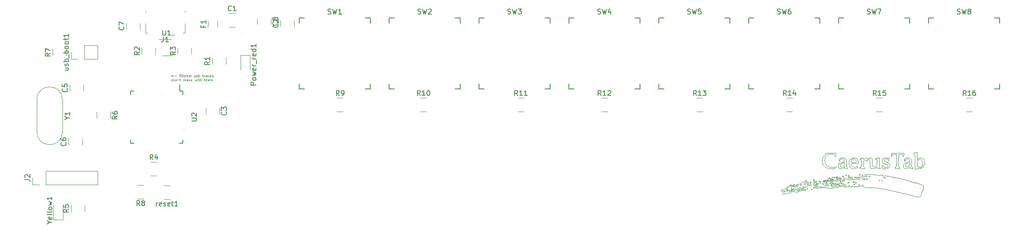
<source format=gbr>
%TF.GenerationSoftware,KiCad,Pcbnew,(5.1.6)-1*%
%TF.CreationDate,2020-12-03T10:32:48+03:00*%
%TF.ProjectId,Handheld graphics device,48616e64-6865-46c6-9420-677261706869,rev?*%
%TF.SameCoordinates,Original*%
%TF.FileFunction,Legend,Top*%
%TF.FilePolarity,Positive*%
%FSLAX46Y46*%
G04 Gerber Fmt 4.6, Leading zero omitted, Abs format (unit mm)*
G04 Created by KiCad (PCBNEW (5.1.6)-1) date 2020-12-03 10:32:48*
%MOMM*%
%LPD*%
G01*
G04 APERTURE LIST*
%ADD10C,0.080000*%
%ADD11C,0.075000*%
%ADD12C,0.120000*%
%ADD13C,0.150000*%
G04 APERTURE END LIST*
D10*
X246519331Y-36841353D02*
G75*
G02*
X246567330Y-36852425I-11676J-160199D01*
G01*
X246548269Y-36912099D02*
G75*
G02*
X246499739Y-36920016I-56944J196366D01*
G01*
X246580963Y-36892775D02*
G75*
G02*
X246548270Y-36912099I-53939J53939D01*
G01*
X246297995Y-37127606D02*
G75*
G02*
X246362501Y-37094486I185075J-281079D01*
G01*
X246273501Y-37164603D02*
G75*
G02*
X246297996Y-37127607I55554J-10175D01*
G01*
X246375081Y-36846158D02*
X246449713Y-36840253D01*
X245811826Y-36942259D02*
G75*
G02*
X245908047Y-36932358I96220J-462599D01*
G01*
X246524756Y-37172430D02*
G75*
G02*
X246508047Y-37135497I32464J36933D01*
G01*
X245724792Y-37028172D02*
G75*
G02*
X245752217Y-36973814I91816J-12227D01*
G01*
X246974647Y-36732359D02*
G75*
G02*
X247025431Y-36740044I0J-171636D01*
G01*
X246851602Y-36778643D02*
G75*
G02*
X246974647Y-36732358I123045J-140410D01*
G01*
X246759006Y-37045650D02*
G75*
G02*
X246768449Y-36901905I264259J54822D01*
G01*
X246873793Y-37184433D02*
G75*
G02*
X246872395Y-37209922I-12922J-12074D01*
G01*
X245752217Y-36973814D02*
G75*
G02*
X245811826Y-36942259I84305J-87178D01*
G01*
X246499739Y-36920016D02*
G75*
G02*
X246443983Y-36916273I-10649J258530D01*
G01*
X245727084Y-37107358D02*
G75*
G02*
X245724792Y-37028172I242154J46634D01*
G01*
X245908047Y-37282358D02*
G75*
G02*
X245849255Y-37269123I0J137196D01*
G01*
X245751034Y-37174226D02*
G75*
G02*
X245727084Y-37107358I203886J110745D01*
G01*
X246345905Y-36860290D02*
G75*
G02*
X246375081Y-36846158I34929J-34930D01*
G01*
X246872395Y-37209922D02*
G75*
G02*
X246832381Y-37226571I-45515J52983D01*
G01*
X247058423Y-36762735D02*
G75*
G02*
X247068704Y-36796434I-38286J-30098D01*
G01*
X246418224Y-37080209D02*
G75*
G02*
X246465293Y-37083495I15630J-114859D01*
G01*
X246829660Y-37147832D02*
G75*
G02*
X246873793Y-37184433I-121307J-191181D01*
G01*
X246574141Y-37203456D02*
G75*
G02*
X246524756Y-37172431I71334J168366D01*
G01*
X245794144Y-37230952D02*
G75*
G02*
X245751033Y-37174227I163253J168816D01*
G01*
X245966839Y-37269122D02*
G75*
G02*
X245908047Y-37282358I-58793J123960D01*
G01*
X246347629Y-36878514D02*
G75*
G02*
X246345905Y-36860290I6675J9825D01*
G01*
X247025431Y-36740043D02*
G75*
G02*
X247058423Y-36762734I-19911J-64281D01*
G01*
X246465292Y-37083495D02*
G75*
G02*
X246496182Y-37103286I-17101J-60693D01*
G01*
X245849255Y-37269123D02*
G75*
G02*
X245794144Y-37230952I88571J186749D01*
G01*
X246021949Y-37230952D02*
G75*
G02*
X245966838Y-37269123I-143682J148578D01*
G01*
X246065061Y-37174227D02*
G75*
G02*
X246021950Y-37230952I-206365J112091D01*
G01*
X246585584Y-36870890D02*
G75*
G02*
X246580963Y-36892775I-19111J-7395D01*
G01*
X246567331Y-36852425D02*
G75*
G02*
X246585585Y-36870889I-12087J-30204D01*
G01*
X246733047Y-37230827D02*
X246832381Y-37226571D01*
X246473116Y-37344689D02*
G75*
G02*
X246330090Y-37271447I30016J234887D01*
G01*
X246389297Y-36900670D02*
G75*
G02*
X246347629Y-36878515I81297J203160D01*
G01*
X247068704Y-36796434D02*
G75*
G02*
X247055940Y-36835766I-86820J6437D01*
G01*
X246449713Y-36840253D02*
G75*
G02*
X246519331Y-36841353I25166J-610975D01*
G01*
X246717740Y-37349062D02*
G75*
G02*
X246473116Y-37344689I-102371J1117564D01*
G01*
X246768449Y-36901905D02*
G75*
G02*
X246851602Y-36778644I275388J-96102D01*
G01*
X246282381Y-37209936D02*
G75*
G02*
X246273501Y-37164602I53215J33960D01*
G01*
X246733047Y-37230827D02*
G75*
G02*
X246646899Y-37224316I-3579J525822D01*
G01*
X246646898Y-37224317D02*
G75*
G02*
X246574140Y-37203456I49016J308274D01*
G01*
X246496183Y-37103286D02*
G75*
G02*
X246508047Y-37135497I-37795J-32211D01*
G01*
X246940862Y-37302444D02*
G75*
G02*
X246717740Y-37349062I-314020J945702D01*
G01*
X246089009Y-37107358D02*
G75*
G02*
X246065060Y-37174227I-227836J43877D01*
G01*
X246829660Y-37147833D02*
G75*
G02*
X246759005Y-37045650I85375J134552D01*
G01*
X246362501Y-37094486D02*
G75*
G02*
X246418223Y-37080209I89354J-232854D01*
G01*
X246443984Y-36916274D02*
G75*
G02*
X246389297Y-36900670I48345J273076D01*
G01*
X246330089Y-37271447D02*
G75*
G02*
X246282381Y-37209936I310701J290239D01*
G01*
X245308046Y-36732359D02*
G75*
G02*
X245346331Y-36735593I0J-228197D01*
G01*
X245237422Y-36763467D02*
G75*
G02*
X245269891Y-36740465I73653J-69549D01*
G01*
X245215659Y-36797834D02*
G75*
G02*
X245237422Y-36763467I99162J-38719D01*
G01*
X246608046Y-36382358D02*
G75*
G02*
X246596595Y-36439604I-148812J0D01*
G01*
X245158047Y-36420859D02*
X245052131Y-36414095D01*
X245569989Y-36274934D02*
G75*
G02*
X245508047Y-36332358I-194476J147657D01*
G01*
X245343359Y-36398343D02*
G75*
G02*
X245245591Y-36417019I-207209J819468D01*
G01*
X247051179Y-36873971D02*
G75*
G02*
X247055940Y-36835766I44076J13907D01*
G01*
X246365027Y-36512861D02*
G75*
G02*
X246314672Y-36458841I37434J85374D01*
G01*
X247263984Y-36143904D02*
G75*
G02*
X247298438Y-36156466I-49838J-190215D01*
G01*
X247019596Y-36192280D02*
G75*
G02*
X247052109Y-36160812I95631J-66276D01*
G01*
X247215529Y-36135205D02*
G75*
G02*
X247263984Y-36143903I-30962J-311806D01*
G01*
X245269836Y-36898009D02*
G75*
G02*
X245237422Y-36894898I-11507J50521D01*
G01*
X247008045Y-37209345D02*
G75*
G02*
X246940863Y-37302444I-98096J-1D01*
G01*
X245308047Y-36882359D02*
G75*
G02*
X245269837Y-36898010I-66157J107045D01*
G01*
X245378672Y-36825756D02*
G75*
G02*
X245346324Y-36855459I-224276J211778D01*
G01*
X246588549Y-36289338D02*
G75*
G02*
X246608047Y-36382358I-212141J-93021D01*
G01*
X247008047Y-37209345D02*
G75*
G02*
X247023488Y-37175240I45385J0D01*
G01*
X247357229Y-37155586D02*
G75*
G02*
X247283682Y-37169725I-75955J196744D01*
G01*
X245269891Y-36740464D02*
G75*
G02*
X245308047Y-36732358I38156J-85746D01*
G01*
X247023488Y-37175241D02*
G75*
G02*
X247064899Y-37153367I66470J-75706D01*
G01*
X247127461Y-37147581D02*
G75*
G02*
X247201588Y-37159645I-26622J-397327D01*
G01*
X245215876Y-36873754D02*
G75*
G02*
X245208047Y-36838260I76548J35494D01*
G01*
X246534529Y-36238983D02*
G75*
G02*
X246588549Y-36289338I-31354J-87790D01*
G01*
X247298438Y-36156466D02*
G75*
G02*
X247308047Y-36171660I-7209J-15194D01*
G01*
X245436126Y-36368912D02*
G75*
G02*
X245343359Y-36398342I-293266J763498D01*
G01*
X245052132Y-36414095D02*
G75*
G02*
X245044027Y-36398737I880J10282D01*
G01*
X246563984Y-36488296D02*
G75*
G02*
X246515292Y-36520907I-106786J106786D01*
G01*
X247052109Y-36160811D02*
G75*
G02*
X247100693Y-36139581I89485J-138577D01*
G01*
X245408046Y-36776456D02*
G75*
G02*
X245401493Y-36797529I-37154J-1D01*
G01*
X246314672Y-36458840D02*
G75*
G02*
X246317624Y-36382006I97263J34736D01*
G01*
X247064900Y-37153366D02*
G75*
G02*
X247127462Y-37147580I49308J-192014D01*
G01*
X247283682Y-37169726D02*
G75*
G02*
X247201588Y-37159645I-3546J310447D01*
G01*
X245400601Y-36759593D02*
G75*
G02*
X245408047Y-36776457I-15373J-16864D01*
G01*
X247414891Y-37118695D02*
G75*
G02*
X247357229Y-37155586I-119490J123259D01*
G01*
X245237422Y-36894899D02*
G75*
G02*
X245215875Y-36873755I17258J39138D01*
G01*
X246515292Y-36520906D02*
G75*
G02*
X246458047Y-36532358I-57246J137360D01*
G01*
X247451588Y-37063129D02*
G75*
G02*
X247414891Y-37118695I-144211J55339D01*
G01*
X247500278Y-36921781D02*
X247451588Y-37063129D01*
X245378672Y-36745313D02*
G75*
G02*
X245400601Y-36759594I-32749J-74261D01*
G01*
X247487181Y-36877152D02*
G75*
G02*
X247500278Y-36921781I-27324J-32255D01*
G01*
X247435922Y-36862360D02*
G75*
G02*
X247487181Y-36877152I9151J-64498D01*
G01*
X247250039Y-36892388D02*
X247435922Y-36862359D01*
X245208047Y-36332358D02*
X245439006Y-36263395D01*
X247250039Y-36892388D02*
G75*
G02*
X247144037Y-36906249I-193258J1065743D01*
G01*
X246457695Y-36241936D02*
G75*
G02*
X246534529Y-36238984I42097J-94311D01*
G01*
X245346332Y-36735593D02*
G75*
G02*
X245378672Y-36745312I-23018J-135252D01*
G01*
X245208047Y-36838261D02*
G75*
G02*
X245215659Y-36797835I111147J1D01*
G01*
X245068439Y-36378489D02*
X245208047Y-36332358D01*
X245346324Y-36855458D02*
G75*
G02*
X245308047Y-36882358I-246863J310597D01*
G01*
X246374713Y-36299025D02*
G75*
G02*
X246457694Y-36241936I195911J-195910D01*
G01*
X246317624Y-36382006D02*
G75*
G02*
X246374713Y-36299025I252999J-112930D01*
G01*
X245556339Y-36247435D02*
G75*
G02*
X245569989Y-36274934I1J-17137D01*
G01*
X247158047Y-36132358D02*
G75*
G02*
X247215529Y-36135205I-1J-581746D01*
G01*
X246458046Y-36532358D02*
G75*
G02*
X246365026Y-36512860I1J231638D01*
G01*
X245245592Y-36417018D02*
G75*
G02*
X245158047Y-36420859I-66047J505810D01*
G01*
X245508047Y-36332358D02*
G75*
G02*
X245436127Y-36368912I-211916J327916D01*
G01*
X245044026Y-36398736D02*
G75*
G02*
X245068439Y-36378489I38772J-21906D01*
G01*
X247100694Y-36139581D02*
G75*
G02*
X247158047Y-36132358I57352J-224090D01*
G01*
X247077205Y-36899435D02*
G75*
G02*
X247051180Y-36873971I10820J37090D01*
G01*
X245401493Y-36797529D02*
G75*
G02*
X245378672Y-36825756I-194720J134091D01*
G01*
X247144036Y-36906249D02*
G75*
G02*
X247077205Y-36899435I-14929J184730D01*
G01*
X246596595Y-36439604D02*
G75*
G02*
X246563984Y-36488296I-139397J58094D01*
G01*
X245439006Y-36263395D02*
G75*
G02*
X245556340Y-36247434I117334J-423302D01*
G01*
X248960135Y-35757359D02*
G75*
G02*
X248951951Y-35709668I125955J46162D01*
G01*
X247008047Y-36229220D02*
G75*
G02*
X247019596Y-36192280I64850J0D01*
G01*
X247939220Y-35882573D02*
G75*
G02*
X247901688Y-35919145I-69160J33429D01*
G01*
X247215502Y-36243609D02*
X247158047Y-36268521D01*
X247577095Y-35677596D02*
G75*
G02*
X247710858Y-35564839I728524J-728526D01*
G01*
X248037923Y-36062924D02*
G75*
G02*
X247992650Y-36151380I-365727J131369D01*
G01*
X248993340Y-35642240D02*
G75*
G02*
X249036185Y-35632557I42684J-89235D01*
G01*
X248249848Y-35614734D02*
G75*
G02*
X248384078Y-35558439I164978J-205194D01*
G01*
X248951951Y-35709668D02*
G75*
G02*
X248963577Y-35669136I79631J-908D01*
G01*
X247158047Y-36268521D02*
G75*
G02*
X247100610Y-36283472I-95330J248423D01*
G01*
X248960135Y-35757359D02*
G75*
G02*
X248967574Y-35892986I-218260J-79989D01*
G01*
X247020296Y-36261278D02*
G75*
G02*
X247008047Y-36229220I35827J32058D01*
G01*
X247052109Y-36280720D02*
G75*
G02*
X247020295Y-36261278I16396J62580D01*
G01*
X247100610Y-36283472D02*
G75*
G02*
X247052109Y-36280720I-17448J121271D01*
G01*
X247308046Y-36171660D02*
G75*
G02*
X247299335Y-36190291I-24280J0D01*
G01*
X247881942Y-35593689D02*
G75*
G02*
X247937021Y-35732358I-536528J-293378D01*
G01*
X248445141Y-35791795D02*
G75*
G02*
X248518525Y-35788835I38884J-52862D01*
G01*
X248677618Y-35969078D02*
G75*
G02*
X248715435Y-36009562I-150299J-178301D01*
G01*
X249036185Y-35632557D02*
G75*
G02*
X249084327Y-35653632I-107J-65768D01*
G01*
X247937022Y-35732359D02*
G75*
G02*
X247951297Y-35820724I-453542J-118604D01*
G01*
X248558047Y-36032359D02*
G75*
G02*
X248541649Y-35994109I119578J73904D01*
G01*
X247951296Y-35820724D02*
G75*
G02*
X247939219Y-35882572I-123516J-7984D01*
G01*
X247757962Y-35967653D02*
G75*
G02*
X247840351Y-35932358I82389J-78513D01*
G01*
X247890078Y-36209702D02*
G75*
G02*
X247785110Y-36145602I86607J259821D01*
G01*
X247941189Y-36202623D02*
G75*
G02*
X247890078Y-36209702I-32711J48122D01*
G01*
X248137753Y-35752593D02*
G75*
G02*
X248249849Y-35614734I377976J-192835D01*
G01*
X248381603Y-36072582D02*
G75*
G02*
X248348711Y-35987964I79672J79671D01*
G01*
X248384078Y-35558438D02*
G75*
G02*
X248517071Y-35587936I24173J-205571D01*
G01*
X248601332Y-35701745D02*
G75*
G02*
X248608047Y-35744162I-130608J-42417D01*
G01*
X248581323Y-35657021D02*
G75*
G02*
X248601332Y-35701746I-198873J-115809D01*
G01*
X249128146Y-35717381D02*
G75*
G02*
X249161493Y-35810660I-391107J-192422D01*
G01*
X248561629Y-35940323D02*
G75*
G02*
X248593812Y-35932358I32182J-61031D01*
G01*
X248608047Y-35744162D02*
G75*
G02*
X248601115Y-35777998I-86046J0D01*
G01*
X248552705Y-35802368D02*
G75*
G02*
X248518525Y-35788835I20832J102544D01*
G01*
X248634892Y-35941601D02*
G75*
G02*
X248677618Y-35969077I-84631J-178561D01*
G01*
X248715435Y-36009561D02*
G75*
G02*
X248742100Y-36057358I-179335J-131385D01*
G01*
X248963577Y-35669135D02*
G75*
G02*
X248993340Y-35642240I60164J-36663D01*
G01*
X248811841Y-36094324D02*
G75*
G02*
X248742100Y-36057358I-12836J60055D01*
G01*
X248900907Y-36036421D02*
G75*
G02*
X248811841Y-36094323I-120100J87286D01*
G01*
X248601115Y-35777997D02*
G75*
G02*
X248581750Y-35798534I-37649J16101D01*
G01*
X248568509Y-36092987D02*
G75*
G02*
X248531979Y-36129970I-47278J10166D01*
G01*
X248541649Y-35994109D02*
G75*
G02*
X248543059Y-35961733I53044J13908D01*
G01*
X249084327Y-35653632D02*
G75*
G02*
X249128146Y-35717382I-196422J-181946D01*
G01*
X247263984Y-36216325D02*
G75*
G02*
X247215502Y-36243609I-248451J384754D01*
G01*
X248551874Y-35616851D02*
G75*
G02*
X248581322Y-35657020I-175367J-159440D01*
G01*
X247299335Y-36190291D02*
G75*
G02*
X247263984Y-36216324I-229519J274655D01*
G01*
X247901688Y-35919144D02*
G75*
G02*
X247840351Y-35932358I-61337J135753D01*
G01*
X247733686Y-36048433D02*
G75*
G02*
X247757963Y-35967653I91777J16455D01*
G01*
X248517071Y-35587935D02*
G75*
G02*
X248551875Y-35616851I-85432J-138233D01*
G01*
X248348711Y-35987964D02*
G75*
G02*
X248377657Y-35873046I293856J-12914D01*
G01*
X247710858Y-35564840D02*
G75*
G02*
X247807932Y-35541885I77009J-108927D01*
G01*
X247807932Y-35541884D02*
G75*
G02*
X247881943Y-35593689I-15313J-100648D01*
G01*
X248070050Y-35947345D02*
G75*
G02*
X248037923Y-36062923I-798495J159698D01*
G01*
X247785110Y-36145603D02*
G75*
G02*
X247733685Y-36048434I126301J129035D01*
G01*
X247992650Y-36151380D02*
G75*
G02*
X247941189Y-36202623I-161690J110916D01*
G01*
X248070049Y-35947345D02*
G75*
G02*
X248137753Y-35752594I739239J-147849D01*
G01*
X248581750Y-35798535D02*
G75*
G02*
X248552705Y-35802368I-20088J40256D01*
G01*
X248967574Y-35892986D02*
G75*
G02*
X248900907Y-36036421I-399541J98492D01*
G01*
X248377658Y-35873046D02*
G75*
G02*
X248445140Y-35791795I197272J-95194D01*
G01*
X248531979Y-36129969D02*
G75*
G02*
X248456535Y-36123207I-27293J119722D01*
G01*
X248543059Y-35961733D02*
G75*
G02*
X248561629Y-35940324I36800J-13162D01*
G01*
X248456535Y-36123207D02*
G75*
G02*
X248381603Y-36072582I93285J218842D01*
G01*
X248558046Y-36032358D02*
G75*
G02*
X248568509Y-36092986I-70077J-43311D01*
G01*
X248593811Y-35932358D02*
G75*
G02*
X248634892Y-35941601I0J-95918D01*
G01*
X247837422Y-36788296D02*
G75*
G02*
X247815516Y-36739704I135427J90286D01*
G01*
X247618746Y-36732358D02*
G75*
G02*
X247576481Y-36724764I-1J121400D01*
G01*
X247413115Y-37318230D02*
G75*
G02*
X247533047Y-37320527I45343J-764692D01*
G01*
X247618745Y-36732359D02*
G75*
G02*
X247656138Y-36744484I1J-63717D01*
G01*
X247946187Y-36819998D02*
G75*
G02*
X247908047Y-36832358I-38140J52668D01*
G01*
X247552109Y-36561734D02*
G75*
G02*
X247600701Y-36539828I90286J-135427D01*
G01*
X248093082Y-36554686D02*
G75*
G02*
X248152927Y-36566557I-4532J-179636D01*
G01*
X248046937Y-36569021D02*
G75*
G02*
X248093082Y-36554686I44245J-60989D01*
G01*
X247058047Y-37403121D02*
G75*
G02*
X246790300Y-37505692I-511257J933819D01*
G01*
X247748129Y-37044470D02*
G75*
G02*
X247779593Y-37078635I-71683J-97585D01*
G01*
X247540565Y-36702983D02*
G75*
G02*
X247516536Y-36670508I68452J75776D01*
G01*
X247779593Y-37078634D02*
G75*
G02*
X247800841Y-37129648I-150915J-92792D01*
G01*
X247659685Y-36988296D02*
G75*
G02*
X247656933Y-36939795I118519J31053D01*
G01*
X247715292Y-36543810D02*
G75*
G02*
X247763984Y-36576421I-58094J-139397D01*
G01*
X248555368Y-36296590D02*
G75*
G02*
X248504976Y-36280460I7226J109359D01*
G01*
X248468638Y-36276609D02*
G75*
G02*
X248504976Y-36280460I14162J-39732D01*
G01*
X248428383Y-36302115D02*
G75*
G02*
X248468638Y-36276610I76534J-76274D01*
G01*
X247800842Y-37129648D02*
G75*
G02*
X247808047Y-37189895I-248276J-60247D01*
G01*
X248360126Y-36425803D02*
G75*
G02*
X248324691Y-36502269I-318041J100942D01*
G01*
X248275302Y-36553475D02*
G75*
G02*
X248216327Y-36574974I-72093J106127D01*
G01*
X248216327Y-36574975D02*
G75*
G02*
X248152927Y-36566557I-14076J136953D01*
G01*
X246790300Y-37505692D02*
G75*
G02*
X246379438Y-37582543I-1042693J4437761D01*
G01*
X248008047Y-36671659D02*
G75*
G02*
X248017929Y-36608976I203744J-1D01*
G01*
X247280077Y-37333690D02*
G75*
G02*
X247413114Y-37318230I203273J-1169020D01*
G01*
X247058047Y-37403121D02*
G75*
G02*
X247154449Y-37363049I234791J-428848D01*
G01*
X248008047Y-36671660D02*
G75*
G02*
X248000604Y-36733113I-257415J0D01*
G01*
X247869912Y-36820801D02*
G75*
G02*
X247837422Y-36788296I65124J97581D01*
G01*
X247815516Y-36739704D02*
G75*
G02*
X247808047Y-36682358I216396J57345D01*
G01*
X247680019Y-36776421D02*
G75*
G02*
X247685719Y-36824969I-103905J-36809D01*
G01*
X245976014Y-37626827D02*
X246379438Y-37582543D01*
X247711185Y-37032359D02*
G75*
G02*
X247748130Y-37044470I0J-62405D01*
G01*
X247576480Y-36724763D02*
G75*
G02*
X247540564Y-36702983I38809J104499D01*
G01*
X247711185Y-37032359D02*
G75*
G02*
X247679127Y-37020110I0J48077D01*
G01*
X247154449Y-37363049D02*
G75*
G02*
X247280078Y-37333691I318228J-1078292D01*
G01*
X248000604Y-36733112D02*
G75*
G02*
X247978672Y-36785153I-174498J42898D01*
G01*
X247516536Y-36670508D02*
G75*
G02*
X247508047Y-36632358I81479J38150D01*
G01*
X249161492Y-35810660D02*
G75*
G02*
X249178117Y-35921043I-680302J-158904D01*
G01*
X248360126Y-36425804D02*
G75*
G02*
X248390008Y-36354303I417735J-132583D01*
G01*
X249178117Y-35921043D02*
G75*
G02*
X249176792Y-36079122I-1013334J-70549D01*
G01*
X247908047Y-36832359D02*
G75*
G02*
X247869911Y-36820802I0J68699D01*
G01*
X248769895Y-36290035D02*
G75*
G02*
X248652956Y-36298545I-149500J1246653D01*
G01*
X249176792Y-36079122D02*
G75*
G02*
X249140342Y-36168939I-163793J14167D01*
G01*
X249140343Y-36168939D02*
G75*
G02*
X249057930Y-36226105I-140765J114943D01*
G01*
X247978671Y-36785154D02*
G75*
G02*
X247946187Y-36819999I-105061J65378D01*
G01*
X248390009Y-36354303D02*
G75*
G02*
X248428383Y-36302115I192240J-101154D01*
G01*
X247790703Y-37259345D02*
G75*
G02*
X247743675Y-37304258I-91521J48751D01*
G01*
X247656933Y-36939795D02*
G75*
G02*
X247671884Y-36882358I263374J-37893D01*
G01*
X249057930Y-36226105D02*
G75*
G02*
X248892847Y-36270398I-424153J1251051D01*
G01*
X248769895Y-36290035D02*
X248892847Y-36270398D01*
X247656138Y-36744484D02*
G75*
G02*
X247680018Y-36776421I-39393J-54352D01*
G01*
X248017929Y-36608976D02*
G75*
G02*
X248046937Y-36569020I75765J-24498D01*
G01*
X247685719Y-36824968D02*
G75*
G02*
X247671884Y-36882358I-226647J24273D01*
G01*
X247796595Y-36625112D02*
G75*
G02*
X247808047Y-36682358I-137361J-57247D01*
G01*
X247763984Y-36576421D02*
G75*
G02*
X247796595Y-36625113I-106786J-106786D01*
G01*
X247519603Y-36594223D02*
G75*
G02*
X247552109Y-36561733I97582J-65125D01*
G01*
X247660506Y-37324532D02*
G75*
G02*
X247533047Y-37320527I-33493J964473D01*
G01*
X248652957Y-36298545D02*
G75*
G02*
X248555368Y-36296590I-27547J1061855D01*
G01*
X248324692Y-36502269D02*
G75*
G02*
X248275303Y-36553475I-146757J92127D01*
G01*
X247658046Y-36532359D02*
G75*
G02*
X247715292Y-36543810I0J-148812D01*
G01*
X247600701Y-36539827D02*
G75*
G02*
X247658047Y-36532358I57345J-216397D01*
G01*
X247508046Y-36632359D02*
G75*
G02*
X247519603Y-36594223I68699J0D01*
G01*
X247679127Y-37020110D02*
G75*
G02*
X247659685Y-36988296I43138J48210D01*
G01*
X247808047Y-37189895D02*
G75*
G02*
X247790703Y-37259345I-147723J0D01*
G01*
X247743675Y-37304258D02*
G75*
G02*
X247660505Y-37324531I-90489J190494D01*
G01*
X244325203Y-36830458D02*
G75*
G02*
X244405523Y-36749250I179534J-97245D01*
G01*
X245738411Y-37490008D02*
G75*
G02*
X245827265Y-37504718I-29153J-451781D01*
G01*
X245633046Y-37489817D02*
G75*
G02*
X245738411Y-37490007I51171J-840037D01*
G01*
X245265783Y-37534829D02*
G75*
G02*
X245361622Y-37509777I121020J-267129D01*
G01*
X245222345Y-37584566D02*
G75*
G02*
X245265783Y-37534829I76300J-22799D01*
G01*
X245173662Y-37771159D02*
G75*
G02*
X245083160Y-37828065I-147815J134661D01*
G01*
X244462577Y-37006830D02*
G75*
G02*
X244428950Y-37015717I-34049J60775D01*
G01*
X244504373Y-37859215D02*
G75*
G02*
X244606429Y-37839631I227072J-907566D01*
G01*
X243844752Y-37907359D02*
G75*
G02*
X243815382Y-37852425I534130J320896D01*
G01*
X243860857Y-37962729D02*
G75*
G02*
X243840581Y-38002499I-46834J-1176D01*
G01*
X245115332Y-36229409D02*
G75*
G02*
X245360972Y-36206483I238997J-1233281D01*
G01*
X244092893Y-37413599D02*
G75*
G02*
X244089922Y-37488338I-23110J-36510D01*
G01*
X243595013Y-37385482D02*
G75*
G02*
X243923690Y-37365336I355589J-3110056D01*
G01*
X243596845Y-37746457D02*
G75*
G02*
X243687173Y-37667991I560796J-554344D01*
G01*
X244305582Y-37933678D02*
G75*
G02*
X244398652Y-37891842I349429J-652912D01*
G01*
X243513527Y-38027049D02*
G75*
G02*
X243467544Y-37999777I4233J59540D01*
G01*
X244464214Y-36991531D02*
G75*
G02*
X244462578Y-37006830I-6247J-7069D01*
G01*
X244819922Y-36513003D02*
G75*
G02*
X244722858Y-36587130I-465431J508833D01*
G01*
X244908047Y-36373977D02*
G75*
G02*
X244887338Y-36437609I-108116J0D01*
G01*
X244606429Y-37839630D02*
G75*
G02*
X244686974Y-37838253I46135J-342150D01*
G01*
X244925045Y-37850781D02*
G75*
G02*
X244686974Y-37838253I13415J2523169D01*
G01*
X245827265Y-37504718D02*
G75*
G02*
X245888624Y-37530310I-66113J-244864D01*
G01*
X245208047Y-37682358D02*
G75*
G02*
X245222345Y-37584566I341566J0D01*
G01*
X244194767Y-37981769D02*
G75*
G02*
X244105382Y-37994166I-76974J226563D01*
G01*
X243198239Y-37408705D02*
G75*
G02*
X243178306Y-37371693I5953J27079D01*
G01*
X243178306Y-37371693D02*
G75*
G02*
X243222522Y-37303598I182241J-69930D01*
G01*
X243687173Y-37667991D02*
G75*
G02*
X243787690Y-37604542I465594J-626255D01*
G01*
X244887338Y-36437608D02*
G75*
G02*
X244819922Y-36513002I-408205J297173D01*
G01*
X243304405Y-37415366D02*
G75*
G02*
X243198239Y-37408706I-31596J345877D01*
G01*
X244071848Y-37024057D02*
G75*
G02*
X244358047Y-37013496I192918J-1344844D01*
G01*
X244433046Y-36971476D02*
G75*
G02*
X244335158Y-36902968I128323J287544D01*
G01*
X243844753Y-37907359D02*
G75*
G02*
X243860857Y-37962729I-96888J-58207D01*
G01*
X243222522Y-37303598D02*
G75*
G02*
X243392120Y-37195385I329667J-329667D01*
G01*
X244022449Y-37972293D02*
G75*
G02*
X243932458Y-37914298I220966J441693D01*
G01*
X243513528Y-38027048D02*
X243663101Y-38032358D01*
X243392120Y-37195385D02*
G75*
G02*
X243718435Y-37094337I1169373J-3198879D01*
G01*
X244428950Y-37015717D02*
X244358047Y-37013496D01*
X245361622Y-37509777D02*
X245633047Y-37489817D01*
X244398652Y-37891842D02*
G75*
G02*
X244504373Y-37859216I353738J-958656D01*
G01*
X244089922Y-37488337D02*
G75*
G02*
X243883047Y-37567804I-438306J832033D01*
G01*
X243823562Y-37840580D02*
G75*
G02*
X243852857Y-37851768I-4386J-55432D01*
G01*
X243815382Y-37852425D02*
G75*
G02*
X243823562Y-37840580I7524J3551D01*
G01*
X244433047Y-36971476D02*
G75*
G02*
X244464214Y-36991531I-49875J-111758D01*
G01*
X244335158Y-36902968D02*
G75*
G02*
X244325203Y-36830458I44451J43041D01*
G01*
X245976014Y-37626827D02*
G75*
G02*
X245908047Y-37564066I-5007J62761D01*
G01*
X243718435Y-37094337D02*
G75*
G02*
X244071847Y-37024056I828943J-3244659D01*
G01*
X244722858Y-36587129D02*
G75*
G02*
X244608047Y-36648388I-473884J749942D01*
G01*
X244908046Y-36373977D02*
G75*
G02*
X244960126Y-36285717I100828J0D01*
G01*
X243852857Y-37851768D02*
X243932458Y-37914298D01*
X245083160Y-37828066D02*
G75*
G02*
X244925045Y-37850782I-155235J518867D01*
G01*
X244105381Y-37994166D02*
G75*
G02*
X244022449Y-37972292I10876J209387D01*
G01*
X243840580Y-38002499D02*
G75*
G02*
X243777733Y-38025953I-78219J113669D01*
G01*
X243532199Y-37828645D02*
G75*
G02*
X243596845Y-37746458I394061J-243438D01*
G01*
X243467544Y-37999776D02*
G75*
G02*
X243464884Y-37949014I43124J27710D01*
G01*
X243777733Y-38025953D02*
G75*
G02*
X243663101Y-38032358I-114632J1022543D01*
G01*
X243787690Y-37604542D02*
G75*
G02*
X243883047Y-37567804I201188J-380083D01*
G01*
X244405523Y-36749250D02*
G75*
G02*
X244608047Y-36648388I1212582J-2181022D01*
G01*
X243304405Y-37415365D02*
X243595013Y-37385482D01*
X245888624Y-37530309D02*
G75*
G02*
X245908047Y-37564066I-19624J-33757D01*
G01*
X245208046Y-37682359D02*
G75*
G02*
X245173662Y-37771159I-131858J0D01*
G01*
X244305582Y-37933677D02*
G75*
G02*
X244194767Y-37981769I-348193J650603D01*
G01*
X244960126Y-36285717D02*
G75*
G02*
X245115332Y-36229410I255905J-463327D01*
G01*
X243532199Y-37828645D02*
X243464884Y-37949014D01*
X243923690Y-37365337D02*
G75*
G02*
X244092893Y-37413600I2677J-311341D01*
G01*
X250225806Y-35443961D02*
G75*
G02*
X250245720Y-35485270I-6600J-28636D01*
G01*
X246501597Y-36102462D02*
G75*
G02*
X246751511Y-36069974I342389J-1656363D01*
G01*
X247175477Y-35875432D02*
G75*
G02*
X247230050Y-35811637I444665J-325146D01*
G01*
X250647130Y-35471398D02*
X250740447Y-35512986D01*
X250867093Y-35588380D02*
G75*
G02*
X250905999Y-35628670I-181426J-214123D01*
G01*
X247230050Y-35811636D02*
G75*
G02*
X247286133Y-35767873I203266J-202667D01*
G01*
X250645321Y-35456081D02*
G75*
G02*
X250672553Y-35447685I24311J-30487D01*
G01*
X250125222Y-35443338D02*
G75*
G02*
X250225806Y-35443960I48903J-224851D01*
G01*
X251005974Y-35530534D02*
G75*
G02*
X251060445Y-35604620I-142529J-161861D01*
G01*
X251053302Y-35914948D02*
G75*
G02*
X251015002Y-35932358I-38300J33423D01*
G01*
X250906000Y-35628670D02*
G75*
G02*
X250915447Y-35661263I-35396J-27925D01*
G01*
X251060446Y-35604619D02*
G75*
G02*
X251090002Y-35707358I-352298J-156971D01*
G01*
X245836015Y-36418975D02*
X245921244Y-36419941D01*
X245692172Y-36222021D02*
X245360972Y-36206483D01*
X245743778Y-36421499D02*
X245836015Y-36418975D01*
X245458047Y-36446416D02*
X245658047Y-36427539D01*
X246062784Y-36619007D02*
G75*
G02*
X245890710Y-36611850I-69330J405234D01*
G01*
X245800176Y-36225817D02*
G75*
G02*
X245692172Y-36222021I-18447J1013403D01*
G01*
X245854504Y-36208097D02*
G75*
G02*
X245800176Y-36225818I-56105J79868D01*
G01*
X245938851Y-36119603D02*
X245852831Y-36051685D01*
X250186989Y-35571863D02*
G75*
G02*
X250132114Y-35621902I-319750J295544D01*
G01*
X246071713Y-36406222D02*
G75*
G02*
X245983047Y-36424894I-71007J117323D01*
G01*
X250125222Y-35443338D02*
X249881822Y-35501527D01*
X246166913Y-36557047D02*
G75*
G02*
X246062785Y-36619007I-132578J104330D01*
G01*
X250922880Y-35482982D02*
G75*
G02*
X251005974Y-35530533I-74431J-226444D01*
G01*
X250808047Y-35459082D02*
X250672553Y-35447685D01*
X247577094Y-35677596D02*
G75*
G02*
X247516874Y-35728590I-337416J337415D01*
G01*
X247104248Y-35944998D02*
G75*
G02*
X246997105Y-36006198I-397354J571260D01*
G01*
X251081152Y-35866265D02*
G75*
G02*
X251053302Y-35914948I-135334J45111D01*
G01*
X245890711Y-36611849D02*
G75*
G02*
X245658047Y-36532358I401290J1554783D01*
G01*
X246335988Y-36172422D02*
G75*
G02*
X246501596Y-36102461I259106J-382349D01*
G01*
X245869827Y-36171095D02*
G75*
G02*
X245854505Y-36208097I-36793J-6438D01*
G01*
X245847976Y-36112574D02*
G75*
G02*
X245869827Y-36171095I-146179J-87922D01*
G01*
X245815186Y-36052423D02*
X245847976Y-36112574D01*
X245815185Y-36052423D02*
G75*
G02*
X245823349Y-36040379I7518J3693D01*
G01*
X245921244Y-36419941D02*
G75*
G02*
X245983047Y-36424894I-19428J-630506D01*
G01*
X246997105Y-36006199D02*
G75*
G02*
X246873441Y-36050640I-322018J701778D01*
G01*
X245823349Y-36040379D02*
G75*
G02*
X245852831Y-36051685I-4272J-55233D01*
G01*
X251015002Y-35932359D02*
G75*
G02*
X250956315Y-35916389I0J115820D01*
G01*
X250907451Y-35794913D02*
G75*
G02*
X250915447Y-35661263I1523394J-24079D01*
G01*
X246102369Y-36341338D02*
G75*
G02*
X246071712Y-36406222I-64293J-9307D01*
G01*
X245658047Y-36427539D02*
X245743778Y-36421499D01*
X250956314Y-35916389D02*
G75*
G02*
X250920855Y-35873920I41593J70765D01*
G01*
X247403774Y-35773187D02*
G75*
G02*
X247368918Y-35759897I-2593J45553D01*
G01*
X246208046Y-36438261D02*
G75*
G02*
X246166912Y-36557047I-192083J1D01*
G01*
X246208047Y-36438260D02*
G75*
G02*
X246241858Y-36283552I370849J0D01*
G01*
X246241858Y-36283552D02*
G75*
G02*
X246335989Y-36172422I245943J-112893D01*
G01*
X247456032Y-35761683D02*
G75*
G02*
X247403774Y-35773186I-61815J156359D01*
G01*
X250809736Y-35547750D02*
G75*
G02*
X250867093Y-35588380I-205338J-350670D01*
G01*
X246873442Y-36050640D02*
G75*
G02*
X246751511Y-36069974I-154898J582730D01*
G01*
X250740447Y-35512986D02*
G75*
G02*
X250809736Y-35547749I-233558J-551956D01*
G01*
X247286132Y-35767873D02*
G75*
G02*
X247334992Y-35749392I76156J-127507D01*
G01*
X250920856Y-35873920D02*
G75*
G02*
X250907450Y-35794913I205710J75544D01*
G01*
X251090002Y-35707359D02*
G75*
G02*
X251094411Y-35793515I-475452J-67524D01*
G01*
X250245720Y-35485270D02*
G75*
G02*
X250186989Y-35571862I-315645J150871D01*
G01*
X250647129Y-35471397D02*
G75*
G02*
X250645322Y-35456081I3852J8219D01*
G01*
X250808046Y-35459081D02*
G75*
G02*
X250922880Y-35482982I-48488J-520780D01*
G01*
X247516874Y-35728590D02*
G75*
G02*
X247456032Y-35761683I-165734J232227D01*
G01*
X251094412Y-35793515D02*
G75*
G02*
X251081152Y-35866265I-262031J10174D01*
G01*
X245938851Y-36119603D02*
G75*
G02*
X246055679Y-36235650I-516787J-637097D01*
G01*
X245658047Y-36532358D02*
X245458047Y-36446416D01*
X246055679Y-36235650D02*
G75*
G02*
X246102369Y-36341337I-165952J-136471D01*
G01*
X247175478Y-35875432D02*
G75*
G02*
X247104248Y-35944999I-243434J178003D01*
G01*
X247334992Y-35749392D02*
G75*
G02*
X247368918Y-35759897I6999J-37432D01*
G01*
X255132621Y-34798519D02*
G75*
G02*
X255236776Y-34823101I22785J-136403D01*
G01*
X250132113Y-35621901D02*
G75*
G02*
X250073892Y-35657049I-187021J244005D01*
G01*
X250021113Y-35673281D02*
G75*
G02*
X249983047Y-35665961I-9142J55097D01*
G01*
X250073892Y-35657049D02*
G75*
G02*
X250021112Y-35673281I-86622J187739D01*
G01*
X249719743Y-36120922D02*
G75*
G02*
X249637143Y-36094789I-16139J92594D01*
G01*
X254943296Y-34960608D02*
G75*
G02*
X254982122Y-34904179I472175J-283306D01*
G01*
X249645692Y-35403337D02*
G75*
G02*
X249627189Y-35366822I46519J46518D01*
G01*
X249659600Y-35950056D02*
G75*
G02*
X249702405Y-35889156I400876J-236271D01*
G01*
X249782362Y-35165185D02*
X249752805Y-35048425D01*
X249954695Y-35665847D02*
G75*
G02*
X249983047Y-35665961I14081J-23685D01*
G01*
X254916123Y-35013458D02*
G75*
G02*
X254943297Y-34960608I416432J-180705D01*
G01*
X249930078Y-35692643D02*
G75*
G02*
X249954694Y-35665848I56984J-27646D01*
G01*
X249913371Y-35747017D02*
G75*
G02*
X249930078Y-35692643I183984J-26779D01*
G01*
X248015659Y-35397834D02*
G75*
G02*
X248037422Y-35363467I99162J-38719D01*
G01*
X248015876Y-35473754D02*
G75*
G02*
X248008047Y-35438260I76548J35494D01*
G01*
X249796843Y-35296952D02*
G75*
G02*
X249769635Y-35396239I-205210J2864D01*
G01*
X249627189Y-35366822D02*
G75*
G02*
X249624518Y-35306627I275491J42382D01*
G01*
X255263431Y-35023645D02*
G75*
G02*
X255181822Y-35096430I-163242J100890D01*
G01*
X255056670Y-35129725D02*
G75*
G02*
X254949429Y-35113504I-19097J236362D01*
G01*
X249908046Y-35820555D02*
G75*
G02*
X249913370Y-35747017I510559J0D01*
G01*
X248201493Y-35397529D02*
G75*
G02*
X248178672Y-35425756I-194720J134091D01*
G01*
X249908047Y-35820555D02*
G75*
G02*
X249882889Y-35960385I-401170J0D01*
G01*
X249769636Y-35396239D02*
G75*
G02*
X249713061Y-35430106I-58531J33589D01*
G01*
X249882888Y-35960385D02*
G75*
G02*
X249810948Y-36073203I-298523J111014D01*
G01*
X249632555Y-36010625D02*
G75*
G02*
X249659600Y-35950055I281266J-89266D01*
G01*
X249744951Y-35825345D02*
G75*
G02*
X249702405Y-35889156I-325017J170619D01*
G01*
X248108046Y-35332359D02*
G75*
G02*
X248146331Y-35335593I0J-228197D01*
G01*
X255181823Y-35096430D02*
G75*
G02*
X255056670Y-35129724I-154380J328440D01*
G01*
X249765432Y-35644307D02*
G75*
G02*
X249756899Y-35603822I51909J32082D01*
G01*
X249765431Y-35644308D02*
G75*
G02*
X249779333Y-35692225I-79216J-48958D01*
G01*
X249635985Y-35234890D02*
G75*
G02*
X249661169Y-35161671I479633J-124032D01*
G01*
X248108047Y-35482359D02*
G75*
G02*
X248069837Y-35498010I-66157J107045D01*
G01*
X249756899Y-35603821D02*
G75*
G02*
X249774940Y-35562430I82968J-11536D01*
G01*
X248008047Y-35438261D02*
G75*
G02*
X248015659Y-35397835I111147J1D01*
G01*
X248037422Y-35494899D02*
G75*
G02*
X248015875Y-35473755I17258J39138D01*
G01*
X249712873Y-35046772D02*
X249661169Y-35161671D01*
X249713062Y-35430106D02*
G75*
G02*
X249645693Y-35403338I-2654J91484D01*
G01*
X249712873Y-35046772D02*
G75*
G02*
X249734115Y-35033667I20584J-9595D01*
G01*
X249734115Y-35033667D02*
G75*
G02*
X249752805Y-35048425I-578J-19946D01*
G01*
X249774940Y-35562430D02*
G75*
G02*
X249818793Y-35526256I112488J-91698D01*
G01*
X248200601Y-35359593D02*
G75*
G02*
X248208047Y-35376457I-15373J-16864D01*
G01*
X248178672Y-35425756D02*
G75*
G02*
X248146324Y-35455459I-224276J211778D01*
G01*
X249624517Y-35306627D02*
G75*
G02*
X249635984Y-35234890I383958J-24588D01*
G01*
X255028047Y-34852358D02*
G75*
G02*
X255132622Y-34798518I136342J-136342D01*
G01*
X249779334Y-35692224D02*
G75*
G02*
X249771599Y-35756166I-245485J-2744D01*
G01*
X249771599Y-35756167D02*
G75*
G02*
X249744952Y-35825345I-310849J80015D01*
G01*
X255288640Y-34912870D02*
G75*
G02*
X255263432Y-35023645I-174402J-18568D01*
G01*
X254949429Y-35113504D02*
G75*
G02*
X254908047Y-35052359I24482J61145D01*
G01*
X248069891Y-35340464D02*
G75*
G02*
X248108047Y-35332358I38156J-85746D01*
G01*
X255408047Y-34422515D02*
G75*
G02*
X255420677Y-34397291I31500J1D01*
G01*
X249810948Y-36073202D02*
G75*
G02*
X249719743Y-36120921I-120223J118763D01*
G01*
X249637143Y-36094789D02*
G75*
G02*
X249623993Y-36061974I31776J31776D01*
G01*
X249623993Y-36061974D02*
G75*
G02*
X249632555Y-36010625I183746J-4250D01*
G01*
X249818793Y-35526256D02*
G75*
G02*
X249881822Y-35501527I135170J-251831D01*
G01*
X248037422Y-35363467D02*
G75*
G02*
X248069891Y-35340465I73653J-69549D01*
G01*
X248146332Y-35335593D02*
G75*
G02*
X248178672Y-35345312I-23018J-135252D01*
G01*
X255236776Y-34823101D02*
G75*
G02*
X255288640Y-34912870I-75165J-103294D01*
G01*
X248178672Y-35345313D02*
G75*
G02*
X248200601Y-35359594I-32749J-74261D01*
G01*
X248208046Y-35376456D02*
G75*
G02*
X248201493Y-35397529I-37154J-1D01*
G01*
X248146324Y-35455458D02*
G75*
G02*
X248108047Y-35482358I-246863J310597D01*
G01*
X248069836Y-35498009D02*
G75*
G02*
X248037422Y-35494898I-11507J50521D01*
G01*
X254908047Y-35052358D02*
G75*
G02*
X254916123Y-35013459I97720J0D01*
G01*
X249782362Y-35165186D02*
G75*
G02*
X249796844Y-35296952I-523871J-124254D01*
G01*
X254982123Y-34904179D02*
G75*
G02*
X255028047Y-34852358I452464J-354720D01*
G01*
X252242570Y-36424746D02*
G75*
G02*
X252202145Y-36432358I-40425J103535D01*
G01*
X255947629Y-34278514D02*
G75*
G02*
X255945905Y-34260290I6675J9825D01*
G01*
X256167331Y-34252425D02*
G75*
G02*
X256185585Y-34270889I-12087J-30204D01*
G01*
X252600836Y-36310338D02*
G75*
G02*
X252591768Y-36355477I-139599J4564D01*
G01*
X252158047Y-36332359D02*
G75*
G02*
X252184946Y-36294081I337497J-208585D01*
G01*
X256185584Y-34270890D02*
G75*
G02*
X256180963Y-34292775I-19111J-7395D01*
G01*
X252561914Y-36273109D02*
G75*
G02*
X252588734Y-36279712I7952J-25471D01*
G01*
X252202145Y-36432359D02*
G75*
G02*
X252166650Y-36424530I0J84378D01*
G01*
X252429868Y-36498737D02*
X252464476Y-36403046D01*
X252295093Y-36261734D02*
G75*
G02*
X252304812Y-36294074I-125533J-55357D01*
G01*
X252184946Y-36294081D02*
G75*
G02*
X252214649Y-36261733I241481J-191928D01*
G01*
X252435080Y-36521240D02*
G75*
G02*
X252429868Y-36498737I15428J15428D01*
G01*
X259342570Y-34239971D02*
G75*
G02*
X259376938Y-34261733I-38718J-99162D01*
G01*
X255420677Y-34397291D02*
G75*
G02*
X255449146Y-34391150I20933J-27981D01*
G01*
X259376938Y-34261734D02*
G75*
G02*
X259399940Y-34294203I-69549J-73653D01*
G01*
X259408046Y-34332358D02*
G75*
G02*
X259404812Y-34370643I-228197J0D01*
G01*
X259380811Y-34424912D02*
G75*
G02*
X259363948Y-34432358I-16863J15372D01*
G01*
X255449146Y-34391150D02*
G75*
G02*
X255494162Y-34410625I-27869J-126182D01*
G01*
X255494163Y-34410625D02*
G75*
G02*
X255547961Y-34453416I-266955J-390837D01*
G01*
X255433500Y-34501106D02*
G75*
G02*
X255408047Y-34422514I108607J78592D01*
G01*
X255547961Y-34453415D02*
G75*
G02*
X255599174Y-34505366I-515955J-559856D01*
G01*
X259266650Y-34240187D02*
G75*
G02*
X259302145Y-34232358I35495J-76549D01*
G01*
X252166650Y-36424529D02*
G75*
G02*
X252145507Y-36402983I17994J38804D01*
G01*
X259363949Y-34432358D02*
G75*
G02*
X259342876Y-34425805I-1J37154D01*
G01*
X252464476Y-36403046D02*
G75*
G02*
X252494674Y-36338285I460903J-175501D01*
G01*
X252529142Y-36292850D02*
G75*
G02*
X252561915Y-36273109I56801J-57227D01*
G01*
X252591768Y-36355477D02*
G75*
G02*
X252563915Y-36407701I-219840J83711D01*
G01*
X256049713Y-34240253D02*
G75*
G02*
X256119331Y-34241353I25166J-610975D01*
G01*
X252304812Y-36294073D02*
G75*
G02*
X252308047Y-36332358I-224963J-38286D01*
G01*
X259395092Y-34402983D02*
G75*
G02*
X259380811Y-34424912I-74261J32748D01*
G01*
X255989297Y-34300670D02*
G75*
G02*
X255947629Y-34278515I81297J203160D01*
G01*
X255599175Y-34505366D02*
G75*
G02*
X255637005Y-34554767I-302062J-270500D01*
G01*
X255637004Y-34554767D02*
G75*
G02*
X255658612Y-34595652I-214350J-139435D01*
G01*
X255658612Y-34595652D02*
G75*
G02*
X255654614Y-34617372I-18659J-7793D01*
G01*
X255654614Y-34617373D02*
G75*
G02*
X255597338Y-34630465I-38493J36567D01*
G01*
X259302144Y-34232359D02*
G75*
G02*
X259342570Y-34239971I1J-111147D01*
G01*
X256049713Y-34240253D02*
X255975081Y-34246158D01*
X255597338Y-34630465D02*
G75*
G02*
X255510200Y-34581128I115776J306098D01*
G01*
X252280811Y-36239804D02*
G75*
G02*
X252295093Y-36261733I-59980J-54678D01*
G01*
X252214649Y-36261733D02*
G75*
G02*
X252242876Y-36238912I162318J-171899D01*
G01*
X255510201Y-34581128D02*
G75*
G02*
X255433500Y-34501107I250170J316559D01*
G01*
X259245506Y-34261734D02*
G75*
G02*
X259266650Y-34240187I39138J-17258D01*
G01*
X252263947Y-36232358D02*
G75*
G02*
X252280811Y-36239804I1J-22819D01*
G01*
X256099739Y-34320016D02*
G75*
G02*
X256043983Y-34316273I-10649J258530D01*
G01*
X259399940Y-34294202D02*
G75*
G02*
X259408047Y-34332358I-85745J-38157D01*
G01*
X259342876Y-34425804D02*
G75*
G02*
X259314649Y-34402983I134091J194719D01*
G01*
X259314649Y-34402984D02*
G75*
G02*
X259284946Y-34370636I211778J224276D01*
G01*
X256043984Y-34316274D02*
G75*
G02*
X255989297Y-34300670I48345J273076D01*
G01*
X252142396Y-36370568D02*
G75*
G02*
X252158047Y-36332358I122695J-27947D01*
G01*
X259284946Y-34370636D02*
G75*
G02*
X259258047Y-34332358I310598J246863D01*
G01*
X252145506Y-36402983D02*
G75*
G02*
X252142395Y-36370568I47411J20907D01*
G01*
X256180963Y-34292775D02*
G75*
G02*
X256148270Y-34312099I-53939J53939D01*
G01*
X252242875Y-36238912D02*
G75*
G02*
X252263948Y-36232358I21073J-30601D01*
G01*
X252454401Y-36521710D02*
G75*
G02*
X252435079Y-36521240I-9414J10377D01*
G01*
X255945905Y-34260290D02*
G75*
G02*
X255975081Y-34246158I34929J-34930D01*
G01*
X252588733Y-36279712D02*
G75*
G02*
X252600837Y-36310337I-29272J-29273D01*
G01*
X252494674Y-36338285D02*
G75*
G02*
X252529141Y-36292850I178268J-99443D01*
G01*
X252563915Y-36407701D02*
G75*
G02*
X252520455Y-36459025I-317607J224878D01*
G01*
X252520455Y-36459025D02*
X252454402Y-36521710D01*
X259258046Y-34332358D02*
G75*
G02*
X259242395Y-34294148I107045J66156D01*
G01*
X259404813Y-34370643D02*
G75*
G02*
X259395093Y-34402983I-135253J23017D01*
G01*
X259242395Y-34294148D02*
G75*
G02*
X259245506Y-34261733I50522J11507D01*
G01*
X256119331Y-34241353D02*
G75*
G02*
X256167330Y-34252425I-11676J-160199D01*
G01*
X256148269Y-34312099D02*
G75*
G02*
X256099739Y-34320016I-56944J196366D01*
G01*
X256508047Y-35732358D02*
X256636161Y-35652479D01*
X252276938Y-36402984D02*
G75*
G02*
X252242570Y-36424746I-73086J77400D01*
G01*
X255786926Y-36138959D02*
G75*
G02*
X255873539Y-36156243I6677J-192197D01*
G01*
X252299941Y-36370514D02*
G75*
G02*
X252276938Y-36402983I-92552J41184D01*
G01*
X256072551Y-36304051D02*
G75*
G02*
X256060737Y-36340497I-44490J-5716D01*
G01*
X257762686Y-35579345D02*
G75*
G02*
X257708047Y-35605248I-191007J332334D01*
G01*
X258196795Y-35808401D02*
G75*
G02*
X258147563Y-35820814I-130815J415001D01*
G01*
X257862251Y-36045312D02*
G75*
G02*
X257897748Y-36059444I-50467J-178417D01*
G01*
X257874089Y-35804266D02*
G75*
G02*
X257850589Y-35772873I31143J47805D01*
G01*
X252308046Y-36332359D02*
G75*
G02*
X252299940Y-36370514I-93851J1D01*
G01*
X256658046Y-35732358D02*
G75*
G02*
X256625590Y-35770504I-141226J87282D01*
G01*
X255873539Y-36156244D02*
G75*
G02*
X255993723Y-36221390I-417780J-914164D01*
G01*
X255718357Y-36164399D02*
G75*
G02*
X255786927Y-36138959I72599J-90550D01*
G01*
X257908047Y-36076457D02*
G75*
G02*
X257879687Y-36140394I-86253J0D01*
G01*
X258051708Y-35696939D02*
G75*
G02*
X258169907Y-35733175I-70322J-440291D01*
G01*
X258002145Y-35832358D02*
G75*
G02*
X257927371Y-35825532I0J412938D01*
G01*
X258208047Y-35793058D02*
G75*
G02*
X258196795Y-35808401I-16088J1D01*
G01*
X256440806Y-35822787D02*
G75*
G02*
X256431962Y-35803090I6669J14828D01*
G01*
X256527284Y-35824010D02*
G75*
G02*
X256477145Y-35830827I-47933J164752D01*
G01*
X255657610Y-36233065D02*
G75*
G02*
X255718357Y-36164399I229539J-141863D01*
G01*
X253871663Y-35882933D02*
G75*
G02*
X253900378Y-35829988I215995J-82885D01*
G01*
X255889048Y-36415551D02*
G75*
G02*
X255748311Y-36389356I-7066J353203D01*
G01*
X258081072Y-35829522D02*
X258002145Y-35832358D01*
X256013934Y-36378719D02*
G75*
G02*
X255889048Y-36415551I-129825J210061D01*
G01*
X257897748Y-36059443D02*
G75*
G02*
X257908047Y-36076457I-8903J-17014D01*
G01*
X257811883Y-36035557D02*
G75*
G02*
X257862250Y-36045312I-32513J-302766D01*
G01*
X254050545Y-35818454D02*
G75*
G02*
X254067633Y-35856975I-88346J-62243D01*
G01*
X256477145Y-35830827D02*
G75*
G02*
X256440806Y-35822788I1176J91458D01*
G01*
X257647830Y-36095395D02*
G75*
G02*
X257660490Y-36062213I48227J605D01*
G01*
X257660490Y-36062213D02*
G75*
G02*
X257697073Y-36039820I57235J-52425D01*
G01*
X256683863Y-35639244D02*
G75*
G02*
X256696702Y-35658948I0J-14035D01*
G01*
X253980978Y-36016701D02*
G75*
G02*
X253904142Y-36028913I-50816J71900D01*
G01*
X257659054Y-36133989D02*
G75*
G02*
X257647829Y-36095394I63973J39536D01*
G01*
X257879687Y-36140394D02*
G75*
G02*
X257804956Y-36179438I-112448J124186D01*
G01*
X258169907Y-35733174D02*
G75*
G02*
X258208047Y-35793057I-27940J-59883D01*
G01*
X257923555Y-35693713D02*
G75*
G02*
X258051707Y-35696940I52035J-479807D01*
G01*
X258147563Y-35820814D02*
G75*
G02*
X258081072Y-35829522I-107744J564474D01*
G01*
X257855347Y-35736726D02*
G75*
G02*
X257923555Y-35693713I78108J-48273D01*
G01*
X257850588Y-35772874D02*
G75*
G02*
X257855347Y-35736726I42563J12784D01*
G01*
X257718241Y-36177970D02*
G75*
G02*
X257659055Y-36133990I25760J96480D01*
G01*
X253938936Y-35793950D02*
G75*
G02*
X253980936Y-35780215I48594J-77515D01*
G01*
X253860472Y-35977094D02*
G75*
G02*
X253871664Y-35882933I191454J24988D01*
G01*
X256696702Y-35658947D02*
G75*
G02*
X256658047Y-35732358I-551211J243365D01*
G01*
X256636161Y-35652479D02*
G75*
G02*
X256683863Y-35639244I47702J-79344D01*
G01*
X257697074Y-36039819D02*
G75*
G02*
X257752145Y-36032358I55071J-199515D01*
G01*
X255659814Y-36318263D02*
G75*
G02*
X255657610Y-36233065I63998J44283D01*
G01*
X256431961Y-35803090D02*
G75*
G02*
X256452635Y-35772613I61041J-19156D01*
G01*
X256579413Y-35802533D02*
G75*
G02*
X256527284Y-35824010I-125408J230393D01*
G01*
X257752145Y-36032359D02*
G75*
G02*
X257811883Y-36035557I0J-559481D01*
G01*
X254067633Y-35856975D02*
G75*
G02*
X254068783Y-35899442I-107372J-24158D01*
G01*
X255748311Y-36389356D02*
G75*
G02*
X255659814Y-36318263I75424J184516D01*
G01*
X256060736Y-36340498D02*
G75*
G02*
X256013934Y-36378720I-168171J158158D01*
G01*
X256052513Y-36265901D02*
G75*
G02*
X256072551Y-36304052I-41302J-46031D01*
G01*
X255993723Y-36221389D02*
G75*
G02*
X256052513Y-36265901I-237290J-374493D01*
G01*
X257804955Y-36179437D02*
G75*
G02*
X257718240Y-36177970I-40410J174889D01*
G01*
X254068783Y-35899442D02*
G75*
G02*
X254053776Y-35939268I-109278J18437D01*
G01*
X256452636Y-35772613D02*
G75*
G02*
X256508047Y-35732358I396400J-487389D01*
G01*
X254020156Y-35789843D02*
G75*
G02*
X254050544Y-35818455I-54758J-88600D01*
G01*
X253980936Y-35780216D02*
G75*
G02*
X254020156Y-35789843I4729J-65435D01*
G01*
X253900378Y-35829988D02*
G75*
G02*
X253938936Y-35793949I112136J-81330D01*
G01*
X253904142Y-36028913D02*
G75*
G02*
X253860471Y-35977094I18542J59938D01*
G01*
X256625590Y-35770504D02*
G75*
G02*
X256579413Y-35802534I-170855J197021D01*
G01*
X254053776Y-35939268D02*
G75*
G02*
X253980978Y-36016701I-226429J139940D01*
G01*
X257927371Y-35825532D02*
G75*
G02*
X257874089Y-35804266I26451J143657D01*
G01*
X263143984Y-35316274D02*
G75*
G02*
X263089297Y-35300670I48345J273076D01*
G01*
X262635281Y-35239804D02*
G75*
G02*
X262652145Y-35232358I16864J-15373D01*
G01*
X263285584Y-35270890D02*
G75*
G02*
X263280963Y-35292775I-19111J-7395D01*
G01*
X263219331Y-35241353D02*
G75*
G02*
X263267330Y-35252425I-11676J-160199D01*
G01*
X263248269Y-35312099D02*
G75*
G02*
X263199739Y-35320016I-56944J196366D01*
G01*
X257414212Y-35775496D02*
G75*
G02*
X257409578Y-35707358I572963J73192D01*
G01*
X262673217Y-35238913D02*
G75*
G02*
X262701444Y-35261734I-134091J-194719D01*
G01*
X254008045Y-35217537D02*
G75*
G02*
X254068766Y-35150794I67043J-1D01*
G01*
X257484578Y-35772352D02*
G75*
G02*
X257523505Y-35726070I228110J-152347D01*
G01*
X254939376Y-35438643D02*
G75*
G02*
X254958047Y-35432358I18670J-24586D01*
G01*
X254884509Y-35494074D02*
G75*
G02*
X254912915Y-35461734I263859J-203112D01*
G01*
X254028561Y-35406244D02*
G75*
G02*
X254008047Y-35217537I857703J188706D01*
G01*
X263047629Y-35278514D02*
G75*
G02*
X263045905Y-35260290I6675J9825D01*
G01*
X255031584Y-35494073D02*
G75*
G02*
X255058047Y-35532358I-360077J-277180D01*
G01*
X262731147Y-35294081D02*
G75*
G02*
X262758047Y-35332358I-310598J-246863D01*
G01*
X263199739Y-35320016D02*
G75*
G02*
X263143983Y-35316273I-10649J258530D01*
G01*
X262673522Y-35424746D02*
G75*
G02*
X262639155Y-35402983I38719J99162D01*
G01*
X254847845Y-35570298D02*
G75*
G02*
X254858047Y-35532358I68461J1933D01*
G01*
X262713949Y-35432358D02*
G75*
G02*
X262673523Y-35424746I-1J111147D01*
G01*
X254861928Y-35602984D02*
G75*
G02*
X254847845Y-35570299I34044J34045D01*
G01*
X262611280Y-35294074D02*
G75*
G02*
X262621000Y-35261734I135253J-23017D01*
G01*
X255054165Y-35602983D02*
G75*
G02*
X255015510Y-35625063I-59780J59780D01*
G01*
X254275503Y-35152809D02*
G75*
G02*
X254490511Y-35198607I-130473J-1140128D01*
G01*
X255058046Y-35532359D02*
G75*
G02*
X255068248Y-35570299I-58259J-36006D01*
G01*
X262639155Y-35402983D02*
G75*
G02*
X262616153Y-35370514I69549J73653D01*
G01*
X254900583Y-35625063D02*
G75*
G02*
X254861928Y-35602983I21125J81860D01*
G01*
X262749442Y-35424529D02*
G75*
G02*
X262713948Y-35432358I-35494J76548D01*
G01*
X262758047Y-35332358D02*
G75*
G02*
X262773698Y-35370568I-107045J-66157D01*
G01*
X263045905Y-35260290D02*
G75*
G02*
X263075081Y-35246158I34929J-34930D01*
G01*
X263280963Y-35292775D02*
G75*
G02*
X263248270Y-35312099I-53939J53939D01*
G01*
X255003177Y-35461734D02*
G75*
G02*
X255031583Y-35494074I-235452J-235452D01*
G01*
X257409578Y-35707358D02*
G75*
G02*
X257423480Y-35631378I204791J1792D01*
G01*
X254958046Y-35632358D02*
G75*
G02*
X254900583Y-35625063I1J229968D01*
G01*
X257764512Y-35560421D02*
G75*
G02*
X257762685Y-35579345I-7638J-8813D01*
G01*
X254068765Y-35150794D02*
G75*
G02*
X254275503Y-35152809I93735J-989479D01*
G01*
X257484578Y-35772353D02*
G75*
G02*
X257454065Y-35806078I-129451J86456D01*
G01*
X254958046Y-35432358D02*
G75*
G02*
X254976717Y-35438644I1J-30871D01*
G01*
X262773698Y-35370568D02*
G75*
G02*
X262770587Y-35402983I-50522J-11508D01*
G01*
X255015510Y-35625063D02*
G75*
G02*
X254958047Y-35632358I-57464J222673D01*
G01*
X255068247Y-35570299D02*
G75*
G02*
X255054165Y-35602983I-48126J1360D01*
G01*
X262616153Y-35370513D02*
G75*
G02*
X262608047Y-35332358I85745J38155D01*
G01*
X257730788Y-35546166D02*
G75*
G02*
X257764512Y-35560421I-5076J-59027D01*
G01*
X257633047Y-35540253D02*
X257730788Y-35546166D01*
X257533875Y-35547410D02*
G75*
G02*
X257633047Y-35540253I82866J-457561D01*
G01*
X262621001Y-35261733D02*
G75*
G02*
X262635282Y-35239804I74261J-32749D01*
G01*
X262770587Y-35402983D02*
G75*
G02*
X262749443Y-35424530I-39138J17258D01*
G01*
X257464240Y-35577727D02*
G75*
G02*
X257533875Y-35547410I99135J-132573D01*
G01*
X257423480Y-35631378D02*
G75*
G02*
X257464240Y-35577727I114014J-44311D01*
G01*
X257430439Y-35805779D02*
G75*
G02*
X257414212Y-35775497I31528J36383D01*
G01*
X263267331Y-35252425D02*
G75*
G02*
X263285585Y-35270889I-12087J-30204D01*
G01*
X257454064Y-35806079D02*
G75*
G02*
X257430438Y-35805779I-11636J14135D01*
G01*
X257523505Y-35726070D02*
G75*
G02*
X257580528Y-35677888I433031J-454652D01*
G01*
X257645234Y-35635161D02*
G75*
G02*
X257708047Y-35605248I216309J-373319D01*
G01*
X257580528Y-35677888D02*
G75*
G02*
X257645233Y-35635160I397360J-531388D01*
G01*
X254976718Y-35438645D02*
G75*
G02*
X255003178Y-35461734I-156432J-205980D01*
G01*
X254912915Y-35461733D02*
G75*
G02*
X254939376Y-35438644I182892J-182892D01*
G01*
X254858047Y-35532359D02*
G75*
G02*
X254884510Y-35494074I386539J-238894D01*
G01*
X263149713Y-35240253D02*
G75*
G02*
X263219331Y-35241353I25166J-610975D01*
G01*
X262608047Y-35332359D02*
G75*
G02*
X262611281Y-35294074I228197J0D01*
G01*
X263089297Y-35300670D02*
G75*
G02*
X263047629Y-35278515I81297J203160D01*
G01*
X254490510Y-35198607D02*
G75*
G02*
X254574482Y-35282358I-38787J-122862D01*
G01*
X262701444Y-35261733D02*
G75*
G02*
X262731147Y-35294081I-211778J-224276D01*
G01*
X263075081Y-35246158D02*
X263149713Y-35240253D01*
X262652145Y-35232358D02*
G75*
G02*
X262673218Y-35238912I0J-37155D01*
G01*
X260246211Y-35124724D02*
G75*
G02*
X260208047Y-35132358I-38164J91574D01*
G01*
X260300413Y-35070522D02*
G75*
G02*
X260278672Y-35102983I-92932J38729D01*
G01*
X259158017Y-34832405D02*
G75*
G02*
X259233279Y-34803750I56345J-34823D01*
G01*
X260308046Y-35032358D02*
G75*
G02*
X260300412Y-35070522I-99208J-1D01*
G01*
X263560347Y-34738660D02*
X263713948Y-34732358D01*
X259908954Y-35126068D02*
G75*
G02*
X259895532Y-35132305I-12392J9106D01*
G01*
X259533804Y-35146601D02*
G75*
G02*
X259424931Y-35171083I-73780J73779D01*
G01*
X259895532Y-35132305D02*
G75*
G02*
X259854762Y-35125202I13171J196150D01*
G01*
X258338896Y-34861556D02*
G75*
G02*
X258433047Y-34797436I200143J-192696D01*
G01*
X263715380Y-34881669D02*
G75*
G02*
X263654844Y-34867292I23362J233011D01*
G01*
X258824079Y-34859483D02*
G75*
G02*
X258858047Y-34982358I-205261J-122875D01*
G01*
X263775882Y-34878985D02*
G75*
G02*
X263715380Y-34881669I-39490J206890D01*
G01*
X258733094Y-34779538D02*
G75*
G02*
X258824079Y-34859483I-79082J-181752D01*
G01*
X258463948Y-35032358D02*
G75*
G02*
X258519561Y-35040311I0J-198424D01*
G01*
X259725629Y-35091226D02*
G75*
G02*
X259795232Y-35106106I-21125J-269049D01*
G01*
X254205296Y-35541349D02*
G75*
G02*
X254094834Y-35511491I-19863J145774D01*
G01*
X263827093Y-34860273D02*
G75*
G02*
X263775882Y-34878984I-82959J147616D01*
G01*
X258555144Y-35064073D02*
G75*
G02*
X258566044Y-35099697I-39097J-31443D01*
G01*
X254363196Y-35495117D02*
G75*
G02*
X254205296Y-35541349I-232519J501387D01*
G01*
X258463949Y-35032358D02*
G75*
G02*
X258359130Y-35007750I-1J235538D01*
G01*
X258359130Y-35007750D02*
G75*
G02*
X258312349Y-34942250I38097J76665D01*
G01*
X259533804Y-35146601D02*
G75*
G02*
X259583577Y-35113171I109982J-109982D01*
G01*
X260300413Y-34994194D02*
G75*
G02*
X260308047Y-35032358I-91575J-38164D01*
G01*
X259156512Y-34946916D02*
G75*
G02*
X259158018Y-34832405I96176J56001D01*
G01*
X259424931Y-35171084D02*
G75*
G02*
X259271663Y-35083390I168957J473082D01*
G01*
X260246211Y-34939993D02*
G75*
G02*
X260278672Y-34961734I-38730J-92931D01*
G01*
X260278671Y-35102983D02*
G75*
G02*
X260246210Y-35124724I-71190J71190D01*
G01*
X258595371Y-34757422D02*
G75*
G02*
X258733094Y-34779539I25765J-279426D01*
G01*
X263842005Y-34760451D02*
G75*
G02*
X263865505Y-34791844I-31144J-47805D01*
G01*
X259583577Y-35113172D02*
G75*
G02*
X259651276Y-35094028I111981J-266729D01*
G01*
X263654844Y-34867292D02*
G75*
G02*
X263531101Y-34811771I439181J1144486D01*
G01*
X263531100Y-34811771D02*
G75*
G02*
X263516333Y-34770079I14847J28720D01*
G01*
X258538088Y-35184345D02*
G75*
G02*
X258552105Y-35141972I95848J-8201D01*
G01*
X259271663Y-35083390D02*
G75*
G02*
X259156513Y-34946916I331613J396616D01*
G01*
X254453955Y-35444617D02*
G75*
G02*
X254363196Y-35495118I-388108J590682D01*
G01*
X260208047Y-35132358D02*
G75*
G02*
X260169883Y-35124724I-1J99208D01*
G01*
X254094834Y-35511491D02*
G75*
G02*
X254028560Y-35406245I113105J144712D01*
G01*
X254574483Y-35282359D02*
G75*
G02*
X254569454Y-35328742I-54952J-17507D01*
G01*
X259854762Y-35125202D02*
X259795232Y-35106106D01*
X258519560Y-35040311D02*
G75*
G02*
X258555143Y-35064072I-19986J-68453D01*
G01*
X254525558Y-35386106D02*
G75*
G02*
X254453954Y-35444616I-316690J314499D01*
G01*
X254569454Y-35328742D02*
G75*
G02*
X254525559Y-35386106I-243459J140818D01*
G01*
X260278671Y-34961734D02*
G75*
G02*
X260300412Y-34994195I-71190J-71190D01*
G01*
X259908047Y-35113681D02*
G75*
G02*
X259908954Y-35126068I-6798J-6725D01*
G01*
X260208046Y-34932359D02*
G75*
G02*
X260246210Y-34939993I1J-99208D01*
G01*
X259757532Y-35005175D02*
G75*
G02*
X259908047Y-35113681I-248191J-502926D01*
G01*
X263713948Y-34732359D02*
G75*
G02*
X263788722Y-34739185I0J-412938D01*
G01*
X260169883Y-34939992D02*
G75*
G02*
X260208047Y-34932358I38163J-91575D01*
G01*
X260137422Y-34961734D02*
G75*
G02*
X260169883Y-34939993I71190J-71190D01*
G01*
X263865505Y-34791843D02*
G75*
G02*
X263860746Y-34827991I-42563J-12784D01*
G01*
X260115681Y-34994195D02*
G75*
G02*
X260137422Y-34961734I92931J-38729D01*
G01*
X263788722Y-34739185D02*
G75*
G02*
X263842004Y-34760451I-26451J-143657D01*
G01*
X259651277Y-35094028D02*
G75*
G02*
X259725629Y-35091226I49195J-317595D01*
G01*
X260137422Y-35102983D02*
G75*
G02*
X260115681Y-35070522I71190J71190D01*
G01*
X258312349Y-34942250D02*
G75*
G02*
X258338896Y-34861556I97094J12772D01*
G01*
X259233279Y-34803750D02*
X259497072Y-34892402D01*
X260108047Y-35032359D02*
G75*
G02*
X260115681Y-34994195I99208J1D01*
G01*
X260115681Y-35070522D02*
G75*
G02*
X260108047Y-35032358I91574J38163D01*
G01*
X260169883Y-35124724D02*
G75*
G02*
X260137422Y-35102983I38729J92931D01*
G01*
X263516335Y-34770079D02*
G75*
G02*
X263560347Y-34738660I48334J-21172D01*
G01*
X258566045Y-35099697D02*
G75*
G02*
X258552105Y-35141972I-95226J7963D01*
G01*
X258433046Y-34797435D02*
G75*
G02*
X258595371Y-34757422I213774J-517968D01*
G01*
X263860745Y-34827991D02*
G75*
G02*
X263827093Y-34860273I-79358J49046D01*
G01*
X259497072Y-34892402D02*
G75*
G02*
X259757532Y-35005175I-1000647J-2668250D01*
G01*
X245535498Y-37111648D02*
G75*
G02*
X245455732Y-37135388I-308225J889773D01*
G01*
X250176242Y-35999430D02*
X250170547Y-36052850D01*
X251646324Y-35655458D02*
G75*
G02*
X251608047Y-35682358I-246863J310597D01*
G01*
X251515659Y-35597834D02*
G75*
G02*
X251537422Y-35563467I99162J-38719D01*
G01*
X251646332Y-35535593D02*
G75*
G02*
X251678672Y-35545312I-23018J-135252D01*
G01*
X244420802Y-37233890D02*
G75*
G02*
X244521783Y-37240907I-5195J-804860D01*
G01*
X246091301Y-37028172D02*
G75*
G02*
X246089009Y-37107358I-244446J-32552D01*
G01*
X244309070Y-37383592D02*
G75*
G02*
X244248543Y-37300761I640487J531556D01*
G01*
X245596655Y-37087980D02*
X245535498Y-37111649D01*
X251508047Y-35638261D02*
G75*
G02*
X251515659Y-35597835I111147J1D01*
G01*
X245455732Y-37135388D02*
X245361073Y-37156255D01*
X250183047Y-35938378D02*
X250176242Y-35999430D01*
X250189864Y-35879267D02*
X250183047Y-35938378D01*
X250195547Y-35832358D02*
X250189864Y-35879267D01*
X251608046Y-35532359D02*
G75*
G02*
X251646331Y-35535593I0J-228197D01*
G01*
X251708046Y-35576456D02*
G75*
G02*
X251701493Y-35597529I-37154J-1D01*
G01*
X245069175Y-37470972D02*
G75*
G02*
X244852845Y-37484201I-180643J1178638D01*
G01*
X245166974Y-37117913D02*
G75*
G02*
X245239829Y-37064353I102841J-63559D01*
G01*
X246063876Y-36973814D02*
G75*
G02*
X246091301Y-37028172I-64391J-66585D01*
G01*
X251701493Y-35597529D02*
G75*
G02*
X251678672Y-35625756I-194720J134091D01*
G01*
X245110002Y-37351350D02*
G75*
G02*
X244982373Y-37360715I-127209J859326D01*
G01*
X251678672Y-35625756D02*
G75*
G02*
X251646324Y-35655459I-224276J211778D01*
G01*
X251569836Y-35698009D02*
G75*
G02*
X251537422Y-35694898I-11507J50521D01*
G01*
X244726619Y-37289294D02*
G75*
G02*
X244796439Y-37323068I-112552J-321732D01*
G01*
X244629009Y-37260718D02*
G75*
G02*
X244726619Y-37289295I-227235J-957154D01*
G01*
X244248543Y-37300761D02*
G75*
G02*
X244249994Y-37260336I29938J19164D01*
G01*
X245453204Y-37299004D02*
G75*
G02*
X245451301Y-37321193I-13002J-10061D01*
G01*
X244374750Y-37448453D02*
G75*
G02*
X244309070Y-37383592I293858J363252D01*
G01*
X244562412Y-37428736D02*
G75*
G02*
X244624393Y-37386284I260557J-313952D01*
G01*
X244562412Y-37428736D02*
G75*
G02*
X244495919Y-37469177I-170477J205412D01*
G01*
X245908046Y-36932358D02*
G75*
G02*
X246004267Y-36942259I1J-472500D01*
G01*
X245567568Y-37028669D02*
G75*
G02*
X245608047Y-37070701I-1583J-42032D01*
G01*
X244624393Y-37386284D02*
G75*
G02*
X244675295Y-37372938I51376J-92209D01*
G01*
X244852846Y-37484202D02*
G75*
G02*
X244755272Y-37427870I3558J118835D01*
G01*
X245239830Y-37064353D02*
G75*
G02*
X245406714Y-37034220I292323J-1141770D01*
G01*
X245169438Y-37145804D02*
G75*
G02*
X245166974Y-37117913I17434J15594D01*
G01*
X245608046Y-37070701D02*
G75*
G02*
X245596655Y-37087980I-18800J0D01*
G01*
X245202180Y-37164468D02*
G75*
G02*
X245169437Y-37145805I11504J58239D01*
G01*
X245269804Y-37168461D02*
G75*
G02*
X245202180Y-37164467I-19219J249029D01*
G01*
X244675295Y-37372939D02*
G75*
G02*
X244718116Y-37387145I318J-70682D01*
G01*
X245239694Y-37323282D02*
X245351102Y-37295214D01*
X244982374Y-37360714D02*
G75*
G02*
X244871802Y-37351715I331J687850D01*
G01*
X246004267Y-36942259D02*
G75*
G02*
X246063876Y-36973814I-24696J-118733D01*
G01*
X251537422Y-35563467D02*
G75*
G02*
X251569891Y-35540465I73653J-69549D01*
G01*
X244495919Y-37469176D02*
G75*
G02*
X244435112Y-37476009I-41926J99126D01*
G01*
X251569891Y-35540464D02*
G75*
G02*
X251608047Y-35532358I38156J-85746D01*
G01*
X251608047Y-35682359D02*
G75*
G02*
X251569837Y-35698010I-66157J107045D01*
G01*
X251537422Y-35694899D02*
G75*
G02*
X251515875Y-35673755I17258J39138D01*
G01*
X244435112Y-37476010D02*
G75*
G02*
X244374749Y-37448453I23350J131038D01*
G01*
X245451301Y-37321192D02*
G75*
G02*
X245296823Y-37413861I-304872J333131D01*
G01*
X251678672Y-35545313D02*
G75*
G02*
X251700601Y-35559594I-32749J-74261D01*
G01*
X251700601Y-35559593D02*
G75*
G02*
X251708047Y-35576457I-15373J-16864D01*
G01*
X244291909Y-37237608D02*
X244420802Y-37233890D01*
X251515876Y-35673754D02*
G75*
G02*
X251508047Y-35638260I76548J35494D01*
G01*
X244521783Y-37240907D02*
G75*
G02*
X244629009Y-37260718I-142774J-1072854D01*
G01*
X244249994Y-37260336D02*
G75*
G02*
X244291909Y-37237608I45558J-34003D01*
G01*
X244718116Y-37387145D02*
G75*
G02*
X244755272Y-37427870I-89614J-119073D01*
G01*
X245361073Y-37156255D02*
G75*
G02*
X245269804Y-37168462I-154646J808974D01*
G01*
X245296822Y-37413860D02*
G75*
G02*
X245069176Y-37470972I-417616J1182372D01*
G01*
X245351102Y-37295214D02*
G75*
G02*
X245427609Y-37286602I80232J-368628D01*
G01*
X244871802Y-37351714D02*
G75*
G02*
X244796439Y-37323068I32504J198965D01*
G01*
X245427608Y-37286603D02*
G75*
G02*
X245453204Y-37299003I317J-31962D01*
G01*
X245239694Y-37323282D02*
G75*
G02*
X245110002Y-37351350I-276632J964557D01*
G01*
X245406714Y-37034220D02*
G75*
G02*
X245567569Y-37028669I118831J-1110160D01*
G01*
X248078672Y-37145313D02*
G75*
G02*
X248100601Y-37159594I-32749J-74261D01*
G01*
X249147629Y-37078514D02*
G75*
G02*
X249145905Y-37060290I6675J9825D01*
G01*
X248046332Y-37135593D02*
G75*
G02*
X248078672Y-37145312I-23018J-135252D01*
G01*
X248100601Y-37159593D02*
G75*
G02*
X248108047Y-37176457I-15373J-16864D01*
G01*
X247915659Y-37197834D02*
G75*
G02*
X247937422Y-37163467I99162J-38719D01*
G01*
X248078672Y-37225756D02*
G75*
G02*
X248046324Y-37255459I-224276J211778D01*
G01*
X248046324Y-37255458D02*
G75*
G02*
X248008047Y-37282358I-246863J310597D01*
G01*
X249189297Y-37100670D02*
G75*
G02*
X249147629Y-37078515I81297J203160D01*
G01*
X248101493Y-37197529D02*
G75*
G02*
X248078672Y-37225756I-194720J134091D01*
G01*
X249367331Y-37052425D02*
G75*
G02*
X249385585Y-37070889I-12087J-30204D01*
G01*
X247937422Y-37163467D02*
G75*
G02*
X247969891Y-37140465I73653J-69549D01*
G01*
X247915876Y-37273754D02*
G75*
G02*
X247908047Y-37238260I76548J35494D01*
G01*
X248008047Y-37282359D02*
G75*
G02*
X247969837Y-37298010I-66157J107045D01*
G01*
X249385584Y-37070890D02*
G75*
G02*
X249380963Y-37092775I-19111J-7395D01*
G01*
X247969836Y-37298009D02*
G75*
G02*
X247937422Y-37294898I-11507J50521D01*
G01*
X248008046Y-37132359D02*
G75*
G02*
X248046331Y-37135593I0J-228197D01*
G01*
X249319331Y-37041353D02*
G75*
G02*
X249367330Y-37052425I-11676J-160199D01*
G01*
X249380963Y-37092775D02*
G75*
G02*
X249348270Y-37112099I-53939J53939D01*
G01*
X249249713Y-37040253D02*
G75*
G02*
X249319331Y-37041353I25166J-610975D01*
G01*
X247937422Y-37294899D02*
G75*
G02*
X247915875Y-37273755I17258J39138D01*
G01*
X249145905Y-37060290D02*
G75*
G02*
X249175081Y-37046158I34929J-34930D01*
G01*
X249249713Y-37040253D02*
X249175081Y-37046158D01*
X247908047Y-37238261D02*
G75*
G02*
X247915659Y-37197835I111147J1D01*
G01*
X247969891Y-37140464D02*
G75*
G02*
X248008047Y-37132358I38156J-85746D01*
G01*
X248108047Y-37176457D02*
G75*
G02*
X248101493Y-37197530I-37155J0D01*
G01*
X249348269Y-37112099D02*
G75*
G02*
X249299739Y-37120016I-56944J196366D01*
G01*
X249998671Y-36796338D02*
G75*
G02*
X250056224Y-36784807I53130J-115787D01*
G01*
X249243984Y-37116274D02*
G75*
G02*
X249189297Y-37100670I48345J273076D01*
G01*
X248366650Y-37024529D02*
G75*
G02*
X248345507Y-37002983I17994J38804D01*
G01*
X250411088Y-36518058D02*
G75*
G02*
X250420190Y-36475217I117792J-2639D01*
G01*
X249958213Y-36832088D02*
G75*
G02*
X249878411Y-36901221I-150338J92914D01*
G01*
X249878412Y-36901222D02*
G75*
G02*
X249755013Y-36929927I-139696J320933D01*
G01*
X251511496Y-36670020D02*
G75*
G02*
X251470934Y-36686721I-50692J65509D01*
G01*
X251203784Y-36611237D02*
G75*
G02*
X251308643Y-36625521I-48944J-751295D01*
G01*
X251423051Y-36681384D02*
G75*
G02*
X251373322Y-36654673I64563J179850D01*
G01*
X250771624Y-36683312D02*
G75*
G02*
X250958047Y-36627619I381828J-938240D01*
G01*
X250521449Y-36566996D02*
G75*
G02*
X250576375Y-36734018I-366645J-213115D01*
G01*
X250531059Y-36855249D02*
G75*
G02*
X250402090Y-36897133I-109855J118762D01*
G01*
X249663832Y-36749703D02*
G75*
G02*
X249869144Y-36648832I692440J-1149999D01*
G01*
X251540821Y-36634032D02*
G75*
G02*
X251511496Y-36670020I-92043J45062D01*
G01*
X249869143Y-36648832D02*
G75*
G02*
X250098976Y-36582088I490009J-1258268D01*
G01*
X250317434Y-36609269D02*
G75*
G02*
X250256862Y-36595741I15494J211753D01*
G01*
X250411087Y-36518058D02*
G75*
G02*
X250398582Y-36567608I-114596J2569D01*
G01*
X251453054Y-36733541D02*
G75*
G02*
X251336555Y-36764815I-235497J644615D01*
G01*
X250906838Y-36781856D02*
X251202864Y-36779665D01*
X249958213Y-36832088D02*
G75*
G02*
X249998671Y-36796338I79371J-49054D01*
G01*
X248504812Y-36894073D02*
G75*
G02*
X248508047Y-36932358I-224963J-38286D01*
G01*
X249299739Y-37120016D02*
G75*
G02*
X249243983Y-37116273I-10649J258530D01*
G01*
X248358047Y-36932359D02*
G75*
G02*
X248384946Y-36894081I337497J-208585D01*
G01*
X248384946Y-36894081D02*
G75*
G02*
X248414649Y-36861733I241481J-191928D01*
G01*
X248414649Y-36861733D02*
G75*
G02*
X248442876Y-36838912I162318J-171899D01*
G01*
X254708047Y-36432359D02*
G75*
G02*
X254715681Y-36394195I99208J1D01*
G01*
X251336555Y-36764814D02*
G75*
G02*
X251202864Y-36779665I-183343J1041354D01*
G01*
X249648728Y-36910420D02*
G75*
G02*
X249608047Y-36848410I26921J62010D01*
G01*
X248480811Y-36839804D02*
G75*
G02*
X248495093Y-36861733I-59980J-54678D01*
G01*
X250398582Y-36567608D02*
G75*
G02*
X250366538Y-36599479I-64747J33054D01*
G01*
X251562456Y-36592429D02*
G75*
G02*
X251572588Y-36588733I7185J-3960D01*
G01*
X248476938Y-37002984D02*
G75*
G02*
X248442570Y-37024746I-73086J77400D01*
G01*
X248402145Y-37032359D02*
G75*
G02*
X248366650Y-37024530I0J84378D01*
G01*
X250402090Y-36897133D02*
G75*
G02*
X250224851Y-36841352I59201J497571D01*
G01*
X248345506Y-37002983D02*
G75*
G02*
X248342395Y-36970568I47411J20907D01*
G01*
X251470934Y-36686721D02*
G75*
G02*
X251423051Y-36681383I-12726J103274D01*
G01*
X249608046Y-36848409D02*
G75*
G02*
X249663832Y-36749703I115219J-1D01*
G01*
X248342396Y-36970568D02*
G75*
G02*
X248358047Y-36932358I122695J-27947D01*
G01*
X250958046Y-36627619D02*
G75*
G02*
X251081354Y-36611391I189719J-964996D01*
G01*
X250131702Y-36799577D02*
G75*
G02*
X250224851Y-36841352I-252127J-686931D01*
G01*
X248508046Y-36932359D02*
G75*
G02*
X248499940Y-36970514I-93851J1D01*
G01*
X251562456Y-36592429D02*
X251540822Y-36634032D01*
X251572588Y-36588733D02*
G75*
G02*
X251578263Y-36598418I-3234J-8400D01*
G01*
X251538362Y-36691976D02*
G75*
G02*
X251453054Y-36733540I-243492J391425D01*
G01*
X250906838Y-36781856D02*
G75*
G02*
X250766859Y-36739478I9090J282401D01*
G01*
X254715681Y-36394194D02*
G75*
G02*
X254737422Y-36361733I92931J-38730D01*
G01*
X250521450Y-36566996D02*
X250474885Y-36494120D01*
X249755013Y-36929927D02*
G75*
G02*
X249648727Y-36910421I-11126J238696D01*
G01*
X248442875Y-36838912D02*
G75*
G02*
X248463948Y-36832358I21073J-30601D01*
G01*
X250441586Y-36466707D02*
G75*
G02*
X250474885Y-36494120I-32610J-73541D01*
G01*
X248463947Y-36832358D02*
G75*
G02*
X248480811Y-36839804I1J-22819D01*
G01*
X250056224Y-36784807D02*
G75*
G02*
X250131702Y-36799577I-8458J-243459D01*
G01*
X248495093Y-36861734D02*
G75*
G02*
X248504812Y-36894074I-125533J-55357D01*
G01*
X250098976Y-36582088D02*
G75*
G02*
X250256862Y-36595741I55217J-281204D01*
G01*
X248499941Y-36970514D02*
G75*
G02*
X248476938Y-37002983I-92552J41184D01*
G01*
X248442570Y-37024746D02*
G75*
G02*
X248402145Y-37032358I-40425J103535D01*
G01*
X251570363Y-36645407D02*
G75*
G02*
X251538362Y-36691976I-69247J13306D01*
G01*
X251081354Y-36611391D02*
G75*
G02*
X251203784Y-36611237I62378J-921652D01*
G01*
X251308643Y-36625521D02*
G75*
G02*
X251373322Y-36654673I-33550J-160768D01*
G01*
X250576376Y-36734018D02*
G75*
G02*
X250531060Y-36855249I-142994J-15634D01*
G01*
X250366538Y-36599479D02*
G75*
G02*
X250317434Y-36609269I-42250J83879D01*
G01*
X250766859Y-36739478D02*
G75*
G02*
X250771624Y-36683313I16687J26869D01*
G01*
X251570364Y-36645407D02*
X251578263Y-36598418D01*
X250420189Y-36475217D02*
G75*
G02*
X250441586Y-36466706I14865J-6220D01*
G01*
X250148013Y-36103403D02*
G75*
G02*
X250088281Y-36155777I-255182J230783D01*
G01*
X251513948Y-36132358D02*
G75*
G02*
X251473391Y-36125028I0J115865D01*
G01*
X250569836Y-36098009D02*
G75*
G02*
X250537422Y-36094898I-11507J50521D01*
G01*
X251452145Y-35932359D02*
G75*
G02*
X251511756Y-35939813I0J-242075D01*
G01*
X250569891Y-35940464D02*
G75*
G02*
X250608047Y-35932358I38156J-85746D01*
G01*
X250700601Y-35959593D02*
G75*
G02*
X250708047Y-35976457I-15373J-16864D01*
G01*
X250344367Y-36036543D02*
X250344412Y-35780045D01*
X250158624Y-36409224D02*
X250240793Y-36415272D01*
X250088280Y-36155777D02*
G75*
G02*
X250004632Y-36201917I-271549J393407D01*
G01*
X251473391Y-36125028D02*
G75*
G02*
X251429337Y-36102983I81217J217345D01*
G01*
X250537422Y-35963467D02*
G75*
G02*
X250569891Y-35940465I73653J-69549D01*
G01*
X251608047Y-36032358D02*
G75*
G02*
X251600885Y-36070532I-105316J0D01*
G01*
X254737422Y-36361734D02*
G75*
G02*
X254769883Y-36339993I71190J-71190D01*
G01*
X254769883Y-36339992D02*
G75*
G02*
X254808047Y-36332358I38163J-91575D01*
G01*
X254808046Y-36332359D02*
G75*
G02*
X254846210Y-36339993I1J-99208D01*
G01*
X254846210Y-36339992D02*
G75*
G02*
X254878672Y-36361733I-38729J-92932D01*
G01*
X254878671Y-36361734D02*
G75*
G02*
X254900412Y-36394195I-71190J-71190D01*
G01*
X254900413Y-36394194D02*
G75*
G02*
X254908047Y-36432358I-91575J-38164D01*
G01*
X254908046Y-36432358D02*
G75*
G02*
X254900412Y-36470522I-99208J-1D01*
G01*
X250170547Y-36052850D02*
G75*
G02*
X250148013Y-36103403I-88595J9191D01*
G01*
X250678672Y-36025756D02*
G75*
G02*
X250646324Y-36055459I-224276J211778D01*
G01*
X254900413Y-36470522D02*
G75*
G02*
X254878672Y-36502983I-92932J38729D01*
G01*
X250678672Y-35945313D02*
G75*
G02*
X250700601Y-35959594I-32749J-74261D01*
G01*
X251347252Y-35994394D02*
G75*
G02*
X251360194Y-35961733I47628J22D01*
G01*
X251596045Y-35994220D02*
G75*
G02*
X251608047Y-36032358I-54594J-38138D01*
G01*
X251511755Y-35939813D02*
G75*
G02*
X251562250Y-35961733I-42342J-166657D01*
G01*
X250515876Y-36073754D02*
G75*
G02*
X250508047Y-36038260I76548J35494D01*
G01*
X254878671Y-36502983D02*
G75*
G02*
X254846210Y-36524724I-71190J71190D01*
G01*
X251600884Y-36070531D02*
G75*
G02*
X251580405Y-36102983I-93689J36436D01*
G01*
X250608047Y-36082359D02*
G75*
G02*
X250569837Y-36098010I-66157J107045D01*
G01*
X249908047Y-36234041D02*
X249658047Y-36294740D01*
X250229897Y-35761734D02*
G75*
G02*
X250260811Y-35739963I77042J-76566D01*
G01*
X250646324Y-36055458D02*
G75*
G02*
X250608047Y-36082358I-246863J310597D01*
G01*
X249658047Y-36294740D02*
X249944846Y-36368416D01*
X250004633Y-36201917D02*
G75*
G02*
X249908047Y-36234041I-241615J565199D01*
G01*
X251549851Y-36124702D02*
G75*
G02*
X251513948Y-36132358I-35903J80361D01*
G01*
X254846211Y-36524724D02*
G75*
G02*
X254808047Y-36532358I-38164J91574D01*
G01*
X251429337Y-36102984D02*
G75*
G02*
X251388667Y-36070610I137846J214905D01*
G01*
X250515659Y-35997834D02*
G75*
G02*
X250537422Y-35963467I99162J-38719D01*
G01*
X250260810Y-35739963D02*
G75*
G02*
X250294929Y-35732358I34119J-72735D01*
G01*
X250057498Y-36393862D02*
X250158624Y-36409224D01*
X250269861Y-36403879D02*
G75*
G02*
X250240793Y-36415272I-27576J27577D01*
G01*
X251388667Y-36070610D02*
G75*
G02*
X251358047Y-36032358I141366J144545D01*
G01*
X254737422Y-36502983D02*
G75*
G02*
X254715681Y-36470522I71190J71190D01*
G01*
X254715681Y-36470522D02*
G75*
G02*
X254708047Y-36432358I91574J38163D01*
G01*
X251580405Y-36102983D02*
G75*
G02*
X251549852Y-36124703I-69457J65358D01*
G01*
X250608046Y-35932359D02*
G75*
G02*
X250646331Y-35935593I0J-228197D01*
G01*
X250195546Y-35832358D02*
G75*
G02*
X250206878Y-35794159I121075J-15135D01*
G01*
X250537422Y-36094899D02*
G75*
G02*
X250515875Y-36073755I17258J39138D01*
G01*
X254808047Y-36532358D02*
G75*
G02*
X254769883Y-36524724I-1J99208D01*
G01*
X250646332Y-35935593D02*
G75*
G02*
X250678672Y-35945312I-23018J-135252D01*
G01*
X250508047Y-36038261D02*
G75*
G02*
X250515659Y-35997835I111147J1D01*
G01*
X250344367Y-36036543D02*
G75*
G02*
X250323198Y-36295061I-2920652J109033D01*
G01*
X250701493Y-35997529D02*
G75*
G02*
X250678672Y-36025756I-194720J134091D01*
G01*
X250206877Y-35794160D02*
G75*
G02*
X250229896Y-35761734I108897J-52921D01*
G01*
X251396981Y-35939685D02*
G75*
G02*
X251452145Y-35932358I55164J-204006D01*
G01*
X251562251Y-35961734D02*
G75*
G02*
X251596045Y-35994221I-65193J-101636D01*
G01*
X251358047Y-36032359D02*
G75*
G02*
X251347252Y-35994394I61481J37998D01*
G01*
X250294929Y-35732358D02*
G75*
G02*
X250344412Y-35780045I0J-49517D01*
G01*
X250323198Y-36295061D02*
G75*
G02*
X250269860Y-36403878I-185694J23539D01*
G01*
X254769883Y-36524724D02*
G75*
G02*
X254737422Y-36502983I38729J92931D01*
G01*
X251360194Y-35961733D02*
G75*
G02*
X251396981Y-35939685I57338J-53955D01*
G01*
X249944846Y-36368416D02*
X250057498Y-36393862D01*
X250708046Y-35976456D02*
G75*
G02*
X250701493Y-35997529I-37154J-1D01*
G01*
X259379420Y-36294144D02*
G75*
G02*
X259405181Y-36343142I-84858J-75884D01*
G01*
X259177555Y-36411057D02*
G75*
G02*
X259066841Y-36444303I-272003J704845D01*
G01*
X271032629Y-37722126D02*
G75*
G02*
X271061075Y-37631199I700129J-169116D01*
G01*
X259916404Y-36688019D02*
X260808047Y-36711470D01*
X270993493Y-38098811D02*
G75*
G02*
X270962005Y-38242206I-1235118J196069D01*
G01*
X259405181Y-36343143D02*
G75*
G02*
X259423967Y-36441148I-989121J-240407D01*
G01*
X258642621Y-36146158D02*
G75*
G02*
X258674094Y-36183765I-62107J-83949D01*
G01*
X270284625Y-38586700D02*
G75*
G02*
X269693427Y-38482253I511195J4618890D01*
G01*
X260808046Y-36711471D02*
G75*
G02*
X262283383Y-36823579I-293988J-13632594D01*
G01*
X270962005Y-38242206D02*
G75*
G02*
X270916723Y-38372146I-1096430J309232D01*
G01*
X268255309Y-35310213D02*
X266609449Y-34895522D01*
X269904411Y-35778253D02*
X268255309Y-35310213D01*
X269904411Y-35778254D02*
G75*
G02*
X270940196Y-36155724I-2802115J-9298885D01*
G01*
X271198765Y-36275639D02*
X270940196Y-36155724D01*
X271322554Y-36363819D02*
G75*
G02*
X271371052Y-36455808I-119378J-121717D01*
G01*
X271198765Y-36275639D02*
G75*
G02*
X271322554Y-36363820I-217101J-435748D01*
G01*
X259315662Y-36320035D02*
G75*
G02*
X259349041Y-36288741I74566J-46084D01*
G01*
X271174790Y-37441754D02*
G75*
G02*
X271132349Y-37547919I-1188907J413719D01*
G01*
X259490953Y-36580859D02*
G75*
G02*
X259423967Y-36441148I187069J175606D01*
G01*
X271004866Y-37963260D02*
G75*
G02*
X270993494Y-38098811I-923226J9202D01*
G01*
X271012454Y-37837155D02*
G75*
G02*
X271032629Y-37722127I916226J-101411D01*
G01*
X258949742Y-36461246D02*
G75*
G02*
X258802842Y-36464446I-105124J1452449D01*
G01*
X271371053Y-36455808D02*
G75*
G02*
X271365582Y-36572938I-262277J-46444D01*
G01*
X270657585Y-38583753D02*
G75*
G02*
X270284624Y-38586700I-198898J1569801D01*
G01*
X259267066Y-36367691D02*
G75*
G02*
X259177556Y-36411057I-305848J517230D01*
G01*
X258688658Y-36391745D02*
G75*
G02*
X258687430Y-36307358I230058J45552D01*
G01*
X271306342Y-36831648D02*
X271339127Y-36679019D01*
X259315663Y-36320035D02*
G75*
G02*
X259267066Y-36367691I-120996J74779D01*
G01*
X271244858Y-37159575D02*
X271273234Y-36999801D01*
X268708047Y-38226224D02*
X269693427Y-38482253D01*
X262283383Y-36823579D02*
X264075519Y-37112393D01*
X258690033Y-36240434D02*
G75*
G02*
X258687430Y-36307358I-262390J-23305D01*
G01*
X271214345Y-37307944D02*
X271244858Y-37159575D01*
X271214345Y-37307944D02*
G75*
G02*
X271174790Y-37441754I-1428520J349526D01*
G01*
X266200509Y-37575008D02*
X268708047Y-38226224D01*
X270916723Y-38372146D02*
G75*
G02*
X270863423Y-38464769I-391045J163380D01*
G01*
X259916404Y-36688020D02*
G75*
G02*
X259625697Y-36655337I56135J1808549D01*
G01*
X259066841Y-36444302D02*
G75*
G02*
X258949742Y-36461246I-176924J809632D01*
G01*
X258802842Y-36464446D02*
G75*
G02*
X258724298Y-36441893I4721J164483D01*
G01*
X264075519Y-37112393D02*
X266200509Y-37575008D01*
X259625697Y-36655337D02*
G75*
G02*
X259490952Y-36580859I48062J246082D01*
G01*
X258600766Y-36132358D02*
G75*
G02*
X258642620Y-36146157I1J-70373D01*
G01*
X259349042Y-36288741D02*
G75*
G02*
X259379420Y-36294144I11745J-22066D01*
G01*
X258724298Y-36441892D02*
G75*
G02*
X258688659Y-36391745I37970J64722D01*
G01*
X271061074Y-37631199D02*
G75*
G02*
X271094911Y-37590476I77564J-30029D01*
G01*
X271004866Y-37963260D02*
G75*
G02*
X271012454Y-37837155I1260430J-12563D01*
G01*
X270863423Y-38464769D02*
G75*
G02*
X270657585Y-38583753I-244383J185236D01*
G01*
X258674093Y-36183765D02*
G75*
G02*
X258690034Y-36240434I-142925J-70779D01*
G01*
X271339127Y-36679019D02*
X271365582Y-36572938D01*
X271273234Y-36999801D02*
X271306342Y-36831648D01*
X271132348Y-37547918D02*
G75*
G02*
X271094911Y-37590476I-88558J40158D01*
G01*
X258539738Y-36342746D02*
G75*
G02*
X258560663Y-36455545I-767624J-200738D01*
G01*
X258107730Y-36521225D02*
G75*
G02*
X258088670Y-36545496I-25149J130D01*
G01*
X257383047Y-36433890D02*
X257461316Y-36437831D01*
X255073846Y-36564825D02*
G75*
G02*
X255014379Y-36476498I196426J196427D01*
G01*
X257208047Y-36532358D02*
G75*
G02*
X257221471Y-36494327I60584J0D01*
G01*
X256646047Y-36371210D02*
G75*
G02*
X256719990Y-36350456I73943J-121345D01*
G01*
X256719990Y-36350456D02*
G75*
G02*
X256780608Y-36375463I0J-85974D01*
G01*
X255496367Y-36482634D02*
G75*
G02*
X255595080Y-36525419I-209636J-618940D01*
G01*
X255363906Y-36270170D02*
G75*
G02*
X255341212Y-36302983I-55063J13829D01*
G01*
X256500474Y-36466407D02*
G75*
G02*
X256286500Y-36577038I-517823J739295D01*
G01*
X256286500Y-36577038D02*
G75*
G02*
X256053710Y-36625249I-288537J807098D01*
G01*
X255014380Y-36476498D02*
G75*
G02*
X255019782Y-36400904I76917J32493D01*
G01*
X255358047Y-36232359D02*
G75*
G02*
X255347252Y-36194394I61481J37998D01*
G01*
X255267453Y-36524552D02*
G75*
G02*
X255213684Y-36560248I-193593J233266D01*
G01*
X256965154Y-36574534D02*
G75*
G02*
X256858749Y-36466407I314465J415875D01*
G01*
X257460026Y-36568311D02*
G75*
G02*
X257427422Y-36542949I13712J51265D01*
G01*
X255157859Y-36580135D02*
G75*
G02*
X255108615Y-36581967I-30023J144335D01*
G01*
X255511756Y-36124904D02*
G75*
G02*
X255452145Y-36132358I-59611J234621D01*
G01*
X255337509Y-36482914D02*
G75*
G02*
X255412225Y-36468657I74186J-185863D01*
G01*
X255267453Y-36524552D02*
G75*
G02*
X255337509Y-36482915I166983J-201201D01*
G01*
X255088358Y-36349113D02*
G75*
G02*
X255213948Y-36332358I125591J-462314D01*
G01*
X257208047Y-36532358D02*
G75*
G02*
X257170084Y-36607306I-92965J0D01*
G01*
X258558772Y-36148503D02*
G75*
G02*
X258600767Y-36132358I41995J-46545D01*
G01*
X257316102Y-36440715D02*
G75*
G02*
X257383047Y-36433890I64271J-298667D01*
G01*
X257221471Y-36494327D02*
G75*
G02*
X257259453Y-36462183I102645J-82776D01*
G01*
X258532263Y-36190829D02*
G75*
G02*
X258558773Y-36148503I87634J-25422D01*
G01*
X257709495Y-36587169D02*
X257862062Y-36580918D01*
X256053710Y-36625249D02*
G75*
G02*
X255817904Y-36607552I-55111J845547D01*
G01*
X258483800Y-36525100D02*
G75*
G02*
X258351401Y-36506613I117946J1328080D01*
G01*
X257170084Y-36607306D02*
G75*
G02*
X257083501Y-36626963I-65914J89817D01*
G01*
X258560661Y-36455545D02*
G75*
G02*
X258540741Y-36506625I-58671J-6543D01*
G01*
X255358047Y-36232359D02*
G75*
G02*
X255363906Y-36270171I-41810J-25839D01*
G01*
X258540742Y-36506626D02*
G75*
G02*
X258483800Y-36525100I-50179J57672D01*
G01*
X257259453Y-36462183D02*
G75*
G02*
X257316102Y-36440715I99212J-176321D01*
G01*
X258258076Y-36493178D02*
G75*
G02*
X258351401Y-36506613I-99574J-1022526D01*
G01*
X255396981Y-36139685D02*
G75*
G02*
X255452145Y-36132358I55164J-204006D01*
G01*
X258179439Y-36491716D02*
G75*
G02*
X258258076Y-36493178I30024J-500668D01*
G01*
X258107728Y-36521226D02*
G75*
G02*
X258123679Y-36500641I21402J-111D01*
G01*
X256780609Y-36375463D02*
G75*
G02*
X256858749Y-36466407I-539403J-542503D01*
G01*
X255213684Y-36560247D02*
G75*
G02*
X255157860Y-36580136I-99956J192272D01*
G01*
X255288506Y-36325204D02*
G75*
G02*
X255213948Y-36332358I-74558J384933D01*
G01*
X258525412Y-36257842D02*
G75*
G02*
X258532263Y-36190830I187096J14727D01*
G01*
X255341211Y-36302984D02*
G75*
G02*
X255288506Y-36325204I-79080J113954D01*
G01*
X256500474Y-36466407D02*
X256646047Y-36371210D01*
X258539738Y-36342746D02*
G75*
G02*
X258525411Y-36257842I470647J123077D01*
G01*
X257484094Y-36477005D02*
G75*
G02*
X257434812Y-36513700I-271703J313463D01*
G01*
X258123679Y-36500641D02*
G75*
G02*
X258179439Y-36491716I72890J-276730D01*
G01*
X257990617Y-36565814D02*
X258088670Y-36545496D01*
X257990617Y-36565814D02*
G75*
G02*
X257862062Y-36580918I-224345J1354826D01*
G01*
X257461315Y-36437830D02*
G75*
G02*
X257487407Y-36453599I-3202J-34770D01*
G01*
X257083501Y-36626962D02*
G75*
G02*
X256965154Y-36574534I52578J278474D01*
G01*
X255412224Y-36468657D02*
G75*
G02*
X255496367Y-36482634I-700J-264472D01*
G01*
X255608046Y-36032358D02*
G75*
G02*
X255596045Y-36070496I-66595J-1D01*
G01*
X255562250Y-36102984D02*
G75*
G02*
X255511756Y-36124904I-92837J144737D01*
G01*
X255347252Y-36194394D02*
G75*
G02*
X255360194Y-36161733I47628J22D01*
G01*
X255360194Y-36161733D02*
G75*
G02*
X255396981Y-36139685I57338J-53955D01*
G01*
X257559220Y-36584057D02*
X257709495Y-36587169D01*
X257559220Y-36584057D02*
G75*
G02*
X257460026Y-36568312I25884J483383D01*
G01*
X257427421Y-36542950D02*
G75*
G02*
X257434812Y-36513700I19163J10717D01*
G01*
X255108616Y-36581967D02*
G75*
G02*
X255073846Y-36564824I7859J59773D01*
G01*
X255019781Y-36400904D02*
G75*
G02*
X255088358Y-36349114I98826J-59560D01*
G01*
X255817904Y-36607552D02*
G75*
G02*
X255595080Y-36525419I183739J841802D01*
G01*
X255596044Y-36070496D02*
G75*
G02*
X255562250Y-36102983I-98986J69149D01*
G01*
X257487407Y-36453599D02*
G75*
G02*
X257484094Y-36477006I-15108J-9799D01*
G01*
X254317577Y-36059395D02*
G75*
G02*
X254308047Y-36006925I139673J52470D01*
G01*
X254758046Y-36139168D02*
G75*
G02*
X254838226Y-36178543I-206336J-521494D01*
G01*
X254734473Y-35905671D02*
G75*
G02*
X254642489Y-35914966I-90040J431263D01*
G01*
X253183621Y-35632984D02*
G75*
G02*
X253194514Y-35642628I116J-10842D01*
G01*
X254385432Y-36113270D02*
G75*
G02*
X254344765Y-36096859I7059J76085D01*
G01*
X253279165Y-35795639D02*
G75*
G02*
X253221893Y-35755136I93571J193051D01*
G01*
X254580077Y-36097046D02*
G75*
G02*
X254672292Y-36112338I-70710J-712091D01*
G01*
X253708047Y-36084664D02*
X253713071Y-36243392D01*
X255122408Y-35926595D02*
X255283047Y-35930827D01*
X255060379Y-35908742D02*
G75*
G02*
X255055067Y-35878592I9708J17253D01*
G01*
X255192321Y-35775420D02*
X255108047Y-35832358D01*
X253696574Y-35956243D02*
G75*
G02*
X253708047Y-36084664I-713005J-128421D01*
G01*
X254323691Y-35945147D02*
G75*
G02*
X254365861Y-35906771I75954J-41106D01*
G01*
X253115913Y-35752073D02*
G75*
G02*
X253081006Y-35781353I-89407J71144D01*
G01*
X254433047Y-36106896D02*
G75*
G02*
X254495084Y-36094439I69488J-185361D01*
G01*
X254344765Y-36096859D02*
G75*
G02*
X254317577Y-36059394I54509J68155D01*
G01*
X254315550Y-36198378D02*
G75*
G02*
X254233367Y-36164278I98423J353284D01*
G01*
X255201621Y-35752292D02*
G75*
G02*
X255192321Y-35775420I-22539J-4371D01*
G01*
X254233367Y-36164278D02*
G75*
G02*
X254208047Y-36120857I24570J43420D01*
G01*
X255184194Y-35737058D02*
G75*
G02*
X255201621Y-35752292I-1083J-18824D01*
G01*
X254837257Y-36203154D02*
G75*
G02*
X254774561Y-36219241I-69774J141715D01*
G01*
X254949659Y-35764950D02*
G75*
G02*
X255019250Y-35741423I150153J-329466D01*
G01*
X253794675Y-36275778D02*
G75*
G02*
X253741587Y-36281142I-32227J53565D01*
G01*
X254852227Y-35841775D02*
G75*
G02*
X254890488Y-35799987I129079J-79776D01*
G01*
X254435924Y-36220250D02*
G75*
G02*
X254315551Y-36198379I58387J663525D01*
G01*
X254365861Y-35906771D02*
G75*
G02*
X254438761Y-35893370I66397J-156208D01*
G01*
X254187786Y-36089312D02*
G75*
G02*
X254208047Y-36120857I-14427J-31546D01*
G01*
X253958047Y-36173163D02*
G75*
G02*
X254061732Y-36112193I680315J-1038291D01*
G01*
X253194514Y-35642628D02*
X253200152Y-35707358D01*
X254433046Y-36106896D02*
G75*
G02*
X254385433Y-36113270I-37694J100550D01*
G01*
X255088948Y-35733890D02*
X255184194Y-35737058D01*
X253585209Y-35843980D02*
G75*
G02*
X253658275Y-35882589I-25031J-135810D01*
G01*
X253741587Y-36281143D02*
G75*
G02*
X253713071Y-36243392I14325J40466D01*
G01*
X253169563Y-35642203D02*
G75*
G02*
X253183622Y-35632983I14224J-6360D01*
G01*
X253458047Y-35832358D02*
G75*
G02*
X253361797Y-35823134I0J506764D01*
G01*
X253458047Y-35832359D02*
G75*
G02*
X253585210Y-35843980I-1J-701557D01*
G01*
X255019250Y-35741424D02*
G75*
G02*
X255088948Y-35733890I66973J-293448D01*
G01*
X254061732Y-36112193D02*
G75*
G02*
X254140266Y-36083999I140451J-267751D01*
G01*
X254890487Y-35799987D02*
G75*
G02*
X254949658Y-35764949I192684J-257913D01*
G01*
X253221893Y-35755136D02*
G75*
G02*
X253200152Y-35707358I51839J52425D01*
G01*
X254583047Y-36225330D02*
G75*
G02*
X254435924Y-36220250I-25914J1382527D01*
G01*
X255585937Y-35993754D02*
G75*
G02*
X255608047Y-36032358I-22649J-38605D01*
G01*
X255512578Y-35961283D02*
G75*
G02*
X255585938Y-35993754I-105242J-336879D01*
G01*
X253361797Y-35823134D02*
G75*
G02*
X253279165Y-35795640I63739J329480D01*
G01*
X254838227Y-36178542D02*
G75*
G02*
X254837257Y-36203155I-7158J-12044D01*
G01*
X254140266Y-36084000D02*
G75*
G02*
X254187786Y-36089313I15678J-74934D01*
G01*
X255407564Y-35938679D02*
G75*
G02*
X255512578Y-35961284I-71654J-588113D01*
G01*
X255283047Y-35930827D02*
G75*
G02*
X255407564Y-35938679I-5048J-1071287D01*
G01*
X255122408Y-35926595D02*
G75*
G02*
X255060379Y-35908742I6722J140039D01*
G01*
X254809144Y-35880446D02*
G75*
G02*
X254734473Y-35905671I-141975J297136D01*
G01*
X255055068Y-35878591D02*
G75*
G02*
X255108047Y-35832358I186166J-159861D01*
G01*
X254852227Y-35841776D02*
G75*
G02*
X254809144Y-35880446I-87356J53989D01*
G01*
X253658275Y-35882589D02*
G75*
G02*
X253696574Y-35956243I-99355J-98447D01*
G01*
X253141610Y-35707981D02*
G75*
G02*
X253115914Y-35752073I-164400J66279D01*
G01*
X253141611Y-35707982D02*
X253169562Y-35642204D01*
X254642489Y-35914966D02*
G75*
G02*
X254546325Y-35905643I2315J524486D01*
G01*
X254438762Y-35893370D02*
G75*
G02*
X254546325Y-35905643I-27577J-719204D01*
G01*
X254308046Y-36006924D02*
G75*
G02*
X254323691Y-35945147I129796J-1D01*
G01*
X254583047Y-36225330D02*
X254774561Y-36219241D01*
X254495084Y-36094439D02*
G75*
G02*
X254580078Y-36097046I23446J-622425D01*
G01*
X253794675Y-36275778D02*
X253958047Y-36173163D01*
X253042586Y-35791372D02*
G75*
G02*
X253006415Y-35781350I-872J67136D01*
G01*
X253081005Y-35781353D02*
G75*
G02*
X253042586Y-35791372I-39495J72777D01*
G01*
X254672293Y-36112338D02*
G75*
G02*
X254758047Y-36139168I-139228J-595449D01*
G01*
X254042200Y-36671306D02*
G75*
G02*
X254171503Y-36668839I88888J-1269307D01*
G01*
X252952144Y-35932358D02*
G75*
G02*
X252897073Y-35924897I1J206975D01*
G01*
X253439245Y-36080099D02*
X253508047Y-36032358D01*
X253669206Y-36544133D02*
G75*
G02*
X253569922Y-36534778I36353J917346D01*
G01*
X252969337Y-35769236D02*
G75*
G02*
X253006415Y-35781350I-6454J-82551D01*
G01*
X252928252Y-35774300D02*
G75*
G02*
X252969337Y-35769236I32991J-98459D01*
G01*
X252889437Y-35795861D02*
G75*
G02*
X252928252Y-35774300I77421J-93655D01*
G01*
X253273543Y-35969527D02*
G75*
G02*
X253354766Y-35942594I159483J-345016D01*
G01*
X253059738Y-36343576D02*
X253227145Y-36338003D01*
X253174275Y-36057359D02*
G75*
G02*
X253209446Y-36009607I110582J-44620D01*
G01*
X252847829Y-35869322D02*
G75*
G02*
X252859055Y-35830727I75198J-942D01*
G01*
X253209447Y-36009607D02*
G75*
G02*
X253273543Y-35969527I190472J-233317D01*
G01*
X253121571Y-36122697D02*
X253115941Y-36057358D01*
X252859055Y-35830727D02*
G75*
G02*
X252889437Y-35795861I121049J-74813D01*
G01*
X252860489Y-35902504D02*
G75*
G02*
X252847829Y-35869322I35568J32577D01*
G01*
X253012299Y-35941779D02*
G75*
G02*
X253064570Y-35969077I-53103J-165377D01*
G01*
X253557300Y-35937339D02*
G75*
G02*
X253586754Y-35953971I-1990J-37921D01*
G01*
X254260009Y-36394470D02*
G75*
G02*
X254358522Y-36442657I-93212J-315358D01*
G01*
X251795350Y-36726254D02*
X251929855Y-36759877D01*
X253569922Y-36534778D02*
G75*
G02*
X253445769Y-36509022I166561J1114998D01*
G01*
X253932433Y-36684768D02*
G75*
G02*
X254042200Y-36671306I183920J-1045450D01*
G01*
X253146248Y-36123339D02*
G75*
G02*
X253132345Y-36132358I-13903J6206D01*
G01*
X253174275Y-36057358D02*
X253146248Y-36123339D01*
X253586754Y-35953970D02*
G75*
G02*
X253582618Y-35979669I-15731J-10651D01*
G01*
X253508047Y-36032358D02*
X253582618Y-35979669D01*
X253433978Y-36125328D02*
G75*
G02*
X253421954Y-36107590I2823J14858D01*
G01*
X254561795Y-36652552D02*
G75*
G02*
X254560148Y-36688488I-20656J-17059D01*
G01*
X253562188Y-36169386D02*
G75*
G02*
X253552898Y-36233445I-38525J-27116D01*
G01*
X253820018Y-36462963D02*
X253742835Y-36497994D01*
X253552898Y-36233445D02*
G75*
G02*
X253407705Y-36309341I-272304J344105D01*
G01*
X253308047Y-36466534D02*
X253080905Y-36385612D01*
X252972942Y-36793974D02*
X253686309Y-36768196D01*
X253708047Y-36526287D02*
G75*
G02*
X253669206Y-36544133I-36974J29281D01*
G01*
X253915434Y-36428422D02*
X253820018Y-36462963D01*
X254149800Y-36380856D02*
G75*
G02*
X254260010Y-36394470I14096J-338785D01*
G01*
X252281951Y-36800062D02*
G75*
G02*
X251929855Y-36759877I13845J1683898D01*
G01*
X251795350Y-36726253D02*
G75*
G02*
X251764867Y-36697541I12025J43303D01*
G01*
X251764867Y-36697541D02*
G75*
G02*
X251774910Y-36660973I31822J10923D01*
G01*
X251870132Y-36585887D02*
X251774910Y-36660973D01*
X253708047Y-36526287D02*
G75*
G02*
X253742835Y-36497994I81203J-64311D01*
G01*
X254019011Y-36399373D02*
X253915434Y-36428422D01*
X254171503Y-36668840D02*
G75*
G02*
X254303801Y-36679290I-44805J-1409840D01*
G01*
X253868740Y-36709756D02*
G75*
G02*
X253932434Y-36684767I93567J-144822D01*
G01*
X252897073Y-35924897D02*
G75*
G02*
X252860490Y-35902504I20652J74818D01*
G01*
X252952145Y-35932359D02*
G75*
G02*
X253012299Y-35941780I0J-196756D01*
G01*
X253101000Y-36009662D02*
G75*
G02*
X253115941Y-36057358I-89770J-54310D01*
G01*
X253445769Y-36509022D02*
X253308047Y-36466534D01*
X253488949Y-36130828D02*
G75*
G02*
X253433979Y-36125328I3675J314217D01*
G01*
X253421955Y-36107590D02*
G75*
G02*
X253439245Y-36080099I44098J-8553D01*
G01*
X254561795Y-36652552D02*
X254454072Y-36527967D01*
X253064569Y-35969077D02*
G75*
G02*
X253101000Y-36009662I-88780J-116336D01*
G01*
X253132345Y-36132358D02*
G75*
G02*
X253121571Y-36122697I0J10838D01*
G01*
X253050543Y-36361164D02*
G75*
G02*
X253059738Y-36343576I9718J6117D01*
G01*
X253557301Y-35937340D02*
X253441380Y-35933890D01*
X253488949Y-36130827D02*
G75*
G02*
X253562189Y-36169386I-1064J-90857D01*
G01*
X253354766Y-35942594D02*
G75*
G02*
X253441380Y-35933890I83739J-397995D01*
G01*
X253407705Y-36309341D02*
G75*
G02*
X253227145Y-36338003I-194652J643174D01*
G01*
X253080906Y-36385611D02*
G75*
G02*
X253050544Y-36361164I20379J56386D01*
G01*
X254019012Y-36399373D02*
G75*
G02*
X254149800Y-36380856I158551J-648734D01*
G01*
X254303801Y-36679290D02*
X254517095Y-36703850D01*
X253868740Y-36709757D02*
G75*
G02*
X253686309Y-36768196I-199480J308752D01*
G01*
X254358522Y-36442656D02*
G75*
G02*
X254454072Y-36527967I-351638J-490011D01*
G01*
X254560148Y-36688488D02*
G75*
G02*
X254517095Y-36703850I-37586J37325D01*
G01*
X252281951Y-36800062D02*
X252972942Y-36793974D01*
X252139610Y-35596248D02*
G75*
G02*
X252143450Y-35558715I47852J14067D01*
G01*
X252171355Y-35538482D02*
G75*
G02*
X252223011Y-35537519I28910J-164739D01*
G01*
X252501174Y-35557442D02*
G75*
G02*
X252223011Y-35537519I14163J2149462D01*
G01*
X252417774Y-34965554D02*
G75*
G02*
X252419155Y-34935215I19349J14320D01*
G01*
X252756915Y-34823975D02*
G75*
G02*
X252768780Y-34792051I36445J4622D01*
G01*
X252419155Y-34935216D02*
G75*
G02*
X252452041Y-34924565I25542J-22771D01*
G01*
X252802930Y-34781937D02*
G75*
G02*
X252862428Y-34797877I-46135J-291215D01*
G01*
X251981302Y-36400151D02*
G75*
G02*
X251967992Y-36464709I-184146J4312D01*
G01*
X251851333Y-35900662D02*
G75*
G02*
X251817922Y-35847319I52277J69878D01*
G01*
X251971484Y-35555256D02*
G75*
G02*
X252102717Y-35657358I-519837J-803542D01*
G01*
X252475381Y-35233155D02*
X252245291Y-35244190D01*
X252195835Y-35731416D02*
G75*
G02*
X252177396Y-35725508I-2625J23534D01*
G01*
X252878030Y-35369311D02*
G75*
G02*
X252949571Y-35418645I-20443J-106184D01*
G01*
X251992152Y-36244161D02*
G75*
G02*
X252072911Y-36202129I164255J-217000D01*
G01*
X252696993Y-35345550D02*
G75*
G02*
X252878031Y-35369311I-108245J-1526255D01*
G01*
X252068670Y-35356170D02*
X252435070Y-35339744D01*
X251581109Y-35370485D02*
G75*
G02*
X251549921Y-35352861I1905J39777D01*
G01*
X252349072Y-35897824D02*
G75*
G02*
X252467159Y-35952381I-95943J-362741D01*
G01*
X252017692Y-35900861D02*
G75*
G02*
X252186688Y-35877896I179159J-685105D01*
G01*
X252143450Y-35558714D02*
G75*
G02*
X252171356Y-35538482I34703J-18504D01*
G01*
X251929174Y-36530105D02*
G75*
G02*
X251870132Y-36585887I-250346J205842D01*
G01*
X251967992Y-36464709D02*
G75*
G02*
X251929175Y-36530105I-232198J93607D01*
G01*
X251966697Y-36346354D02*
G75*
G02*
X251981301Y-36400151I-83335J-51504D01*
G01*
X252186688Y-35877896D02*
G75*
G02*
X252349072Y-35897824I8629J-601246D01*
G01*
X252927317Y-35488231D02*
G75*
G02*
X252755751Y-35537598I-293995J698923D01*
G01*
X251549921Y-35352861D02*
G75*
G02*
X251558047Y-35331715I11516J7709D01*
G01*
X252771038Y-34880155D02*
G75*
G02*
X252756915Y-34823975I225652J86591D01*
G01*
X252495291Y-35065017D02*
G75*
G02*
X252558803Y-35159698I-459613J-376950D01*
G01*
X252318893Y-36139607D02*
G75*
G02*
X252201419Y-36168684I-379825J1282679D01*
G01*
X251581109Y-35370486D02*
X251771406Y-35371342D01*
X252245291Y-35244190D02*
X252075127Y-35254224D01*
X251966697Y-36346354D02*
G75*
G02*
X251959054Y-36292949I57376J35460D01*
G01*
X251959055Y-36292949D02*
G75*
G02*
X251992152Y-36244161I88519J-24431D01*
G01*
X252201251Y-35721198D02*
G75*
G02*
X252195835Y-35731416I-6192J-3262D01*
G01*
X252072911Y-36202130D02*
G75*
G02*
X252201419Y-36168684I356215J-1105089D01*
G01*
X252949571Y-35418645D02*
G75*
G02*
X252927318Y-35488231I-40893J-25274D01*
G01*
X252558803Y-35159699D02*
G75*
G02*
X252547818Y-35207240I-32492J-17532D01*
G01*
X252417975Y-36102813D02*
G75*
G02*
X252318893Y-36139607I-320967J712515D01*
G01*
X252489685Y-36064051D02*
G75*
G02*
X252417975Y-36102812I-303446J475671D01*
G01*
X252162682Y-35650670D02*
X252201251Y-35721198D01*
X252508047Y-36030557D02*
G75*
G02*
X252489685Y-36064051I-39729J0D01*
G01*
X252467159Y-35952381D02*
G75*
G02*
X252508047Y-36030557I-54292J-78177D01*
G01*
X252017691Y-35900862D02*
G75*
G02*
X251912619Y-35918479I-150525J575610D01*
G01*
X252760117Y-34973678D02*
G75*
G02*
X252702240Y-34980901I-41379J96075D01*
G01*
X251912619Y-35918478D02*
G75*
G02*
X251851333Y-35900662I-6932J90471D01*
G01*
X251700555Y-35301815D02*
X251558047Y-35331715D01*
X251881695Y-35542228D02*
G75*
G02*
X251971484Y-35555256I30696J-104372D01*
G01*
X252755751Y-35537598D02*
G75*
G02*
X252501174Y-35557442I-244595J1494976D01*
G01*
X252781969Y-34940829D02*
G75*
G02*
X252760117Y-34973678I-36154J358D01*
G01*
X251825361Y-35601147D02*
G75*
G02*
X251881695Y-35542229I79407J-19533D01*
G01*
X251817922Y-35847319D02*
G75*
G02*
X251808047Y-35744022I535311J103297D01*
G01*
X252162681Y-35650670D02*
G75*
G02*
X252139610Y-35596247I223926J127030D01*
G01*
X252590946Y-34957721D02*
X252452041Y-34924565D01*
X252435071Y-35339743D02*
G75*
G02*
X252696993Y-35345549I71330J-2693105D01*
G01*
X252075127Y-35254224D02*
X251883675Y-35274781D01*
X252768780Y-34792052D02*
G75*
G02*
X252802929Y-34781937I27677J-30741D01*
G01*
X252547818Y-35207240D02*
G75*
G02*
X252475381Y-35233155I-81574J113821D01*
G01*
X252771038Y-34880155D02*
G75*
G02*
X252781969Y-34940829I-153859J-59041D01*
G01*
X251883675Y-35274781D02*
X251700555Y-35301815D01*
X252177396Y-35725508D02*
X252102717Y-35657358D01*
X251771406Y-35371342D02*
X252068670Y-35356170D01*
X251808047Y-35744021D02*
G75*
G02*
X251825362Y-35601146I598127J-1D01*
G01*
X252417774Y-34965555D02*
X252495291Y-35065017D01*
X252702241Y-34980902D02*
G75*
G02*
X252590946Y-34957721I190902J1195329D01*
G01*
X253723982Y-34857166D02*
G75*
G02*
X253631970Y-34875140I-188766J721843D01*
G01*
X252862428Y-34797877D02*
G75*
G02*
X252919380Y-34836407I-54402J-141769D01*
G01*
X253476467Y-35462124D02*
G75*
G02*
X253540738Y-35438723I79786J-119172D01*
G01*
X253044210Y-35183188D02*
X253140290Y-35244422D01*
X253257748Y-35470066D02*
G75*
G02*
X253312242Y-35497608I-94327J-254315D01*
G01*
X252919380Y-34836407D02*
G75*
G02*
X252954528Y-34896641I-117497J-108934D01*
G01*
X252965238Y-34977357D02*
G75*
G02*
X252950906Y-35075205I-492500J22165D01*
G01*
X253654286Y-35275706D02*
G75*
G02*
X253744501Y-35278553I31569J-430287D01*
G01*
X253631970Y-34875139D02*
G75*
G02*
X253582284Y-34865127I-10175J77796D01*
G01*
X253111723Y-35471696D02*
G75*
G02*
X253051618Y-35427023I386655J582987D01*
G01*
X253222536Y-35465964D02*
G75*
G02*
X253257748Y-35470066I9195J-74247D01*
G01*
X252938659Y-35175603D02*
G75*
G02*
X252950906Y-35075205I407181J1276D01*
G01*
X252954528Y-34896641D02*
G75*
G02*
X252965239Y-34977357I-220395J-70315D01*
G01*
X253051618Y-35427023D02*
G75*
G02*
X252991023Y-35358251I188624J227277D01*
G01*
X253162095Y-35496830D02*
G75*
G02*
X253111722Y-35471696I76629J216621D01*
G01*
X253194362Y-35499093D02*
G75*
G02*
X253162096Y-35496830I-12043J59432D01*
G01*
X253471341Y-35557358D02*
G75*
G02*
X253495785Y-35606025I-309340J-185846D01*
G01*
X253163962Y-34999991D02*
X253308047Y-35042787D01*
X253569490Y-34670184D02*
G75*
G02*
X253585963Y-34714618I-56552J-46235D01*
G01*
X253227276Y-35280730D02*
G75*
G02*
X253140290Y-35244422I93950J347440D01*
G01*
X253358483Y-34733065D02*
G75*
G02*
X253348577Y-34694871I56827J35121D01*
G01*
X253208046Y-35482359D02*
G75*
G02*
X253222536Y-35465964I16520J0D01*
G01*
X253486539Y-35618058D02*
G75*
G02*
X253453714Y-35604718I9007J69218D01*
G01*
X253471340Y-35557359D02*
G75*
G02*
X253455562Y-35501926I94774J56938D01*
G01*
X253455563Y-35501926D02*
G75*
G02*
X253476467Y-35462124I47122J642D01*
G01*
X253757174Y-35425532D02*
G75*
G02*
X253658047Y-35432358I-99127J716321D01*
G01*
X253239385Y-34903461D02*
X253142194Y-34945514D01*
X253857820Y-35331992D02*
G75*
G02*
X253859805Y-35370804I-34323J-21212D01*
G01*
X253258047Y-35125431D02*
X253083268Y-35135400D01*
X253817082Y-35297749D02*
G75*
G02*
X253857820Y-35331991I-31604J-78952D01*
G01*
X253455195Y-35305968D02*
G75*
G02*
X253338509Y-35301826I-30887J775493D01*
G01*
X253403552Y-34639687D02*
G75*
G02*
X253462844Y-34632358I59292J-236173D01*
G01*
X253044210Y-35183188D02*
G75*
G02*
X253041589Y-35154546I10736J15423D01*
G01*
X253463664Y-35115887D02*
X253258047Y-35125431D01*
X253308047Y-35042787D02*
X253477062Y-35090732D01*
X253527254Y-34641909D02*
G75*
G02*
X253569490Y-34670183I-25321J-83508D01*
G01*
X253585963Y-34714618D02*
G75*
G02*
X253576227Y-34771040I-147299J-3634D01*
G01*
X253563781Y-34831359D02*
G75*
G02*
X253576227Y-34771040I189690J-7696D01*
G01*
X253582284Y-34865128D02*
G75*
G02*
X253563781Y-34831359I18802J32256D01*
G01*
X253041588Y-35154547D02*
G75*
G02*
X253083268Y-35135400I46274J-45793D01*
G01*
X253482503Y-35104645D02*
G75*
G02*
X253463664Y-35115887I-19993J12096D01*
G01*
X253367812Y-34776900D02*
G75*
G02*
X253349172Y-34824660I-107791J14552D01*
G01*
X253348577Y-34694871D02*
G75*
G02*
X253363465Y-34661941I48835J-2249D01*
G01*
X252952388Y-35272348D02*
G75*
G02*
X252938659Y-35175602I341856J97860D01*
G01*
X252991023Y-35358251D02*
G75*
G02*
X252952389Y-35272348I277236J176324D01*
G01*
X253312242Y-35497608D02*
G75*
G02*
X253377242Y-35545114I-438637J-668393D01*
G01*
X253338510Y-35301826D02*
G75*
G02*
X253227277Y-35280730I81716J734653D01*
G01*
X253827376Y-35403697D02*
G75*
G02*
X253757173Y-35425532I-101060J201151D01*
G01*
X253540738Y-35438722D02*
G75*
G02*
X253658047Y-35432358I117308J-1077968D01*
G01*
X253132683Y-34973141D02*
G75*
G02*
X253142194Y-34945514I18458J9096D01*
G01*
X253453714Y-35604718D02*
X253377242Y-35545114D01*
X253208046Y-35482359D02*
G75*
G02*
X253194362Y-35499094I-17075J0D01*
G01*
X253559161Y-35291014D02*
G75*
G02*
X253654286Y-35275705I136005J-541884D01*
G01*
X253495785Y-35606025D02*
G75*
G02*
X253486539Y-35618058I-8114J-3334D01*
G01*
X253859805Y-35370803D02*
G75*
G02*
X253827376Y-35403698I-64715J31368D01*
G01*
X253744501Y-35278553D02*
G75*
G02*
X253817082Y-35297749I-41858J-305084D01*
G01*
X253559161Y-35291014D02*
G75*
G02*
X253455195Y-35305968I-124284J495188D01*
G01*
X253477062Y-35090732D02*
G75*
G02*
X253482502Y-35104645I-2612J-9041D01*
G01*
X253163962Y-34999990D02*
G75*
G02*
X253132683Y-34973141I15800J50050D01*
G01*
X253349172Y-34824660D02*
G75*
G02*
X253304156Y-34869346I-145951J102012D01*
G01*
X253363465Y-34661941D02*
G75*
G02*
X253403552Y-34639687I61735J-63975D01*
G01*
X253304156Y-34869346D02*
G75*
G02*
X253239385Y-34903461I-176425J256416D01*
G01*
X253358482Y-34733065D02*
G75*
G02*
X253367812Y-34776900I-56538J-34943D01*
G01*
X253462843Y-34632359D02*
G75*
G02*
X253527254Y-34641909I1J-221973D01*
G01*
X254537678Y-34996306D02*
G75*
G02*
X254484550Y-35024013I-71418J72153D01*
G01*
X254544210Y-34882359D02*
G75*
G02*
X254556969Y-34949445I-179583J-68912D01*
G01*
X254544209Y-34882359D02*
G75*
G02*
X254531494Y-34815180I178913J68656D01*
G01*
X255048054Y-35253434D02*
G75*
G02*
X255168854Y-35236369I89824J-199765D01*
G01*
X255480952Y-35490727D02*
G75*
G02*
X255456442Y-35520969I-60646J24098D01*
G01*
X255168854Y-35236369D02*
G75*
G02*
X255268512Y-35286423I-24803J-173620D01*
G01*
X255475059Y-35390634D02*
G75*
G02*
X255487627Y-35444835I-188047J-72161D01*
G01*
X253820798Y-34827178D02*
G75*
G02*
X253723982Y-34857166I-384428J1069845D01*
G01*
X254037295Y-34828460D02*
G75*
G02*
X254019623Y-34821684I-4369J15038D01*
G01*
X254320018Y-34867934D02*
X254396658Y-34770556D01*
X254727983Y-35337841D02*
G75*
G02*
X254708047Y-35182358I596350J155482D01*
G01*
X254243125Y-35004015D02*
G75*
G02*
X254247287Y-34962677I38487J17004D01*
G01*
X254697348Y-34732359D02*
G75*
G02*
X254777997Y-34739713I0J-445887D01*
G01*
X253723717Y-34673902D02*
X253791500Y-34720016D01*
X254777997Y-34739712D02*
G75*
G02*
X254846154Y-34761733I-49730J-270407D01*
G01*
X254892188Y-34794151D02*
G75*
G02*
X254908047Y-34832358I-38097J-38208D01*
G01*
X254878671Y-34902983D02*
G75*
G02*
X254846210Y-34924724I-71190J71190D01*
G01*
X254158047Y-34581038D02*
X254070511Y-34595504D01*
X254158047Y-34699032D02*
X254358047Y-34545020D01*
X254556969Y-34949444D02*
G75*
G02*
X254537678Y-34996307I-65064J-618D01*
G01*
X253853699Y-34797784D02*
G75*
G02*
X253820798Y-34827178I-52804J25995D01*
G01*
X253847829Y-34764259D02*
G75*
G02*
X253853699Y-34797784I-20016J-20782D01*
G01*
X254358047Y-34545020D02*
X254158047Y-34581038D01*
X254550974Y-34768327D02*
G75*
G02*
X254604534Y-34740663I71768J-73269D01*
G01*
X254846211Y-34924724D02*
G75*
G02*
X254808047Y-34932358I-38164J91574D01*
G01*
X255475059Y-35390634D02*
G75*
G02*
X255466177Y-35332011I129123J49548D01*
G01*
X255456441Y-35520968D02*
G75*
G02*
X255418745Y-35532358I-37696J56685D01*
G01*
X254958046Y-35332358D02*
G75*
G02*
X254873498Y-35419388I-239306J147899D01*
G01*
X253714231Y-34650369D02*
G75*
G02*
X253731381Y-34633855I19909J-3513D01*
G01*
X254900413Y-34870522D02*
G75*
G02*
X254878672Y-34902983I-92932J38729D01*
G01*
X254708046Y-35182359D02*
G75*
G02*
X254715358Y-35086623I630419J1D01*
G01*
X253791500Y-34720016D02*
G75*
G02*
X253847829Y-34764260I-190470J-300478D01*
G01*
X253723716Y-34673902D02*
G75*
G02*
X253714231Y-34650369I14117J19368D01*
G01*
X254276367Y-35027641D02*
G75*
G02*
X254243126Y-35004015I3228J39739D01*
G01*
X253808047Y-34626239D02*
X253731381Y-34633855D01*
X254604534Y-34740662D02*
G75*
G02*
X254697348Y-34732358I92813J-514498D01*
G01*
X254873499Y-35419388D02*
G75*
G02*
X254790352Y-35421138I-42965J65221D01*
G01*
X253879657Y-34620194D02*
X253808047Y-34626239D01*
X253972734Y-34609173D02*
X253879657Y-34620194D01*
X254392664Y-35032358D02*
X254276366Y-35027642D01*
X254070511Y-34595504D02*
X253972734Y-34609173D01*
X254022689Y-34804302D02*
X254158047Y-34699032D01*
X254019623Y-34821684D02*
G75*
G02*
X254022689Y-34804302I11237J6979D01*
G01*
X255340565Y-35488295D02*
G75*
G02*
X255316361Y-35439679I126312J93217D01*
G01*
X254207262Y-34778277D02*
X254037295Y-34828460D01*
X254769753Y-34950641D02*
G75*
G02*
X254808047Y-34932358I38294J-30962D01*
G01*
X254393060Y-34742841D02*
G75*
G02*
X254396658Y-34770556I-12494J-15713D01*
G01*
X254531494Y-34815180D02*
G75*
G02*
X254550974Y-34768327I64883J500D01*
G01*
X255376531Y-35520797D02*
G75*
G02*
X255340564Y-35488296I62102J104875D01*
G01*
X254357586Y-34735490D02*
G75*
G02*
X254393060Y-34742840I10456J-38814D01*
G01*
X254484550Y-35024013D02*
G75*
G02*
X254392664Y-35032358I-91887J501704D01*
G01*
X254846153Y-34761733D02*
G75*
G02*
X254892188Y-34794151I-71176J-149969D01*
G01*
X255268511Y-35286423D02*
G75*
G02*
X255308047Y-35382358I-96630J-95936D01*
G01*
X254715358Y-35086623D02*
G75*
G02*
X254737422Y-35005796I363910J-55912D01*
G01*
X254790352Y-35421138D02*
G75*
G02*
X254727982Y-35337841I70812J118020D01*
G01*
X255487627Y-35444836D02*
G75*
G02*
X255480951Y-35490727I-99706J-8925D01*
G01*
X255466177Y-35332011D02*
G75*
G02*
X255482129Y-35273090I154262J-10143D01*
G01*
X255418745Y-35532358D02*
G75*
G02*
X255376531Y-35520797I0J82850D01*
G01*
X254737422Y-35005796D02*
G75*
G02*
X254769753Y-34950642I198999J-79599D01*
G01*
X254247287Y-34962677D02*
X254320018Y-34867934D01*
X254908046Y-34832358D02*
G75*
G02*
X254900412Y-34870522I-99208J-1D01*
G01*
X254357587Y-34735490D02*
X254207262Y-34778277D01*
X254958047Y-35332359D02*
G75*
G02*
X255048053Y-35253434I173791J-107409D01*
G01*
X255316361Y-35439679D02*
G75*
G02*
X255308047Y-35382358I193442J57321D01*
G01*
X257044766Y-34989189D02*
G75*
G02*
X257017493Y-34939881I122103J99730D01*
G01*
X256579440Y-34867332D02*
X256520119Y-34893048D01*
X257187221Y-34677021D02*
X256973117Y-34650730D01*
X256631687Y-34833053D02*
G75*
G02*
X256579440Y-34867332I-112752J114897D01*
G01*
X257133047Y-35035400D02*
G75*
G02*
X257163643Y-35046055I-1289J-52954D01*
G01*
X256725569Y-34870022D02*
G75*
G02*
X256679413Y-34900664I-155568J184249D01*
G01*
X255574765Y-34960906D02*
G75*
G02*
X255575173Y-34905191I82951J27252D01*
G01*
X255822779Y-34953719D02*
G75*
G02*
X255706515Y-34782947I71483J173630D01*
G01*
X256290772Y-35110557D02*
G75*
G02*
X255822779Y-34953719I931422J3555958D01*
G01*
X256636953Y-34269525D02*
G75*
G02*
X256660237Y-34272983I10030J-12583D01*
G01*
X256519909Y-34918831D02*
G75*
G02*
X256510417Y-34907566I1417J10826D01*
G01*
X256660236Y-34272983D02*
G75*
G02*
X256667075Y-34307048I-36329J-25012D01*
G01*
X256529672Y-34528858D02*
G75*
G02*
X256513480Y-34453063I175093J77033D01*
G01*
X256833403Y-34753971D02*
G75*
G02*
X256918074Y-34737001I62676J-93005D01*
G01*
X255482129Y-35273091D02*
G75*
G02*
X255520521Y-35222953I149278J-74540D01*
G01*
X255520522Y-35222953D02*
G75*
G02*
X255575495Y-35189500I119272J-134108D01*
G01*
X255575494Y-35189500D02*
G75*
G02*
X255644513Y-35169567I151143J-393871D01*
G01*
X256642522Y-34411325D02*
X256667075Y-34307048D01*
X255644514Y-35169567D02*
G75*
G02*
X255680039Y-35179829I7837J-39490D01*
G01*
X255680039Y-35179829D02*
G75*
G02*
X255691221Y-35214194I-26021J-27469D01*
G01*
X255691220Y-35214194D02*
G75*
G02*
X255672319Y-35281224I-374481J69419D01*
G01*
X255608008Y-35004517D02*
G75*
G02*
X255574766Y-34960906I46247J69726D01*
G01*
X255677585Y-34755962D02*
G75*
G02*
X255697031Y-34759373I7467J-14566D01*
G01*
X257187221Y-34677021D02*
G75*
G02*
X257291616Y-34720469I-39757J-242668D01*
G01*
X255610178Y-34832335D02*
G75*
G02*
X255646889Y-34780967I470074J-297154D01*
G01*
X255697030Y-34759373D02*
G75*
G02*
X255706515Y-34782947I-25893J-24113D01*
G01*
X257079226Y-35142505D02*
G75*
G02*
X256790622Y-35203403I-236464J406324D01*
G01*
X257140344Y-35102080D02*
G75*
G02*
X257079227Y-35142506I-382764J512270D01*
G01*
X257085361Y-35022729D02*
G75*
G02*
X257044765Y-34989189I64427J119320D01*
G01*
X256636356Y-34725647D02*
G75*
G02*
X256650620Y-34788601I-125350J-61495D01*
G01*
X256579956Y-34320449D02*
G75*
G02*
X256636953Y-34269525I481028J-481029D01*
G01*
X256510418Y-34907566D02*
G75*
G02*
X256520119Y-34893048I16718J-672D01*
G01*
X257017494Y-34939880D02*
G75*
G02*
X257008047Y-34882358I170409J57522D01*
G01*
X256530101Y-34387049D02*
G75*
G02*
X256579956Y-34320449I256515J-140061D01*
G01*
X257168800Y-35068116D02*
G75*
G02*
X257140345Y-35102080I-86195J43311D01*
G01*
X256519910Y-34918829D02*
X256577145Y-34924464D01*
X255658582Y-35342174D02*
G75*
G02*
X255672319Y-35281224I215955J-16649D01*
G01*
X255668627Y-35390487D02*
G75*
G02*
X255658582Y-35342174I78377J41496D01*
G01*
X255841441Y-35381070D02*
G75*
G02*
X255752337Y-35432358I-89104J51758D01*
G01*
X257133047Y-35035399D02*
G75*
G02*
X257085362Y-35022729I2572J105748D01*
G01*
X255701244Y-35421246D02*
G75*
G02*
X255668627Y-35390487I28920J63339D01*
G01*
X255752337Y-35432358D02*
G75*
G02*
X255701245Y-35421246I0J123014D01*
G01*
X255861786Y-35262472D02*
G75*
G02*
X255841441Y-35381070I-169481J-31970D01*
G01*
X257163643Y-35046053D02*
G75*
G02*
X257168800Y-35068116I-10645J-14123D01*
G01*
X255797764Y-35123828D02*
G75*
G02*
X255861787Y-35262472I-243895J-196728D01*
G01*
X256664805Y-34588377D02*
G75*
G02*
X256630168Y-34523471I49211J67956D01*
G01*
X256581944Y-34627723D02*
G75*
G02*
X256529672Y-34528857I660307J412368D01*
G01*
X255678218Y-35039435D02*
G75*
G02*
X255797765Y-35123828I-88457J-252170D01*
G01*
X255678217Y-35039433D02*
G75*
G02*
X255608008Y-35004517I104816J298804D01*
G01*
X256650620Y-34788601D02*
G75*
G02*
X256631688Y-34833053I-63202J660D01*
G01*
X256790622Y-35203403D02*
G75*
G02*
X256290772Y-35110556I389100J3486659D01*
G01*
X256581944Y-34627723D02*
G75*
G02*
X256636356Y-34725647I-930518J-581118D01*
G01*
X256983306Y-34785070D02*
G75*
G02*
X257008047Y-34882358I-178910J-97288D01*
G01*
X256918073Y-34737001D02*
G75*
G02*
X256983305Y-34785070I-18746J-93736D01*
G01*
X256679412Y-34900664D02*
G75*
G02*
X256627287Y-34920058I-110201J216444D01*
G01*
X256973117Y-34650730D02*
X256758024Y-34626236D01*
X255575174Y-34905192D02*
G75*
G02*
X255610178Y-34832335I330587J-113994D01*
G01*
X255646889Y-34780968D02*
G75*
G02*
X255677584Y-34755962I74040J-59544D01*
G01*
X256758047Y-34832359D02*
G75*
G02*
X256833404Y-34753971I219675J-135766D01*
G01*
X256758047Y-34832359D02*
G75*
G02*
X256725569Y-34870023I-134426J83080D01*
G01*
X256627287Y-34920059D02*
G75*
G02*
X256577145Y-34924464I-39278J159500D01*
G01*
X256513480Y-34453062D02*
G75*
G02*
X256530101Y-34387049I135911J879D01*
G01*
X256630168Y-34523471D02*
G75*
G02*
X256642522Y-34411325I387336J14086D01*
G01*
X256758024Y-34626236D02*
G75*
G02*
X256664805Y-34588377I30415J208585D01*
G01*
X267982629Y-30869304D02*
G75*
G02*
X268291841Y-30840047I388769J-2460226D01*
G01*
X258063111Y-34897047D02*
G75*
G02*
X258057414Y-34852593I85501J33550D01*
G01*
X257692924Y-34693516D02*
G75*
G02*
X257710099Y-34657782I24897J10028D01*
G01*
X267843343Y-32264855D02*
G75*
G02*
X267971574Y-32069847I447209J-154407D01*
G01*
X267957839Y-32632186D02*
G75*
G02*
X267841666Y-32461176I237762J286486D01*
G01*
X258088474Y-34751104D02*
G75*
G02*
X258093301Y-34768766I-8833J-11905D01*
G01*
X257967580Y-34792023D02*
G75*
G02*
X257891673Y-34792295I-39166J338415D01*
G01*
X257710098Y-34657781D02*
G75*
G02*
X257830264Y-34637298I142926J-475753D01*
G01*
X259886566Y-34546736D02*
G75*
G02*
X259826793Y-34562481I-66933J132764D01*
G01*
X259875690Y-34478628D02*
X259892994Y-34532083D01*
X258895798Y-34261278D02*
G75*
G02*
X258863984Y-34280720I-48210J43138D01*
G01*
X258815483Y-34283472D02*
G75*
G02*
X258758047Y-34268521I37893J263374D01*
G01*
X268689382Y-32047471D02*
G75*
G02*
X268598294Y-32334302I-723797J71976D01*
G01*
X258815400Y-34139582D02*
G75*
G02*
X258863984Y-34160812I-40901J-159806D01*
G01*
X258015926Y-35130406D02*
G75*
G02*
X257752801Y-35158557I-443956J2905845D01*
G01*
X257427538Y-35138683D02*
G75*
G02*
X257378781Y-35072027I51427J88777D01*
G01*
X257809590Y-34774707D02*
G75*
G02*
X257733839Y-34740812I120494J370888D01*
G01*
X258617655Y-34156465D02*
G75*
G02*
X258652109Y-34143903I84292J-177654D01*
G01*
X258024289Y-34772320D02*
G75*
G02*
X258067805Y-34748962I213154J-344889D01*
G01*
X258024289Y-34772319D02*
G75*
G02*
X257967580Y-34792023I-72581J117439D01*
G01*
X258635724Y-34614466D02*
X258108047Y-34628392D01*
X268521687Y-31759930D02*
G75*
G02*
X268640166Y-31752017I70090J-158508D01*
G01*
X257343862Y-34796964D02*
G75*
G02*
X257362333Y-34932358I-559645J-145306D01*
G01*
X258652109Y-34216324D02*
G75*
G02*
X258616758Y-34190291I194168J300688D01*
G01*
X267971574Y-32069846D02*
G75*
G02*
X268208047Y-31907514I701379J-768308D01*
G01*
X258616758Y-34190291D02*
G75*
G02*
X258608047Y-34171660I15569J18631D01*
G01*
X258057414Y-34852594D02*
G75*
G02*
X258072874Y-34808367I107894J-12900D01*
G01*
X258700591Y-34243609D02*
G75*
G02*
X258652109Y-34216324I199969J412038D01*
G01*
X268598294Y-32334302D02*
G75*
G02*
X268396752Y-32570601I-714092J404958D01*
G01*
X257526161Y-35165297D02*
G75*
G02*
X257427537Y-35138683I413J197574D01*
G01*
X258863984Y-34160812D02*
G75*
G02*
X258896497Y-34192280I-63118J-97744D01*
G01*
X259892993Y-34532083D02*
G75*
G02*
X259886565Y-34546736I-12084J-3435D01*
G01*
X268696154Y-31823678D02*
G75*
G02*
X268689382Y-32047471I-1625639J-62807D01*
G01*
X257291616Y-34720470D02*
G75*
G02*
X257343862Y-34796965I-80241J-110894D01*
G01*
X258174537Y-35078437D02*
G75*
G02*
X258015926Y-35130406I-235337J450232D01*
G01*
X258608047Y-34171660D02*
G75*
G02*
X258617655Y-34156466I16817J0D01*
G01*
X257891672Y-34792295D02*
G75*
G02*
X257809589Y-34774706I44013J405720D01*
G01*
X259229923Y-34590570D02*
X258635724Y-34614466D01*
X268640167Y-31752018D02*
G75*
G02*
X268696154Y-31823679I-21710J-74663D01*
G01*
X258908047Y-34229220D02*
G75*
G02*
X258895798Y-34261278I-48077J0D01*
G01*
X268208047Y-31907514D02*
X268521687Y-31759930D01*
X257378781Y-35072026D02*
G75*
G02*
X257362333Y-34932358I687210J151732D01*
G01*
X259826793Y-34562481D02*
X259229923Y-34590570D01*
X258132424Y-34960127D02*
G75*
G02*
X258089554Y-34934827I44256J123960D01*
G01*
X257752801Y-35158557D02*
X257526161Y-35165297D01*
X258195427Y-35018613D02*
G75*
G02*
X258174537Y-35078437I-42348J-18772D01*
G01*
X258132423Y-34960127D02*
G75*
G02*
X258195427Y-35018613I-36652J-102662D01*
G01*
X258089554Y-34934826D02*
G75*
G02*
X258063111Y-34897046I65077J73691D01*
G01*
X258093300Y-34768766D02*
G75*
G02*
X258072874Y-34808367I-265668J111967D01*
G01*
X267841666Y-32461177D02*
G75*
G02*
X267843342Y-32264855I293209J95665D01*
G01*
X258067806Y-34748962D02*
G75*
G02*
X258088474Y-34751105I8526J-18508D01*
G01*
X257733838Y-34740812D02*
G75*
G02*
X257692924Y-34693517I48521J83320D01*
G01*
X258758047Y-34132358D02*
G75*
G02*
X258815400Y-34139581I0J-231313D01*
G01*
X258652109Y-34143903D02*
G75*
G02*
X258700564Y-34135205I79417J-303108D01*
G01*
X259847924Y-34411743D02*
G75*
G02*
X259875690Y-34478628I-740554J-346631D01*
G01*
X259809497Y-34335068D02*
X259847924Y-34411743D01*
X258896498Y-34192280D02*
G75*
G02*
X258908047Y-34229220I-53302J-36940D01*
G01*
X258700591Y-34243609D02*
X258758047Y-34268521D01*
X268158238Y-32682361D02*
G75*
G02*
X267957839Y-32632186I-47917J233904D01*
G01*
X267783047Y-30940369D02*
G75*
G02*
X267982629Y-30869304I289301J-496699D01*
G01*
X258108047Y-34628392D02*
X257830264Y-34637298D01*
X258700565Y-34135205D02*
G75*
G02*
X258758047Y-34132358I57482J-578899D01*
G01*
X258863984Y-34280720D02*
G75*
G02*
X258815483Y-34283472I-31053J118519D01*
G01*
X268396753Y-32570601D02*
G75*
G02*
X268158238Y-32682361I-351499J439763D01*
G01*
X268417610Y-32825549D02*
G75*
G02*
X268045718Y-33007145I-732822J1029151D01*
G01*
X267715847Y-33000367D02*
G75*
G02*
X267491764Y-32810314I131078J381677D01*
G01*
X267491765Y-32810314D02*
G75*
G02*
X267408047Y-32478840I614363J331474D01*
G01*
X263673333Y-30870596D02*
G75*
G02*
X263844523Y-30846884I187312J-722490D01*
G01*
X264580710Y-31351578D02*
G75*
G02*
X264553115Y-31411891I-197346J53823D01*
G01*
X264088311Y-30852094D02*
X263844523Y-30846884D01*
X264514689Y-31432359D02*
G75*
G02*
X264474022Y-31420943I0J78143D01*
G01*
X269054633Y-31589116D02*
G75*
G02*
X269038413Y-31967025I-3156093J-53846D01*
G01*
X268692963Y-32707236D02*
G75*
G02*
X268708047Y-32775549I-147146J-68313D01*
G01*
X267624281Y-31170601D02*
G75*
G02*
X267660994Y-31076989I436548J-117203D01*
G01*
X264348659Y-31170244D02*
G75*
G02*
X264408047Y-31284264I-79761J-114020D01*
G01*
X264168602Y-31080563D02*
G75*
G02*
X264348659Y-31170244I-210092J-647407D01*
G01*
X267850882Y-31783760D02*
G75*
G02*
X268197470Y-31684145I614143J-1484036D01*
G01*
X269023545Y-32932358D02*
X269230103Y-32929286D01*
X268389220Y-31642681D02*
G75*
G02*
X268197470Y-31684145I-550286J2080699D01*
G01*
X268582768Y-31525857D02*
G75*
G02*
X268512966Y-31591194I-179400J121706D01*
G01*
X268288914Y-31050206D02*
G75*
G02*
X268518431Y-31191956I-90006J-402421D01*
G01*
X269159401Y-32733854D02*
G75*
G02*
X269071783Y-32605527I423346J383123D01*
G01*
X269023546Y-32932359D02*
G75*
G02*
X268879419Y-32923682I-1J1201355D01*
G01*
X268045718Y-33007145D02*
G75*
G02*
X267715848Y-33000367I-154365J517821D01*
G01*
X269272957Y-32905864D02*
G75*
G02*
X269230103Y-32929286I-44457J30426D01*
G01*
X268879419Y-32923682D02*
G75*
G02*
X268783346Y-32894933I35451J293374D01*
G01*
X267458778Y-32181388D02*
G75*
G02*
X267604516Y-31948912I587574J-206429D01*
G01*
X268003872Y-31074378D02*
G75*
G02*
X268288914Y-31050205I180960J-441185D01*
G01*
X264416046Y-31340863D02*
G75*
G02*
X264408047Y-31284264I196249J56599D01*
G01*
X264474022Y-31420943D02*
G75*
G02*
X264439373Y-31388856I61949J101647D01*
G01*
X264594052Y-31262707D02*
G75*
G02*
X264580710Y-31351577I-383948J12204D01*
G01*
X263413311Y-31027095D02*
G75*
G02*
X263538510Y-30928103I486007J-486007D01*
G01*
X268768076Y-30908891D02*
G75*
G02*
X268918792Y-31065048I-283217J-424157D01*
G01*
X268518432Y-31191955D02*
G75*
G02*
X268608047Y-31443569I-308421J-251614D01*
G01*
X267613292Y-31262328D02*
G75*
G02*
X267624280Y-31170601I323884J7722D01*
G01*
X268291841Y-30840047D02*
G75*
G02*
X268596652Y-30848576I81322J-2544697D01*
G01*
X268596652Y-30848576D02*
G75*
G02*
X268768076Y-30908890I-32187J-365250D01*
G01*
X268653771Y-32686692D02*
G75*
G02*
X268692962Y-32707236I6176J-35872D01*
G01*
X268918791Y-31065048D02*
G75*
G02*
X269014470Y-31290281I-689486J-425831D01*
G01*
X267604516Y-31948912D02*
G75*
G02*
X267850882Y-31783760I534397J-530853D01*
G01*
X267716483Y-30995647D02*
G75*
G02*
X267783047Y-30940368I198623J-171454D01*
G01*
X268728395Y-32845473D02*
G75*
G02*
X268708047Y-32775549I109969J69924D01*
G01*
X269014471Y-31290281D02*
G75*
G02*
X269054633Y-31589117I-1256249J-320952D01*
G01*
X268577777Y-32716487D02*
G75*
G02*
X268653771Y-32686691I110310J-169535D01*
G01*
X269271118Y-32863505D02*
G75*
G02*
X269272957Y-32905864I-27317J-22405D01*
G01*
X269071782Y-32605527D02*
G75*
G02*
X269026259Y-32463183I438651J218735D01*
G01*
X269271119Y-32863504D02*
X269159401Y-32733855D01*
X264489144Y-30920851D02*
G75*
G02*
X264554490Y-31002062I-79845J-131141D01*
G01*
X268783346Y-32894932D02*
G75*
G02*
X268728395Y-32845473I61331J123397D01*
G01*
X267775489Y-31257359D02*
G75*
G02*
X268003872Y-31074378I425050J-296499D01*
G01*
X268417610Y-32825549D02*
X268577777Y-32716487D01*
X267408046Y-32478840D02*
G75*
G02*
X267458777Y-32181388I897390J1D01*
G01*
X264554490Y-31002061D02*
G75*
G02*
X264589689Y-31157358I-696358J-239472D01*
G01*
X268512965Y-31591194D02*
G75*
G02*
X268389220Y-31642682I-250368J427287D01*
G01*
X267618537Y-31482358D02*
X267775489Y-31257358D01*
X267613292Y-31262327D02*
X267618537Y-31482358D01*
X264365345Y-30877879D02*
X264088311Y-30852094D01*
X263944756Y-31039857D02*
G75*
G02*
X264168602Y-31080563I-39158J-851162D01*
G01*
X267660993Y-31076989D02*
G75*
G02*
X267716483Y-30995648I384695J-202833D01*
G01*
X264553115Y-31411890D02*
G75*
G02*
X264514689Y-31432358I-38426J25836D01*
G01*
X264439373Y-31388856D02*
G75*
G02*
X264416045Y-31340863I126759J91279D01*
G01*
X264589689Y-31157359D02*
G75*
G02*
X264594052Y-31262708I-716434J-82435D01*
G01*
X263751257Y-31071127D02*
G75*
G02*
X263944756Y-31039857I171499J-446921D01*
G01*
X269015674Y-32270354D02*
X269038413Y-31967025D01*
X268608046Y-31443569D02*
G75*
G02*
X268582768Y-31525857I-146574J0D01*
G01*
X269026259Y-32463183D02*
G75*
G02*
X269015674Y-32270354I939965J148304D01*
G01*
X263538510Y-30928103D02*
G75*
G02*
X263673334Y-30870596I258318J-418825D01*
G01*
X264365345Y-30877880D02*
G75*
G02*
X264489144Y-30920850I-37530J-307943D01*
G01*
X262101603Y-31208995D02*
G75*
G02*
X262166876Y-31297880I-140530J-171608D01*
G01*
X263646316Y-31176276D02*
G75*
G02*
X263690179Y-31111376I202789J-89783D01*
G01*
X263431482Y-32986259D02*
G75*
G02*
X263317950Y-32939789I32314J240869D01*
G01*
X264158047Y-32732359D02*
G75*
G02*
X263920504Y-32775224I-233434J613978D01*
G01*
X264132566Y-31710086D02*
X263897089Y-31633562D01*
X264767222Y-32251135D02*
G75*
G02*
X264709826Y-32528063I-755192J12110D01*
G01*
X261870021Y-31018738D02*
G75*
G02*
X261983338Y-30957933I184346J-207557D01*
G01*
X263342261Y-32344111D02*
G75*
G02*
X263376810Y-32377148I-64717J-102265D01*
G01*
X262166876Y-31297880D02*
G75*
G02*
X262199354Y-31438938I-432531J-173857D01*
G01*
X263624122Y-31259855D02*
G75*
G02*
X263646316Y-31176276I274660J-28198D01*
G01*
X263897089Y-31633561D02*
G75*
G02*
X263752253Y-31557540I219629J594419D01*
G01*
X263626033Y-31353963D02*
G75*
G02*
X263624122Y-31259855I380907J54806D01*
G01*
X263752253Y-31557541D02*
G75*
G02*
X263667732Y-31468185I177665J252704D01*
G01*
X264697907Y-32026466D02*
G75*
G02*
X264767222Y-32251135I-309743J-218590D01*
G01*
X264349581Y-32924659D02*
G75*
G02*
X264065798Y-33006542I-382633J793401D01*
G01*
X263478923Y-31914860D02*
G75*
G02*
X263383047Y-31849607I260958J486484D01*
G01*
X261969273Y-32522386D02*
G75*
G02*
X261706960Y-32676905I-351795J297297D01*
G01*
X261990950Y-31145605D02*
G75*
G02*
X262101603Y-31208995I-133940J-362073D01*
G01*
X262283047Y-30886173D02*
X261983338Y-30957933D01*
X263920504Y-32775224D02*
G75*
G02*
X263668178Y-32733852I5138J821488D01*
G01*
X261208047Y-31678840D02*
X261200322Y-31095514D01*
X264065798Y-33006542D02*
G75*
G02*
X263702134Y-33014041I-222544J1970528D01*
G01*
X261990949Y-31145605D02*
G75*
G02*
X261872072Y-31079639I155470J420274D01*
G01*
X263431481Y-32986258D02*
X263702134Y-33014041D01*
X263258912Y-32849913D02*
G75*
G02*
X263226711Y-32657358I1365440J327312D01*
G01*
X263235211Y-32426400D02*
G75*
G02*
X263262563Y-32355362I264392J-61014D01*
G01*
X263215849Y-31458027D02*
G75*
G02*
X263271201Y-31229557I588577J-21656D01*
G01*
X263262563Y-32355362D02*
G75*
G02*
X263301711Y-32332358I39148J-21809D01*
G01*
X264280154Y-32247276D02*
G75*
G02*
X264413269Y-32420168I-151043J-253983D01*
G01*
X263475682Y-32627898D02*
G75*
G02*
X263408047Y-32484834I117490J143064D01*
G01*
X264369446Y-32593662D02*
G75*
G02*
X264158047Y-32732358I-419763J409341D01*
G01*
X261301777Y-32537749D02*
G75*
G02*
X261242115Y-32399365I310976J216126D01*
G01*
X263983046Y-32119121D02*
G75*
G02*
X264280155Y-32247276I-344318J-1206725D01*
G01*
X263478922Y-31914861D02*
X263631484Y-31989929D01*
X261706960Y-32676904D02*
G75*
G02*
X261408047Y-32632358I-87177J440179D01*
G01*
X262148447Y-32172052D02*
G75*
G02*
X261969273Y-32522386I-841507J209394D01*
G01*
X261872073Y-31079640D02*
G75*
G02*
X261870020Y-31018738I24237J31303D01*
G01*
X262208047Y-31685710D02*
G75*
G02*
X262148447Y-32172052I-2014113J0D01*
G01*
X262199354Y-31438938D02*
X262208047Y-31685710D01*
X264413269Y-32420169D02*
G75*
G02*
X264369445Y-32593662I-171537J-48951D01*
G01*
X263807500Y-32061806D02*
X263983047Y-32119120D01*
X261035533Y-30860373D02*
G75*
G02*
X261150933Y-30921285I9031J-122661D01*
G01*
X261214425Y-32162865D02*
X261208047Y-31678840D01*
X263690179Y-31111376D02*
G75*
G02*
X263751256Y-31071127I122141J-118880D01*
G01*
X263667733Y-31468185D02*
G75*
G02*
X263626033Y-31353963I250912J156324D01*
G01*
X264132566Y-31710087D02*
G75*
G02*
X264490609Y-31848433I-552891J-1963377D01*
G01*
X263668178Y-32733852D02*
G75*
G02*
X263475682Y-32627898I187799J569030D01*
G01*
X263226711Y-32657358D02*
G75*
G02*
X263222085Y-32530975I1057896J102000D01*
G01*
X263317951Y-32939788D02*
G75*
G02*
X263258912Y-32849913I95159J126838D01*
G01*
X263255614Y-31675894D02*
G75*
G02*
X263215849Y-31458026I473485J198982D01*
G01*
X264490609Y-31848433D02*
G75*
G02*
X264697906Y-32026466I-249914J-500695D01*
G01*
X264709827Y-32528062D02*
G75*
G02*
X264561059Y-32765185I-775094J321053D01*
G01*
X263376810Y-32377148D02*
G75*
G02*
X263400085Y-32426553I-133382J-93021D01*
G01*
X264561059Y-32765185D02*
G75*
G02*
X264349582Y-32924659I-505759J450728D01*
G01*
X263222084Y-32530975D02*
G75*
G02*
X263235211Y-32426400I517774J-11882D01*
G01*
X263301711Y-32332358D02*
G75*
G02*
X263342261Y-32344111I0J-75830D01*
G01*
X263400085Y-32426553D02*
G75*
G02*
X263408047Y-32484834I-209331J-58281D01*
G01*
X263631484Y-31989929D02*
X263807500Y-32061806D01*
X263383047Y-31849607D02*
G75*
G02*
X263255615Y-31675895I298951J352901D01*
G01*
X260758046Y-30903665D02*
G75*
G02*
X261035533Y-30860373I404475J-1681590D01*
G01*
X261242115Y-32399364D02*
G75*
G02*
X261214425Y-32162865I1293556J271323D01*
G01*
X263271202Y-31229556D02*
G75*
G02*
X263413311Y-31027094I649012J-304441D01*
G01*
X261150932Y-30921285D02*
G75*
G02*
X261200322Y-31095514I-316838J-183930D01*
G01*
X261408047Y-32632358D02*
G75*
G02*
X261301777Y-32537749I143556J268237D01*
G01*
X262819688Y-34253838D02*
X262618482Y-34268278D01*
X258596431Y-35224270D02*
G75*
G02*
X258552347Y-35212704I-3157J77767D01*
G01*
X260588667Y-34494106D02*
G75*
G02*
X260629337Y-34461733I178516J-182532D01*
G01*
X259806242Y-34229074D02*
G75*
G02*
X259888378Y-34167027I98696J-45264D01*
G01*
X263051020Y-34236923D02*
G75*
G02*
X263194720Y-34242372I40998J-816286D01*
G01*
X263194720Y-34242372D02*
G75*
G02*
X263262385Y-34268391I-19075J-150601D01*
G01*
X260808046Y-34532358D02*
G75*
G02*
X260796045Y-34570496I-66595J-1D01*
G01*
X260596981Y-34625031D02*
G75*
G02*
X260560194Y-34602983I20551J76002D01*
G01*
X260711756Y-34624904D02*
G75*
G02*
X260652145Y-34632358I-59611J234621D01*
G01*
X259809497Y-34335068D02*
G75*
G02*
X259806242Y-34229074I105153J56276D01*
G01*
X261864841Y-34189234D02*
X261449333Y-34168920D01*
X262219637Y-34213727D02*
G75*
G02*
X262262686Y-34239866I-4106J-55282D01*
G01*
X263599002Y-34510223D02*
G75*
G02*
X263418184Y-34482842I-8119J557112D01*
G01*
X260285584Y-34470890D02*
G75*
G02*
X260280963Y-34492775I-19111J-7395D01*
G01*
X263722315Y-34458090D02*
G75*
G02*
X263599002Y-34510224I-125908J125908D01*
G01*
X264362284Y-34448150D02*
X263878730Y-34399655D01*
X265391180Y-34705472D02*
G75*
G02*
X265258047Y-34658204I462697J1514345D01*
G01*
X260089297Y-34500670D02*
G75*
G02*
X260047629Y-34478515I81297J203160D01*
G01*
X260199739Y-34520016D02*
G75*
G02*
X260143983Y-34516273I-10649J258530D01*
G01*
X263051020Y-34236923D02*
X262819688Y-34253838D01*
X260800885Y-34494185D02*
G75*
G02*
X260808047Y-34532358I-98154J-38174D01*
G01*
X258671203Y-35215602D02*
G75*
G02*
X258596431Y-35224270I-95185J494261D01*
G01*
X260762250Y-34602984D02*
G75*
G02*
X260711756Y-34624904I-92837J144737D01*
G01*
X258744573Y-35186979D02*
G75*
G02*
X258671204Y-35215602I-114577J185347D01*
G01*
X258804807Y-35133664D02*
G75*
G02*
X258744573Y-35186979I-184609J147883D01*
G01*
X265543359Y-34746667D02*
X265391180Y-34705472D01*
X260143984Y-34516274D02*
G75*
G02*
X260089297Y-34500670I48345J273076D01*
G01*
X263284157Y-34404535D02*
G75*
G02*
X263271228Y-34311030I50069J54570D01*
G01*
X258844350Y-35062473D02*
G75*
G02*
X258804807Y-35133664I-229186J80724D01*
G01*
X264866613Y-34536480D02*
G75*
G02*
X265258047Y-34658204I-524592J-2377199D01*
G01*
X260219331Y-34441353D02*
G75*
G02*
X260267330Y-34452425I-11676J-160199D01*
G01*
X260713949Y-34432358D02*
G75*
G02*
X260749852Y-34440014I-1J-88018D01*
G01*
X260629337Y-34461734D02*
G75*
G02*
X260673391Y-34439689I125271J-195300D01*
G01*
X262300460Y-34262907D02*
G75*
G02*
X262262686Y-34239866I3820J48747D01*
G01*
X260558047Y-34532358D02*
G75*
G02*
X260588667Y-34494107I171986J-106294D01*
G01*
X260796044Y-34570496D02*
G75*
G02*
X260762250Y-34602983I-98986J69149D01*
G01*
X263418184Y-34482842D02*
G75*
G02*
X263284158Y-34404534I113471J348055D01*
G01*
X260547252Y-34570323D02*
G75*
G02*
X260558047Y-34532358I72276J-33D01*
G01*
X260560194Y-34602984D02*
G75*
G02*
X260547252Y-34570323I34686J32639D01*
G01*
X262442547Y-34270250D02*
X262300460Y-34262906D01*
X260780405Y-34461733D02*
G75*
G02*
X260800885Y-34494185I-73210J-68889D01*
G01*
X260267331Y-34452425D02*
G75*
G02*
X260285585Y-34470889I-12087J-30204D01*
G01*
X260149713Y-34440253D02*
G75*
G02*
X260219331Y-34441353I25166J-610975D01*
G01*
X260047629Y-34478514D02*
G75*
G02*
X260045905Y-34460290I6675J9825D01*
G01*
X260248269Y-34512099D02*
G75*
G02*
X260199739Y-34520016I-56944J196366D01*
G01*
X265690893Y-34776514D02*
X265543359Y-34746667D01*
X261449333Y-34168920D02*
X260963611Y-34156967D01*
X263262385Y-34268392D02*
G75*
G02*
X263271228Y-34311030I-18095J-25989D01*
G01*
X258552346Y-35212704D02*
G75*
G02*
X258538088Y-35184345I15936J25775D01*
G01*
X260963611Y-34156967D02*
X260146658Y-34148067D01*
X258858047Y-34982358D02*
G75*
G02*
X258844350Y-35062473I-241153J0D01*
G01*
X262618482Y-34268278D02*
X262442547Y-34270250D01*
X260749851Y-34440014D02*
G75*
G02*
X260780405Y-34461733I-38903J-87078D01*
G01*
X263722315Y-34458090D02*
G75*
G02*
X263878730Y-34399655I142275J-142275D01*
G01*
X260673390Y-34439688D02*
G75*
G02*
X260713948Y-34432358I40558J-108536D01*
G01*
X265808047Y-34788261D02*
G75*
G02*
X266609449Y-34895522I-132771J-4039488D01*
G01*
X260045905Y-34460290D02*
G75*
G02*
X260075081Y-34446158I34929J-34930D01*
G01*
X260652145Y-34632359D02*
G75*
G02*
X260596981Y-34625032I0J211333D01*
G01*
X265808046Y-34788261D02*
G75*
G02*
X265690893Y-34776514I28851J877789D01*
G01*
X262219636Y-34213727D02*
X261864841Y-34189234D01*
X264362284Y-34448150D02*
G75*
G02*
X264866612Y-34536480I-755316J-5796470D01*
G01*
X260280963Y-34492775D02*
G75*
G02*
X260248270Y-34512099I-53939J53939D01*
G01*
X260075081Y-34446158D02*
X260149713Y-34440253D01*
X259888378Y-34167027D02*
G75*
G02*
X260146658Y-34148067I247635J-1604695D01*
G01*
X259226717Y-30866799D02*
X258958942Y-30968902D01*
X262158210Y-32686788D02*
G75*
G02*
X262194505Y-32706466I6088J-32081D01*
G01*
X260841977Y-32636327D02*
G75*
G02*
X260816439Y-32395614I2677698J405806D01*
G01*
X259386477Y-30844865D02*
G75*
G02*
X259473115Y-30891552I-6064J-114984D01*
G01*
X259473115Y-30891552D02*
G75*
G02*
X259508047Y-30997857I-144290J-106305D01*
G01*
X261944561Y-32825100D02*
G75*
G02*
X261698534Y-32960089I-529127J672675D01*
G01*
X260879519Y-32826159D02*
G75*
G02*
X260841977Y-32636327I2096650J513269D01*
G01*
X260663412Y-31187879D02*
G75*
G02*
X260750610Y-31334558I-232548J-237505D01*
G01*
X260527348Y-31132358D02*
G75*
G02*
X260460968Y-31100241I0J84655D01*
G01*
X259690921Y-30997857D02*
X259576185Y-31098470D01*
X259690920Y-30997857D02*
G75*
G02*
X259776850Y-30934492I358195J-395801D01*
G01*
X259883856Y-30880974D02*
G75*
G02*
X259994469Y-30844344I307424J-743023D01*
G01*
X260200191Y-30847045D02*
G75*
G02*
X260264953Y-30891901I-31316J-114392D01*
G01*
X261397689Y-33024647D02*
G75*
G02*
X261115480Y-33010921I-90282J1051755D01*
G01*
X259226717Y-30866799D02*
G75*
G02*
X259386476Y-30844865I137175J-406359D01*
G01*
X262608047Y-30816467D02*
X262283047Y-30886173D01*
X262608047Y-31769444D02*
X262608047Y-30816467D01*
X262614369Y-32291255D02*
X262608047Y-31769444D01*
X262692327Y-32727136D02*
G75*
G02*
X262640311Y-32565512I519876J256496D01*
G01*
X261698534Y-32960090D02*
G75*
G02*
X261397689Y-33024647I-405755J1157592D01*
G01*
X259535671Y-31113356D02*
G75*
G02*
X259512948Y-31092863I0J22844D01*
G01*
X262640312Y-32565512D02*
G75*
G02*
X262614369Y-32291255I1940476J321911D01*
G01*
X260090920Y-30832358D02*
G75*
G02*
X260200191Y-30847045I1J-413833D01*
G01*
X262783047Y-32824348D02*
G75*
G02*
X262692327Y-32727136I116035J199221D01*
G01*
X262783046Y-32824348D02*
G75*
G02*
X262853758Y-32876145I-210873J-362048D01*
G01*
X260460968Y-31100240D02*
G75*
G02*
X260464449Y-31042409I34075J26969D01*
G01*
X262853759Y-32876145D02*
G75*
G02*
X262849846Y-32906823I-12681J-13971D01*
G01*
X259576184Y-31098470D02*
G75*
G02*
X259535671Y-31113356I-40513J47686D01*
G01*
X262849847Y-32906823D02*
G75*
G02*
X262782813Y-32924705I-73013J139112D01*
G01*
X260464449Y-31042409D02*
G75*
G02*
X260582432Y-30962460I272038J-274423D01*
G01*
X262403433Y-32922969D02*
X262583047Y-32929318D01*
X262194505Y-32706466D02*
G75*
G02*
X262208047Y-32775100I-167161J-68634D01*
G01*
X261944561Y-32825100D02*
X262089110Y-32716425D01*
X261115480Y-33010920D02*
G75*
G02*
X260928047Y-32912358I64874J350869D01*
G01*
X260750611Y-31334558D02*
G75*
G02*
X260796299Y-31614804I-1188556J-337618D01*
G01*
X259512949Y-31092862D02*
G75*
G02*
X259508047Y-30997857I918280J95005D01*
G01*
X262583047Y-32929318D02*
X262782813Y-32924705D01*
X260796299Y-31614804D02*
X260808047Y-32120537D01*
X260582432Y-30962459D02*
G75*
G02*
X260758047Y-30903665I424788J-977137D01*
G01*
X262403433Y-32922968D02*
G75*
G02*
X262292179Y-32896395I29021J367673D01*
G01*
X259776850Y-30934492D02*
G75*
G02*
X259883856Y-30880974I427320J-720661D01*
G01*
X262292178Y-32896395D02*
G75*
G02*
X262231012Y-32847575I53216J129401D01*
G01*
X262089109Y-32716425D02*
G75*
G02*
X262158210Y-32686788I101561J-141416D01*
G01*
X260928046Y-32912358D02*
G75*
G02*
X260879519Y-32826158I129873J129873D01*
G01*
X260527348Y-31132358D02*
G75*
G02*
X260663412Y-31187879I0J-194486D01*
G01*
X259994469Y-30844344D02*
G75*
G02*
X260090921Y-30832358I96452J-382087D01*
G01*
X262231012Y-32847575D02*
G75*
G02*
X262208047Y-32775100I102875J72474D01*
G01*
X260808047Y-32120537D02*
X260816439Y-32395614D01*
X257472320Y-31817035D02*
G75*
G02*
X257270204Y-31766510I77205J738372D01*
G01*
X258897086Y-32927336D02*
X259310796Y-32925590D01*
X258010521Y-31288869D02*
G75*
G02*
X258102967Y-31577405I-2659994J-1011329D01*
G01*
X258214620Y-32628840D02*
G75*
G02*
X257856155Y-32722862I-375683J701972D01*
G01*
X257489569Y-31038912D02*
G75*
G02*
X257801134Y-31061858I126249J-412488D01*
G01*
X258789236Y-32908878D02*
G75*
G02*
X258779438Y-32866376I8530J24347D01*
G01*
X259100448Y-32316031D02*
G75*
G02*
X259069620Y-32526267I-989645J37737D01*
G01*
X257270205Y-31766510D02*
G75*
G02*
X257151734Y-31681876I117837J290185D01*
G01*
X257220547Y-31964501D02*
G75*
G02*
X257394463Y-31937804I192352J-673233D01*
G01*
X258883942Y-31155030D02*
G75*
G02*
X259006566Y-31216132I-84528J-323234D01*
G01*
X257801134Y-31061857D02*
G75*
G02*
X258010522Y-31288868I-178076J-374325D01*
G01*
X259108047Y-31917326D02*
X259100448Y-32316031D01*
X260264953Y-30891901D02*
G75*
G02*
X260298671Y-30977850I-149610J-108280D01*
G01*
X260298671Y-30977849D02*
G75*
G02*
X260308047Y-31132358I-1268419J-154509D01*
G01*
X260300910Y-31348868D02*
X260308047Y-31132358D01*
X260300909Y-31348868D02*
G75*
G02*
X260262835Y-31412125I-80398J5305D01*
G01*
X260262835Y-31412126D02*
G75*
G02*
X260191759Y-31414667I-37771J61188D01*
G01*
X260014810Y-31313375D02*
X260191759Y-31414667D01*
X259798909Y-31256796D02*
G75*
G02*
X260014810Y-31313375I17127J-374865D01*
G01*
X257990763Y-31808399D02*
G75*
G02*
X257766225Y-31832358I-224537J1040154D01*
G01*
X257856156Y-32722862D02*
G75*
G02*
X257485496Y-32647703I-18600J859843D01*
G01*
X259536349Y-31618594D02*
G75*
G02*
X259635728Y-31349358I622314J-76747D01*
G01*
X257151733Y-31681875D02*
G75*
G02*
X257108047Y-31565085I134267J116789D01*
G01*
X259310796Y-32925590D02*
X259666711Y-32918751D01*
X259069620Y-32526266D02*
G75*
G02*
X259003714Y-32662840I-375933J97224D01*
G01*
X258779438Y-32866375D02*
G75*
G02*
X258885796Y-32776688I552574J-547375D01*
G01*
X257555288Y-30848249D02*
G75*
G02*
X258031500Y-30921891I96734J-951019D01*
G01*
X259006566Y-31216132D02*
G75*
G02*
X259073003Y-31314508I-121376J-153591D01*
G01*
X258366696Y-32576840D02*
G75*
G02*
X258397378Y-32602528I-6921J-39434D01*
G01*
X259635727Y-31349357D02*
G75*
G02*
X259798909Y-31256796I172629J-114215D01*
G01*
X258102967Y-31577404D02*
G75*
G02*
X258090495Y-31727670I-218891J-57482D01*
G01*
X258508047Y-31932358D02*
X258508047Y-31627813D01*
X258090495Y-31727671D02*
G75*
G02*
X257990763Y-31808399I-129748J58322D01*
G01*
X258214621Y-32628841D02*
G75*
G02*
X258311396Y-32582957I519462J-970626D01*
G01*
X258397378Y-32602528D02*
G75*
G02*
X258408047Y-32662789I-164850J-60261D01*
G01*
X259613176Y-32725086D02*
G75*
G02*
X259546441Y-32614092I190754J190250D01*
G01*
X258747294Y-31115214D02*
X258883942Y-31155030D01*
X258958942Y-30968902D02*
X258765750Y-31053541D01*
X257808047Y-31932358D02*
X258508047Y-31932358D01*
X258311396Y-32582957D02*
G75*
G02*
X258366696Y-32576840I38131J-91702D01*
G01*
X259733046Y-32810309D02*
G75*
G02*
X259805069Y-32863713I-103843J-215316D01*
G01*
X257209936Y-32430669D02*
G75*
G02*
X257108047Y-32132358I385753J298311D01*
G01*
X258747294Y-31115213D02*
G75*
G02*
X258733916Y-31086667I6595J20498D01*
G01*
X259805069Y-32863714D02*
G75*
G02*
X259794698Y-32899768I-16154J-14872D01*
G01*
X259794698Y-32899768D02*
G75*
G02*
X259666711Y-32918751I-143191J524477D01*
G01*
X257213778Y-31236781D02*
G75*
G02*
X257489569Y-31038913I431193J-309870D01*
G01*
X257485496Y-32647703D02*
G75*
G02*
X257209936Y-32430670I295519J658662D01*
G01*
X258031500Y-30921890D02*
G75*
G02*
X258378292Y-31207972I-321168J-742558D01*
G01*
X257079671Y-31010020D02*
G75*
G02*
X257555288Y-30848249I588815J-951096D01*
G01*
X259101965Y-31496952D02*
X259108047Y-31917326D01*
X257108046Y-31565085D02*
G75*
G02*
X257213777Y-31236780I562578J-1D01*
G01*
X258733916Y-31086667D02*
G75*
G02*
X258765750Y-31053541I57091J-23005D01*
G01*
X257139170Y-32025297D02*
G75*
G02*
X257220547Y-31964501I120637J-76615D01*
G01*
X257766225Y-31832359D02*
G75*
G02*
X257472320Y-31817035I-1J2826120D01*
G01*
X258378292Y-31207972D02*
G75*
G02*
X258508047Y-31627813I-614351J-419841D01*
G01*
X258897087Y-32927335D02*
G75*
G02*
X258789236Y-32908877I662J328179D01*
G01*
X259003714Y-32662840D02*
G75*
G02*
X258885796Y-32776688I-418954J315941D01*
G01*
X259073003Y-31314508D02*
G75*
G02*
X259101965Y-31496952I-691513J-203295D01*
G01*
X257394463Y-31937804D02*
X257808047Y-31932358D01*
X257108047Y-32132358D02*
G75*
G02*
X257139170Y-32025297I199700J0D01*
G01*
X259508047Y-32079322D02*
G75*
G02*
X259536349Y-31618594I3764181J0D01*
G01*
X259515488Y-32434063D02*
X259508047Y-32079321D01*
X259546441Y-32614092D02*
G75*
G02*
X259515488Y-32434063I682110J209956D01*
G01*
X259733046Y-32810309D02*
G75*
G02*
X259613176Y-32725085I190295J394570D01*
G01*
X254875489Y-31257359D02*
G75*
G02*
X255103872Y-31074378I425050J-296499D01*
G01*
X255868076Y-30908891D02*
G75*
G02*
X256018792Y-31065048I-283217J-424157D01*
G01*
X254950882Y-31783760D02*
G75*
G02*
X255297470Y-31684145I614143J-1484036D01*
G01*
X258408046Y-32662789D02*
G75*
G02*
X258349022Y-32787232I-160697J0D01*
G01*
X255612965Y-31591194D02*
G75*
G02*
X255489220Y-31642682I-250368J427287D01*
G01*
X255696652Y-30848576D02*
G75*
G02*
X255868076Y-30908890I-32187J-365250D01*
G01*
X258349023Y-32787233D02*
G75*
G02*
X258156813Y-32910137I-622894J762392D01*
G01*
X258156813Y-32910137D02*
G75*
G02*
X257904069Y-33001449I-555122J1141088D01*
G01*
X255496753Y-32570601D02*
G75*
G02*
X255258238Y-32682361I-351499J439763D01*
G01*
X257904069Y-33001448D02*
G75*
G02*
X257648375Y-33032358I-255693J1042124D01*
G01*
X255828395Y-32845473D02*
G75*
G02*
X255808047Y-32775549I109969J69924D01*
G01*
X255753771Y-32686692D02*
G75*
G02*
X255792962Y-32707236I6176J-35872D01*
G01*
X255388914Y-31050206D02*
G75*
G02*
X255618431Y-31191956I-90006J-402421D01*
G01*
X256123545Y-32932358D02*
X256330103Y-32929286D01*
X257386090Y-32988126D02*
G75*
G02*
X257236724Y-32939443I480480J1727680D01*
G01*
X256748197Y-31395470D02*
G75*
G02*
X257079672Y-31010019I775338J-331511D01*
G01*
X254943343Y-32264855D02*
G75*
G02*
X255071574Y-32069847I447209J-154407D01*
G01*
X256259401Y-32733854D02*
G75*
G02*
X256171783Y-32605527I423346J383123D01*
G01*
X255789382Y-32047471D02*
G75*
G02*
X255698294Y-32334302I-723797J71976D01*
G01*
X254883047Y-30940369D02*
G75*
G02*
X255082629Y-30869304I289301J-496699D01*
G01*
X255082629Y-30869304D02*
G75*
G02*
X255391841Y-30840047I388769J-2460226D01*
G01*
X254508046Y-32478840D02*
G75*
G02*
X254558777Y-32181388I897390J1D01*
G01*
X255391841Y-30840047D02*
G75*
G02*
X255696652Y-30848576I81322J-2544697D01*
G01*
X255517610Y-32825549D02*
G75*
G02*
X255145718Y-33007145I-732822J1029151D01*
G01*
X254704516Y-31948912D02*
G75*
G02*
X254950882Y-31783760I534397J-530853D01*
G01*
X255145718Y-33007145D02*
G75*
G02*
X254815848Y-33000367I-154365J517821D01*
G01*
X255517610Y-32825549D02*
X255677777Y-32716487D01*
X255489220Y-31642681D02*
G75*
G02*
X255297470Y-31684145I-550286J2080699D01*
G01*
X255618432Y-31191955D02*
G75*
G02*
X255708047Y-31443569I-308421J-251614D01*
G01*
X256018791Y-31065048D02*
G75*
G02*
X256114470Y-31290281I-689486J-425831D01*
G01*
X256123546Y-32932359D02*
G75*
G02*
X255979419Y-32923682I-1J1201355D01*
G01*
X255621687Y-31759930D02*
G75*
G02*
X255740166Y-31752017I70090J-158508D01*
G01*
X254815847Y-33000367D02*
G75*
G02*
X254591764Y-32810314I131078J381677D01*
G01*
X255071574Y-32069846D02*
G75*
G02*
X255308047Y-31907514I701379J-768308D01*
G01*
X254941666Y-32461177D02*
G75*
G02*
X254943342Y-32264855I293209J95665D01*
G01*
X256171783Y-32605527D02*
G75*
G02*
X256126260Y-32463183I438650J218735D01*
G01*
X255057839Y-32632186D02*
G75*
G02*
X254941666Y-32461176I237762J286486D01*
G01*
X255258238Y-32682361D02*
G75*
G02*
X255057839Y-32632186I-47917J233904D01*
G01*
X254591765Y-32810314D02*
G75*
G02*
X254508047Y-32478840I614363J331474D01*
G01*
X255883346Y-32894932D02*
G75*
G02*
X255828395Y-32845473I61331J123397D01*
G01*
X254558778Y-32181388D02*
G75*
G02*
X254704516Y-31948912I587574J-206429D01*
G01*
X256765088Y-32527113D02*
G75*
G02*
X256635448Y-31967091I1230298J579819D01*
G01*
X255796154Y-31823678D02*
G75*
G02*
X255789382Y-32047471I-1625639J-62807D01*
G01*
X256114471Y-31290281D02*
G75*
G02*
X256154633Y-31589117I-1256249J-320952D01*
G01*
X257648375Y-33032359D02*
G75*
G02*
X257531701Y-33021707I1J644345D01*
G01*
X257531701Y-33021707D02*
G75*
G02*
X257386090Y-32988125I303540J1648610D01*
G01*
X257236724Y-32939443D02*
G75*
G02*
X257106920Y-32881776I421737J1124229D01*
G01*
X257106920Y-32881776D02*
G75*
G02*
X256765088Y-32527114I352659J681965D01*
G01*
X256635448Y-31967092D02*
G75*
G02*
X256748197Y-31395470I1401928J20408D01*
G01*
X255740167Y-31752018D02*
G75*
G02*
X255796154Y-31823679I-21710J-74663D01*
G01*
X255308047Y-31907514D02*
X255621687Y-31759930D01*
X256372957Y-32905864D02*
G75*
G02*
X256330103Y-32929286I-44457J30426D01*
G01*
X255682768Y-31525857D02*
G75*
G02*
X255612966Y-31591194I-179400J121706D01*
G01*
X256371119Y-32863504D02*
X256259401Y-32733855D01*
X256115674Y-32270354D02*
X256138413Y-31967025D01*
X256126259Y-32463183D02*
G75*
G02*
X256115674Y-32270354I939965J148304D01*
G01*
X255979419Y-32923682D02*
G75*
G02*
X255883346Y-32894933I35451J293374D01*
G01*
X255677777Y-32716487D02*
G75*
G02*
X255753771Y-32686691I110310J-169535D01*
G01*
X255698294Y-32334302D02*
G75*
G02*
X255496752Y-32570601I-714092J404958D01*
G01*
X255103872Y-31074378D02*
G75*
G02*
X255388914Y-31050205I180960J-441185D01*
G01*
X256154633Y-31589116D02*
G75*
G02*
X256138413Y-31967025I-3156093J-53846D01*
G01*
X256371118Y-32863505D02*
G75*
G02*
X256372957Y-32905864I-27317J-22405D01*
G01*
X255792963Y-32707236D02*
G75*
G02*
X255808047Y-32775549I-147146J-68313D01*
G01*
X255708046Y-31443569D02*
G75*
G02*
X255682768Y-31525857I-146574J0D01*
G01*
X266783615Y-32903573D02*
G75*
G02*
X266632569Y-32920990I-161324J735390D01*
G01*
X265296307Y-30182554D02*
G75*
G02*
X265419088Y-30143379I156493J-278477D01*
G01*
X253933997Y-30574787D02*
G75*
G02*
X253914531Y-30511401I241421J108822D01*
G01*
X265211848Y-30262509D02*
G75*
G02*
X265296308Y-30182554I201428J-128190D01*
G01*
X266758047Y-32812864D02*
G75*
G02*
X266676089Y-32761475I540003J952281D01*
G01*
X265976557Y-32537179D02*
G75*
G02*
X265910537Y-32701259I-395741J63910D01*
G01*
X254816483Y-30995647D02*
G75*
G02*
X254883047Y-30940368I198623J-171454D01*
G01*
X266425952Y-30478184D02*
G75*
G02*
X266495064Y-30249940I445258J-10238D01*
G01*
X266412947Y-31425062D02*
X266425952Y-30478184D01*
X253877758Y-29882223D02*
G75*
G02*
X254097135Y-29984139I-23913J-338536D01*
G01*
X265627351Y-30132358D02*
X266008047Y-30132358D01*
X254097135Y-29984138D02*
G75*
G02*
X254152168Y-30114286I-139540J-135715D01*
G01*
X265018685Y-30307358D02*
X265027101Y-30571019D01*
X265734873Y-32898791D02*
G75*
G02*
X265721210Y-32862036I5419J22931D01*
G01*
X254724281Y-31170601D02*
G75*
G02*
X254760994Y-31076989I436548J-117203D01*
G01*
X254713292Y-31262328D02*
G75*
G02*
X254724280Y-31170601I323884J7722D01*
G01*
X267340786Y-30596722D02*
G75*
G02*
X267290002Y-30407358I753696J303618D01*
G01*
X254152168Y-30114286D02*
G75*
G02*
X254137264Y-30351333I-1300674J-37213D01*
G01*
X267256373Y-30295975D02*
G75*
G02*
X267290002Y-30407358I-346405J-165357D01*
G01*
X267508047Y-30282358D02*
X267508047Y-29932358D01*
X267418036Y-30623498D02*
G75*
G02*
X267340786Y-30596723I-26963J47033D01*
G01*
X267193877Y-30222539D02*
G75*
G02*
X267256373Y-30295976I-106937J-154316D01*
G01*
X266552176Y-30198139D02*
G75*
G02*
X266649163Y-30162765I197885J-391899D01*
G01*
X253914532Y-30511401D02*
G75*
G02*
X253908047Y-30436373I430805J75028D01*
G01*
X266774570Y-30145778D02*
G75*
G02*
X266918533Y-30149940I40630J-1086349D01*
G01*
X266495064Y-30249940D02*
G75*
G02*
X266552177Y-30198140I122479J-77654D01*
G01*
X266484578Y-32590904D02*
G75*
G02*
X266417056Y-32375730I325532J220333D01*
G01*
X266526476Y-32640414D02*
G75*
G02*
X266484578Y-32590905I208818J219204D01*
G01*
X266803861Y-32865474D02*
G75*
G02*
X266783615Y-32903573I-26312J-10447D01*
G01*
X265061937Y-30595769D02*
X265137989Y-30407358D01*
X253877758Y-29882223D02*
X253244835Y-29857349D01*
X265419089Y-30143378D02*
G75*
G02*
X265627351Y-30132358I208262J-1962386D01*
G01*
X266258047Y-32922550D02*
X266632569Y-32920990D01*
X253244835Y-29857349D02*
X252610647Y-29877680D01*
X266595215Y-32700881D02*
X266526477Y-32640413D01*
X266008047Y-30132358D02*
X266008047Y-31417077D01*
X254718537Y-31482358D02*
X254875489Y-31257358D01*
X266918533Y-30149940D02*
G75*
G02*
X267088970Y-30176759I-134775J-1411479D01*
G01*
X254713292Y-31262327D02*
X254718537Y-31482358D01*
X266758046Y-32812864D02*
G75*
G02*
X266803860Y-32865474I-51814J-91374D01*
G01*
X267488853Y-30521161D02*
G75*
G02*
X267418037Y-30623499I-142722J23091D01*
G01*
X254760993Y-31076989D02*
G75*
G02*
X254816483Y-30995648I384695J-202833D01*
G01*
X267508047Y-29932358D02*
X266258047Y-29932358D01*
X266676089Y-32761475D02*
X266595215Y-32700881D01*
X267088970Y-30176759D02*
G75*
G02*
X267193877Y-30222539I-63732J-289135D01*
G01*
X254082022Y-30571636D02*
G75*
G02*
X253996389Y-30632358I-85633J30021D01*
G01*
X265041628Y-30600764D02*
G75*
G02*
X265027101Y-30571019I26141J31188D01*
G01*
X265008047Y-29932358D02*
X265018685Y-30307358D01*
X266258047Y-29932358D02*
X265008047Y-29932358D01*
X265137989Y-30407358D02*
G75*
G02*
X265211848Y-30262509I795232J-314236D01*
G01*
X266417056Y-32375730D02*
X266412947Y-31425062D01*
X265061937Y-30595769D02*
G75*
G02*
X265041628Y-30600763I-11983J4939D01*
G01*
X265879077Y-32917253D02*
X266258047Y-32922550D01*
X265879077Y-32917253D02*
G75*
G02*
X265734873Y-32898791I15736J695323D01*
G01*
X266003160Y-32228879D02*
G75*
G02*
X265976557Y-32537179I-2091585J25184D01*
G01*
X253962617Y-30617715D02*
G75*
G02*
X253933997Y-30574788I114964J107650D01*
G01*
X267508046Y-30282358D02*
G75*
G02*
X267488853Y-30521161I-1495181J-1D01*
G01*
X266649163Y-30162765D02*
G75*
G02*
X266774570Y-30145777I149761J-634191D01*
G01*
X265721211Y-32862037D02*
G75*
G02*
X265783047Y-32810309I133386J-96629D01*
G01*
X265910537Y-32701259D02*
G75*
G02*
X265783047Y-32810309I-270184J186822D01*
G01*
X266008047Y-31417077D02*
X266003160Y-32228879D01*
X252249565Y-29969284D02*
G75*
G02*
X252610647Y-29877680I437617J-967529D01*
G01*
X254137263Y-30351333D02*
G75*
G02*
X254082022Y-30571636I-1228100J190871D01*
G01*
X253996389Y-30632359D02*
G75*
G02*
X253962616Y-30617715I0J46268D01*
G01*
X253276053Y-33013122D02*
X253562327Y-32985216D01*
X271034757Y-31307359D02*
G75*
G02*
X271183615Y-31532402I-674758J-608083D01*
G01*
X270545907Y-30886864D02*
G75*
G02*
X270694622Y-30846092I306014J-824589D01*
G01*
X270694621Y-30846092D02*
G75*
G02*
X270846968Y-30832358I152347J-838110D01*
G01*
X271256647Y-32069173D02*
G75*
G02*
X271176522Y-32353564I-1207973J186854D01*
G01*
X270102661Y-30195587D02*
X270086015Y-29956078D01*
X254179968Y-32671239D02*
G75*
G02*
X254078341Y-32804921I-541469J306161D01*
G01*
X270108655Y-32066896D02*
G75*
G02*
X270141128Y-31633640I1553668J101398D01*
G01*
X251362229Y-31278972D02*
G75*
G02*
X251514354Y-30736733I1770397J-204227D01*
G01*
X253276053Y-33013122D02*
G75*
G02*
X252590340Y-32973070I-179432J2817929D01*
G01*
X270308046Y-31032358D02*
G75*
G02*
X270413064Y-30950528I382209J-382210D01*
G01*
X270195470Y-32475191D02*
G75*
G02*
X270108655Y-32066896I1361140J502792D01*
G01*
X251826551Y-30272476D02*
G75*
G02*
X252249565Y-29969285I970637J-907549D01*
G01*
X270033047Y-29743959D02*
X269991739Y-29751397D01*
X251932023Y-30885345D02*
G75*
G02*
X252078006Y-30562464I950428J-235271D01*
G01*
X253800928Y-30236058D02*
G75*
G02*
X253908047Y-30436373I-133738J-200315D01*
G01*
X253492189Y-30100587D02*
G75*
G02*
X253800928Y-30236058I-228315J-939875D01*
G01*
X253966900Y-32880538D02*
G75*
G02*
X253792276Y-32940436I-477901J1108759D01*
G01*
X254095631Y-32549559D02*
G75*
G02*
X254176381Y-32574512I25020J-62166D01*
G01*
X254176381Y-32574512D02*
G75*
G02*
X254179968Y-32671238I-76793J-51277D01*
G01*
X252047508Y-32758792D02*
G75*
G02*
X251652900Y-32367240I721848J1122102D01*
G01*
X252682654Y-30138697D02*
G75*
G02*
X253081993Y-30060868I462068J-1307433D01*
G01*
X270302996Y-31337409D02*
G75*
G02*
X270492618Y-31194760I599346J-599347D01*
G01*
X252326375Y-30317759D02*
G75*
G02*
X252682654Y-30138698I884941J-1316797D01*
G01*
X253306155Y-32756099D02*
G75*
G02*
X252867280Y-32711900I62722J2823773D01*
G01*
X251514355Y-30736734D02*
G75*
G02*
X251826551Y-30272476I1596178J-736272D01*
G01*
X270684577Y-31141057D02*
G75*
G02*
X270868325Y-31180572I15413J-375315D01*
G01*
X270141128Y-31633640D02*
G75*
G02*
X270302996Y-31337409I585919J-127821D01*
G01*
X271183615Y-31532402D02*
G75*
G02*
X271259263Y-31790609I-814577J-378836D01*
G01*
X271403975Y-31047843D02*
G75*
G02*
X271679466Y-31585132I-578684J-635988D01*
G01*
X270636136Y-32766583D02*
G75*
G02*
X270391489Y-32693359I91127J749762D01*
G01*
X270413064Y-30950528D02*
G75*
G02*
X270545906Y-30886864I413145J-691640D01*
G01*
X270852342Y-32735283D02*
G75*
G02*
X270636135Y-32766583I-165835J383134D01*
G01*
X269840117Y-29784397D02*
X269758047Y-29803665D01*
X271033748Y-32595905D02*
G75*
G02*
X270852343Y-32735283I-367509J290581D01*
G01*
X270308047Y-31032358D02*
X270108047Y-31232358D01*
X253081993Y-30060869D02*
G75*
G02*
X253492189Y-30100587I65965J-1456765D01*
G01*
X251879357Y-31296464D02*
G75*
G02*
X251932023Y-30885346I1801986J-21910D01*
G01*
X254078341Y-32804920D02*
G75*
G02*
X253966900Y-32880538I-253147J253147D01*
G01*
X271259263Y-31790609D02*
G75*
G02*
X271256647Y-32069173I-961335J-130266D01*
G01*
X251652899Y-32367240D02*
G75*
G02*
X251401713Y-31807358I1634811J1069732D01*
G01*
X252254451Y-32387187D02*
G75*
G02*
X252045452Y-32091117I887117J848027D01*
G01*
X251401713Y-31807358D02*
G75*
G02*
X251362229Y-31278972I1358169J367158D01*
G01*
X271176522Y-32353564D02*
G75*
G02*
X271033747Y-32595904I-952743J398082D01*
G01*
X252078006Y-30562464D02*
G75*
G02*
X252326375Y-30317759I773484J-536669D01*
G01*
X251918503Y-31721811D02*
G75*
G02*
X251879357Y-31296464I2019363J400320D01*
G01*
X252045452Y-32091118D02*
G75*
G02*
X251918503Y-31721811I1292016J650605D01*
G01*
X252534739Y-32597964D02*
G75*
G02*
X252254451Y-32387187I500102J956778D01*
G01*
X253961309Y-32629651D02*
G75*
G02*
X254095631Y-32549558I323367J-389633D01*
G01*
X270846968Y-30832358D02*
G75*
G02*
X271403976Y-31047843I0J-827649D01*
G01*
X270868326Y-31180571D02*
G75*
G02*
X271034757Y-31307358I-253078J-504844D01*
G01*
X270391489Y-32693359D02*
G75*
G02*
X270195470Y-32475191I176590J355805D01*
G01*
X269921328Y-29766282D02*
X269840117Y-29784397D01*
X269991739Y-29751397D02*
X269921328Y-29766282D01*
X270108047Y-30482358D02*
X270102661Y-30195587D01*
X252867280Y-32711900D02*
G75*
G02*
X252534739Y-32597964I206747J1145679D01*
G01*
X253722908Y-32733639D02*
G75*
G02*
X253306155Y-32756100I-355763J2723432D01*
G01*
X253792277Y-32940436D02*
G75*
G02*
X253562327Y-32985216I-478129J1842433D01*
G01*
X252590340Y-32973070D02*
G75*
G02*
X252047508Y-32758793I269077J1476378D01*
G01*
X270492617Y-31194761D02*
G75*
G02*
X270684577Y-31141058I209766J-379879D01*
G01*
X270033047Y-29743958D02*
G75*
G02*
X270062902Y-29766105I3992J-25815D01*
G01*
X270086015Y-29956078D02*
X270062902Y-29766105D01*
X270108047Y-31232358D02*
X270108047Y-30482358D01*
X253961309Y-32629651D02*
G75*
G02*
X253722909Y-32733639I-299057J360341D01*
G01*
X271075266Y-32808135D02*
G75*
G02*
X270886771Y-32916575I-812452J1194206D01*
G01*
X269708047Y-32988865D02*
X270225723Y-33011389D01*
X269708047Y-31510612D02*
X269708047Y-32988865D01*
X269703341Y-30643925D02*
X269708047Y-31510612D01*
X271679466Y-31585132D02*
G75*
G02*
X271557192Y-32261927I-1179693J-136313D01*
G01*
X271557192Y-32261927D02*
G75*
G02*
X271075267Y-32808136I-1308563J668849D01*
G01*
X270886771Y-32916576D02*
G75*
G02*
X270704073Y-32981360I-395987J826709D01*
G01*
X270704073Y-32981361D02*
G75*
G02*
X270495724Y-33010916I-261053J1091133D01*
G01*
X270495724Y-33010915D02*
G75*
G02*
X270225723Y-33011389I-140233J2981932D01*
G01*
X269463910Y-29943055D02*
G75*
G02*
X269579241Y-29863184I255612J-245894D01*
G01*
X269680171Y-30274749D02*
G75*
G02*
X269703341Y-30643925I-3547303J-407945D01*
G01*
X269630766Y-30092779D02*
G75*
G02*
X269680172Y-30274749I-574805J-253754D01*
G01*
X269579242Y-29863183D02*
G75*
G02*
X269758047Y-29803665I437491J-1015963D01*
G01*
X269538046Y-30032358D02*
G75*
G02*
X269630766Y-30092779I0J-101353D01*
G01*
X269538046Y-30032358D02*
G75*
G02*
X269464067Y-30001108I1J103192D01*
G01*
X269464067Y-30001109D02*
G75*
G02*
X269463910Y-29943054I29933J29109D01*
G01*
D11*
X122984095Y-14466357D02*
X122603142Y-14609214D01*
X122984095Y-14752071D01*
X123222190Y-14609214D02*
X123603142Y-14609214D01*
X124246000Y-14799690D02*
X124341238Y-14799690D01*
X124388857Y-14775880D01*
X124412666Y-14752071D01*
X124460285Y-14680642D01*
X124484095Y-14585404D01*
X124484095Y-14394928D01*
X124460285Y-14347309D01*
X124436476Y-14323500D01*
X124388857Y-14299690D01*
X124293619Y-14299690D01*
X124246000Y-14323500D01*
X124222190Y-14347309D01*
X124198380Y-14394928D01*
X124198380Y-14513976D01*
X124222190Y-14561595D01*
X124246000Y-14585404D01*
X124293619Y-14609214D01*
X124388857Y-14609214D01*
X124436476Y-14585404D01*
X124460285Y-14561595D01*
X124484095Y-14513976D01*
X124793619Y-14299690D02*
X124841238Y-14299690D01*
X124888857Y-14323500D01*
X124912666Y-14347309D01*
X124936476Y-14394928D01*
X124960285Y-14490166D01*
X124960285Y-14609214D01*
X124936476Y-14704452D01*
X124912666Y-14752071D01*
X124888857Y-14775880D01*
X124841238Y-14799690D01*
X124793619Y-14799690D01*
X124746000Y-14775880D01*
X124722190Y-14752071D01*
X124698380Y-14704452D01*
X124674571Y-14609214D01*
X124674571Y-14490166D01*
X124698380Y-14394928D01*
X124722190Y-14347309D01*
X124746000Y-14323500D01*
X124793619Y-14299690D01*
X125246000Y-14799690D02*
X125198380Y-14775880D01*
X125174571Y-14752071D01*
X125150761Y-14704452D01*
X125150761Y-14561595D01*
X125174571Y-14513976D01*
X125198380Y-14490166D01*
X125246000Y-14466357D01*
X125317428Y-14466357D01*
X125365047Y-14490166D01*
X125388857Y-14513976D01*
X125412666Y-14561595D01*
X125412666Y-14704452D01*
X125388857Y-14752071D01*
X125365047Y-14775880D01*
X125317428Y-14799690D01*
X125246000Y-14799690D01*
X125626952Y-14799690D02*
X125626952Y-14299690D01*
X125841238Y-14799690D02*
X125841238Y-14537785D01*
X125817428Y-14490166D01*
X125769809Y-14466357D01*
X125698380Y-14466357D01*
X125650761Y-14490166D01*
X125626952Y-14513976D01*
X126079333Y-14799690D02*
X126079333Y-14466357D01*
X126079333Y-14513976D02*
X126103142Y-14490166D01*
X126150761Y-14466357D01*
X126222190Y-14466357D01*
X126269809Y-14490166D01*
X126293619Y-14537785D01*
X126293619Y-14799690D01*
X126293619Y-14537785D02*
X126317428Y-14490166D01*
X126365047Y-14466357D01*
X126436476Y-14466357D01*
X126484095Y-14490166D01*
X126507904Y-14537785D01*
X126507904Y-14799690D01*
X127341238Y-14466357D02*
X127341238Y-14799690D01*
X127126952Y-14466357D02*
X127126952Y-14728261D01*
X127150761Y-14775880D01*
X127198380Y-14799690D01*
X127269809Y-14799690D01*
X127317428Y-14775880D01*
X127341238Y-14752071D01*
X127555523Y-14775880D02*
X127603142Y-14799690D01*
X127698380Y-14799690D01*
X127746000Y-14775880D01*
X127769809Y-14728261D01*
X127769809Y-14704452D01*
X127746000Y-14656833D01*
X127698380Y-14633023D01*
X127626952Y-14633023D01*
X127579333Y-14609214D01*
X127555523Y-14561595D01*
X127555523Y-14537785D01*
X127579333Y-14490166D01*
X127626952Y-14466357D01*
X127698380Y-14466357D01*
X127746000Y-14490166D01*
X127984095Y-14799690D02*
X127984095Y-14299690D01*
X127984095Y-14490166D02*
X128031714Y-14466357D01*
X128126952Y-14466357D01*
X128174571Y-14490166D01*
X128198380Y-14513976D01*
X128222190Y-14561595D01*
X128222190Y-14704452D01*
X128198380Y-14752071D01*
X128174571Y-14775880D01*
X128126952Y-14799690D01*
X128031714Y-14799690D01*
X127984095Y-14775880D01*
X128746000Y-14466357D02*
X128936476Y-14466357D01*
X128817428Y-14299690D02*
X128817428Y-14728261D01*
X128841238Y-14775880D01*
X128888857Y-14799690D01*
X128936476Y-14799690D01*
X129103142Y-14799690D02*
X129103142Y-14466357D01*
X129103142Y-14561595D02*
X129126952Y-14513976D01*
X129150761Y-14490166D01*
X129198380Y-14466357D01*
X129246000Y-14466357D01*
X129626952Y-14799690D02*
X129626952Y-14537785D01*
X129603142Y-14490166D01*
X129555523Y-14466357D01*
X129460285Y-14466357D01*
X129412666Y-14490166D01*
X129626952Y-14775880D02*
X129579333Y-14799690D01*
X129460285Y-14799690D01*
X129412666Y-14775880D01*
X129388857Y-14728261D01*
X129388857Y-14680642D01*
X129412666Y-14633023D01*
X129460285Y-14609214D01*
X129579333Y-14609214D01*
X129626952Y-14585404D01*
X130079333Y-14775880D02*
X130031714Y-14799690D01*
X129936476Y-14799690D01*
X129888857Y-14775880D01*
X129865047Y-14752071D01*
X129841238Y-14704452D01*
X129841238Y-14561595D01*
X129865047Y-14513976D01*
X129888857Y-14490166D01*
X129936476Y-14466357D01*
X130031714Y-14466357D01*
X130079333Y-14490166D01*
X130484095Y-14775880D02*
X130436476Y-14799690D01*
X130341238Y-14799690D01*
X130293619Y-14775880D01*
X130269809Y-14728261D01*
X130269809Y-14537785D01*
X130293619Y-14490166D01*
X130341238Y-14466357D01*
X130436476Y-14466357D01*
X130484095Y-14490166D01*
X130507904Y-14537785D01*
X130507904Y-14585404D01*
X130269809Y-14633023D01*
X130698380Y-14775880D02*
X130746000Y-14799690D01*
X130841238Y-14799690D01*
X130888857Y-14775880D01*
X130912666Y-14728261D01*
X130912666Y-14704452D01*
X130888857Y-14656833D01*
X130841238Y-14633023D01*
X130769809Y-14633023D01*
X130722190Y-14609214D01*
X130698380Y-14561595D01*
X130698380Y-14537785D01*
X130722190Y-14490166D01*
X130769809Y-14466357D01*
X130841238Y-14466357D01*
X130888857Y-14490166D01*
X122948380Y-15624690D02*
X122948380Y-15124690D01*
X122948380Y-15600880D02*
X122900761Y-15624690D01*
X122805523Y-15624690D01*
X122757904Y-15600880D01*
X122734095Y-15577071D01*
X122710285Y-15529452D01*
X122710285Y-15386595D01*
X122734095Y-15338976D01*
X122757904Y-15315166D01*
X122805523Y-15291357D01*
X122900761Y-15291357D01*
X122948380Y-15315166D01*
X123257904Y-15624690D02*
X123210285Y-15600880D01*
X123186476Y-15577071D01*
X123162666Y-15529452D01*
X123162666Y-15386595D01*
X123186476Y-15338976D01*
X123210285Y-15315166D01*
X123257904Y-15291357D01*
X123329333Y-15291357D01*
X123376952Y-15315166D01*
X123400761Y-15338976D01*
X123424571Y-15386595D01*
X123424571Y-15529452D01*
X123400761Y-15577071D01*
X123376952Y-15600880D01*
X123329333Y-15624690D01*
X123257904Y-15624690D01*
X123638857Y-15291357D02*
X123638857Y-15624690D01*
X123638857Y-15338976D02*
X123662666Y-15315166D01*
X123710285Y-15291357D01*
X123781714Y-15291357D01*
X123829333Y-15315166D01*
X123853142Y-15362785D01*
X123853142Y-15624690D01*
X124115047Y-15124690D02*
X124067428Y-15219928D01*
X124257904Y-15291357D02*
X124448380Y-15291357D01*
X124329333Y-15124690D02*
X124329333Y-15553261D01*
X124353142Y-15600880D01*
X124400761Y-15624690D01*
X124448380Y-15624690D01*
X124996000Y-15624690D02*
X124996000Y-15291357D01*
X124996000Y-15338976D02*
X125019809Y-15315166D01*
X125067428Y-15291357D01*
X125138857Y-15291357D01*
X125186476Y-15315166D01*
X125210285Y-15362785D01*
X125210285Y-15624690D01*
X125210285Y-15362785D02*
X125234095Y-15315166D01*
X125281714Y-15291357D01*
X125353142Y-15291357D01*
X125400761Y-15315166D01*
X125424571Y-15362785D01*
X125424571Y-15624690D01*
X125853142Y-15600880D02*
X125805523Y-15624690D01*
X125710285Y-15624690D01*
X125662666Y-15600880D01*
X125638857Y-15553261D01*
X125638857Y-15362785D01*
X125662666Y-15315166D01*
X125710285Y-15291357D01*
X125805523Y-15291357D01*
X125853142Y-15315166D01*
X125876952Y-15362785D01*
X125876952Y-15410404D01*
X125638857Y-15458023D01*
X126067428Y-15600880D02*
X126115047Y-15624690D01*
X126210285Y-15624690D01*
X126257904Y-15600880D01*
X126281714Y-15553261D01*
X126281714Y-15529452D01*
X126257904Y-15481833D01*
X126210285Y-15458023D01*
X126138857Y-15458023D01*
X126091238Y-15434214D01*
X126067428Y-15386595D01*
X126067428Y-15362785D01*
X126091238Y-15315166D01*
X126138857Y-15291357D01*
X126210285Y-15291357D01*
X126257904Y-15315166D01*
X126472190Y-15600880D02*
X126519809Y-15624690D01*
X126615047Y-15624690D01*
X126662666Y-15600880D01*
X126686476Y-15553261D01*
X126686476Y-15529452D01*
X126662666Y-15481833D01*
X126615047Y-15458023D01*
X126543619Y-15458023D01*
X126496000Y-15434214D01*
X126472190Y-15386595D01*
X126472190Y-15362785D01*
X126496000Y-15315166D01*
X126543619Y-15291357D01*
X126615047Y-15291357D01*
X126662666Y-15315166D01*
X127234095Y-15291357D02*
X127329333Y-15624690D01*
X127424571Y-15386595D01*
X127519809Y-15624690D01*
X127615047Y-15291357D01*
X127805523Y-15624690D02*
X127805523Y-15291357D01*
X127805523Y-15124690D02*
X127781714Y-15148500D01*
X127805523Y-15172309D01*
X127829333Y-15148500D01*
X127805523Y-15124690D01*
X127805523Y-15172309D01*
X127972190Y-15291357D02*
X128162666Y-15291357D01*
X128043619Y-15124690D02*
X128043619Y-15553261D01*
X128067428Y-15600880D01*
X128115047Y-15624690D01*
X128162666Y-15624690D01*
X128329333Y-15624690D02*
X128329333Y-15124690D01*
X128543619Y-15624690D02*
X128543619Y-15362785D01*
X128519809Y-15315166D01*
X128472190Y-15291357D01*
X128400761Y-15291357D01*
X128353142Y-15315166D01*
X128329333Y-15338976D01*
X129091238Y-15291357D02*
X129281714Y-15291357D01*
X129162666Y-15124690D02*
X129162666Y-15553261D01*
X129186476Y-15600880D01*
X129234095Y-15624690D01*
X129281714Y-15624690D01*
X129448380Y-15624690D02*
X129448380Y-15124690D01*
X129662666Y-15624690D02*
X129662666Y-15362785D01*
X129638857Y-15315166D01*
X129591238Y-15291357D01*
X129519809Y-15291357D01*
X129472190Y-15315166D01*
X129448380Y-15338976D01*
X130091238Y-15600880D02*
X130043619Y-15624690D01*
X129948380Y-15624690D01*
X129900761Y-15600880D01*
X129876952Y-15553261D01*
X129876952Y-15362785D01*
X129900761Y-15315166D01*
X129948380Y-15291357D01*
X130043619Y-15291357D01*
X130091238Y-15315166D01*
X130115047Y-15362785D01*
X130115047Y-15410404D01*
X129876952Y-15458023D01*
X130329333Y-15624690D02*
X130329333Y-15291357D01*
X130329333Y-15338976D02*
X130353142Y-15315166D01*
X130400761Y-15291357D01*
X130472190Y-15291357D01*
X130519809Y-15315166D01*
X130543619Y-15362785D01*
X130543619Y-15624690D01*
X130543619Y-15362785D02*
X130567428Y-15315166D01*
X130615047Y-15291357D01*
X130686476Y-15291357D01*
X130734095Y-15315166D01*
X130757904Y-15362785D01*
X130757904Y-15624690D01*
D12*
%TO.C,Yellow1*%
X99265000Y-40235000D02*
X99265000Y-43095000D01*
X99265000Y-43095000D02*
X101185000Y-43095000D01*
X101185000Y-43095000D02*
X101185000Y-40235000D01*
%TO.C,Y1*%
X101077000Y-19306000D02*
X101077000Y-25706000D01*
X96027000Y-19306000D02*
X96027000Y-25706000D01*
X96027000Y-25706000D02*
G75*
G03*
X101077000Y-25706000I2525000J0D01*
G01*
X96027000Y-19306000D02*
G75*
G02*
X101077000Y-19306000I2525000J0D01*
G01*
%TO.C,usb_boot1*%
X108010000Y-11236000D02*
X108010000Y-8576000D01*
X105410000Y-11236000D02*
X108010000Y-11236000D01*
X105410000Y-8576000D02*
X108010000Y-8576000D01*
X105410000Y-11236000D02*
X105410000Y-8576000D01*
X104140000Y-11236000D02*
X102810000Y-11236000D01*
X102810000Y-11236000D02*
X102810000Y-9906000D01*
D13*
%TO.C,U2*%
X124907000Y-17603000D02*
X124332000Y-17603000D01*
X124907000Y-27953000D02*
X124232000Y-27953000D01*
X114557000Y-27953000D02*
X115232000Y-27953000D01*
X114557000Y-17603000D02*
X115232000Y-17603000D01*
X124907000Y-17603000D02*
X124907000Y-18278000D01*
X114557000Y-17603000D02*
X114557000Y-18278000D01*
X114557000Y-27953000D02*
X114557000Y-27278000D01*
X124907000Y-27953000D02*
X124907000Y-27278000D01*
X124332000Y-17603000D02*
X124332000Y-16328000D01*
D12*
%TO.C,U1*%
X120799200Y-10624500D02*
X122599200Y-10624500D01*
X122599200Y-7404500D02*
X120149200Y-7404500D01*
D13*
%TO.C,SW8*%
X272400000Y-4160000D02*
X272400000Y-3160000D01*
X272400000Y-17160000D02*
X273400000Y-17160000D01*
X273400000Y-3160000D02*
X272400000Y-3160000D01*
X272400000Y-17160000D02*
X272400000Y-16160000D01*
X286400000Y-16160000D02*
X286400000Y-17160000D01*
X286400000Y-3160000D02*
X285400000Y-3160000D01*
X285400000Y-17160000D02*
X286400000Y-17160000D01*
X286400000Y-3160000D02*
X286400000Y-4160000D01*
%TO.C,SW7*%
X254620000Y-4160000D02*
X254620000Y-3160000D01*
X254620000Y-17160000D02*
X255620000Y-17160000D01*
X255620000Y-3160000D02*
X254620000Y-3160000D01*
X254620000Y-17160000D02*
X254620000Y-16160000D01*
X268620000Y-16160000D02*
X268620000Y-17160000D01*
X268620000Y-3160000D02*
X267620000Y-3160000D01*
X267620000Y-17160000D02*
X268620000Y-17160000D01*
X268620000Y-3160000D02*
X268620000Y-4160000D01*
%TO.C,SW6*%
X236840000Y-4160000D02*
X236840000Y-3160000D01*
X236840000Y-17160000D02*
X237840000Y-17160000D01*
X237840000Y-3160000D02*
X236840000Y-3160000D01*
X236840000Y-17160000D02*
X236840000Y-16160000D01*
X250840000Y-16160000D02*
X250840000Y-17160000D01*
X250840000Y-3160000D02*
X249840000Y-3160000D01*
X249840000Y-17160000D02*
X250840000Y-17160000D01*
X250840000Y-3160000D02*
X250840000Y-4160000D01*
%TO.C,SW5*%
X219060000Y-4160000D02*
X219060000Y-3160000D01*
X219060000Y-17160000D02*
X220060000Y-17160000D01*
X220060000Y-3160000D02*
X219060000Y-3160000D01*
X219060000Y-17160000D02*
X219060000Y-16160000D01*
X233060000Y-16160000D02*
X233060000Y-17160000D01*
X233060000Y-3160000D02*
X232060000Y-3160000D01*
X232060000Y-17160000D02*
X233060000Y-17160000D01*
X233060000Y-3160000D02*
X233060000Y-4160000D01*
%TO.C,SW4*%
X201280000Y-4160000D02*
X201280000Y-3160000D01*
X201280000Y-17160000D02*
X202280000Y-17160000D01*
X202280000Y-3160000D02*
X201280000Y-3160000D01*
X201280000Y-17160000D02*
X201280000Y-16160000D01*
X215280000Y-16160000D02*
X215280000Y-17160000D01*
X215280000Y-3160000D02*
X214280000Y-3160000D01*
X214280000Y-17160000D02*
X215280000Y-17160000D01*
X215280000Y-3160000D02*
X215280000Y-4160000D01*
%TO.C,SW3*%
X183500000Y-4160000D02*
X183500000Y-3160000D01*
X183500000Y-17160000D02*
X184500000Y-17160000D01*
X184500000Y-3160000D02*
X183500000Y-3160000D01*
X183500000Y-17160000D02*
X183500000Y-16160000D01*
X197500000Y-16160000D02*
X197500000Y-17160000D01*
X197500000Y-3160000D02*
X196500000Y-3160000D01*
X196500000Y-17160000D02*
X197500000Y-17160000D01*
X197500000Y-3160000D02*
X197500000Y-4160000D01*
%TO.C,SW2*%
X165720000Y-4160000D02*
X165720000Y-3160000D01*
X165720000Y-17160000D02*
X166720000Y-17160000D01*
X166720000Y-3160000D02*
X165720000Y-3160000D01*
X165720000Y-17160000D02*
X165720000Y-16160000D01*
X179720000Y-16160000D02*
X179720000Y-17160000D01*
X179720000Y-3160000D02*
X178720000Y-3160000D01*
X178720000Y-17160000D02*
X179720000Y-17160000D01*
X179720000Y-3160000D02*
X179720000Y-4160000D01*
%TO.C,SW1*%
X147940000Y-4160000D02*
X147940000Y-3160000D01*
X147940000Y-17160000D02*
X148940000Y-17160000D01*
X148940000Y-3160000D02*
X147940000Y-3160000D01*
X147940000Y-17160000D02*
X147940000Y-16160000D01*
X161940000Y-16160000D02*
X161940000Y-17160000D01*
X161940000Y-3160000D02*
X160940000Y-3160000D01*
X160940000Y-17160000D02*
X161940000Y-17160000D01*
X161940000Y-3160000D02*
X161940000Y-4160000D01*
D12*
%TO.C,reset1*%
X122356064Y-39018000D02*
X121151936Y-39018000D01*
X122356064Y-36298000D02*
X121151936Y-36298000D01*
%TO.C,R16*%
X279850436Y-18960000D02*
X281054564Y-18960000D01*
X279850436Y-21680000D02*
X281054564Y-21680000D01*
%TO.C,R15*%
X262070436Y-18960000D02*
X263274564Y-18960000D01*
X262070436Y-21680000D02*
X263274564Y-21680000D01*
%TO.C,R14*%
X244290436Y-18960000D02*
X245494564Y-18960000D01*
X244290436Y-21680000D02*
X245494564Y-21680000D01*
%TO.C,R13*%
X226510436Y-18960000D02*
X227714564Y-18960000D01*
X226510436Y-21680000D02*
X227714564Y-21680000D01*
%TO.C,R12*%
X207677936Y-18960000D02*
X208882064Y-18960000D01*
X207677936Y-21680000D02*
X208882064Y-21680000D01*
%TO.C,R11*%
X191167936Y-18960000D02*
X192372064Y-18960000D01*
X191167936Y-21680000D02*
X192372064Y-21680000D01*
%TO.C,R10*%
X171900436Y-18960000D02*
X173104564Y-18960000D01*
X171900436Y-21680000D02*
X173104564Y-21680000D01*
%TO.C,R9*%
X155390436Y-18960000D02*
X156594564Y-18960000D01*
X155390436Y-21680000D02*
X156594564Y-21680000D01*
%TO.C,R8*%
X117151564Y-38952000D02*
X115947436Y-38952000D01*
X117151564Y-36232000D02*
X115947436Y-36232000D01*
%TO.C,R7*%
X99158000Y-10558064D02*
X99158000Y-9353936D01*
X101878000Y-10558064D02*
X101878000Y-9353936D01*
%TO.C,R6*%
X110580000Y-21786436D02*
X110580000Y-22990564D01*
X107860000Y-21786436D02*
X107860000Y-22990564D01*
%TO.C,R5*%
X102780000Y-41459564D02*
X102780000Y-40255436D01*
X105500000Y-41459564D02*
X105500000Y-40255436D01*
%TO.C,R4*%
X118560436Y-31660000D02*
X119764564Y-31660000D01*
X118560436Y-34380000D02*
X119764564Y-34380000D01*
%TO.C,R3*%
X123900100Y-10268364D02*
X123900100Y-9064236D01*
X126620100Y-10268364D02*
X126620100Y-9064236D01*
%TO.C,R2*%
X116788100Y-10242964D02*
X116788100Y-9038836D01*
X119508100Y-10242964D02*
X119508100Y-9038836D01*
%TO.C,R1*%
X130720000Y-12249564D02*
X130720000Y-11045436D01*
X133440000Y-12249564D02*
X133440000Y-11045436D01*
%TO.C,Power_red1*%
X138225000Y-13395000D02*
X138225000Y-10535000D01*
X138225000Y-10535000D02*
X136305000Y-10535000D01*
X136305000Y-10535000D02*
X136305000Y-13395000D01*
%TO.C,J2*%
X108010000Y-36128000D02*
X108010000Y-33468000D01*
X97790000Y-36128000D02*
X108010000Y-36128000D01*
X97790000Y-33468000D02*
X108010000Y-33468000D01*
X97790000Y-36128000D02*
X97790000Y-33468000D01*
X96520000Y-36128000D02*
X95190000Y-36128000D01*
X95190000Y-36128000D02*
X95190000Y-34798000D01*
%TO.C,J1*%
X125312000Y-6080500D02*
X124862000Y-6080500D01*
X125312000Y-4230500D02*
X125312000Y-6080500D01*
X117512000Y-1680500D02*
X117512000Y-1930500D01*
X125312000Y-1680500D02*
X125312000Y-1930500D01*
X117512000Y-4230500D02*
X117512000Y-6080500D01*
X117512000Y-6080500D02*
X117962000Y-6080500D01*
X123112000Y-6630500D02*
X122662000Y-6630500D01*
X123112000Y-6630500D02*
X123112000Y-6180500D01*
%TO.C,F1*%
X129900000Y-4956564D02*
X129900000Y-3752436D01*
X131720000Y-4956564D02*
X131720000Y-3752436D01*
%TO.C,C8*%
X142330000Y-3207936D02*
X142330000Y-4412064D01*
X139610000Y-3207936D02*
X139610000Y-4412064D01*
%TO.C,C7*%
X113714700Y-5324864D02*
X113714700Y-4120736D01*
X116434700Y-5324864D02*
X116434700Y-4120736D01*
%TO.C,C6*%
X102272000Y-28251564D02*
X102272000Y-27047436D01*
X104992000Y-28251564D02*
X104992000Y-27047436D01*
%TO.C,C5*%
X102526000Y-17583564D02*
X102526000Y-16379436D01*
X105246000Y-17583564D02*
X105246000Y-16379436D01*
%TO.C,C3*%
X132170000Y-20951436D02*
X132170000Y-22155564D01*
X129450000Y-20951436D02*
X129450000Y-22155564D01*
%TO.C,C2*%
X144220000Y-4812064D02*
X144220000Y-3607936D01*
X146940000Y-4812064D02*
X146940000Y-3607936D01*
%TO.C,C1*%
X134054436Y-2196000D02*
X135258564Y-2196000D01*
X134054436Y-4916000D02*
X135258564Y-4916000D01*
%TO.C,Yellow1*%
D13*
X98551190Y-43639761D02*
X99027380Y-43639761D01*
X98027380Y-43973095D02*
X98551190Y-43639761D01*
X98027380Y-43306428D01*
X98979761Y-42592142D02*
X99027380Y-42687380D01*
X99027380Y-42877857D01*
X98979761Y-42973095D01*
X98884523Y-43020714D01*
X98503571Y-43020714D01*
X98408333Y-42973095D01*
X98360714Y-42877857D01*
X98360714Y-42687380D01*
X98408333Y-42592142D01*
X98503571Y-42544523D01*
X98598809Y-42544523D01*
X98694047Y-43020714D01*
X99027380Y-41973095D02*
X98979761Y-42068333D01*
X98884523Y-42115952D01*
X98027380Y-42115952D01*
X99027380Y-41449285D02*
X98979761Y-41544523D01*
X98884523Y-41592142D01*
X98027380Y-41592142D01*
X99027380Y-40925476D02*
X98979761Y-41020714D01*
X98932142Y-41068333D01*
X98836904Y-41115952D01*
X98551190Y-41115952D01*
X98455952Y-41068333D01*
X98408333Y-41020714D01*
X98360714Y-40925476D01*
X98360714Y-40782619D01*
X98408333Y-40687380D01*
X98455952Y-40639761D01*
X98551190Y-40592142D01*
X98836904Y-40592142D01*
X98932142Y-40639761D01*
X98979761Y-40687380D01*
X99027380Y-40782619D01*
X99027380Y-40925476D01*
X98360714Y-40258809D02*
X99027380Y-40068333D01*
X98551190Y-39877857D01*
X99027380Y-39687380D01*
X98360714Y-39496904D01*
X99027380Y-38592142D02*
X99027380Y-39163571D01*
X99027380Y-38877857D02*
X98027380Y-38877857D01*
X98170238Y-38973095D01*
X98265476Y-39068333D01*
X98313095Y-39163571D01*
%TO.C,Y1*%
X102053190Y-22982190D02*
X102529380Y-22982190D01*
X101529380Y-23315523D02*
X102053190Y-22982190D01*
X101529380Y-22648857D01*
X102529380Y-21791714D02*
X102529380Y-22363142D01*
X102529380Y-22077428D02*
X101529380Y-22077428D01*
X101672238Y-22172666D01*
X101767476Y-22267904D01*
X101815095Y-22363142D01*
%TO.C,usb_boot1*%
X101595714Y-13048857D02*
X102262380Y-13048857D01*
X101595714Y-13477428D02*
X102119523Y-13477428D01*
X102214761Y-13429809D01*
X102262380Y-13334571D01*
X102262380Y-13191714D01*
X102214761Y-13096476D01*
X102167142Y-13048857D01*
X102214761Y-12620285D02*
X102262380Y-12525047D01*
X102262380Y-12334571D01*
X102214761Y-12239333D01*
X102119523Y-12191714D01*
X102071904Y-12191714D01*
X101976666Y-12239333D01*
X101929047Y-12334571D01*
X101929047Y-12477428D01*
X101881428Y-12572666D01*
X101786190Y-12620285D01*
X101738571Y-12620285D01*
X101643333Y-12572666D01*
X101595714Y-12477428D01*
X101595714Y-12334571D01*
X101643333Y-12239333D01*
X102262380Y-11763142D02*
X101262380Y-11763142D01*
X101643333Y-11763142D02*
X101595714Y-11667904D01*
X101595714Y-11477428D01*
X101643333Y-11382190D01*
X101690952Y-11334571D01*
X101786190Y-11286952D01*
X102071904Y-11286952D01*
X102167142Y-11334571D01*
X102214761Y-11382190D01*
X102262380Y-11477428D01*
X102262380Y-11667904D01*
X102214761Y-11763142D01*
X102357619Y-11096476D02*
X102357619Y-10334571D01*
X102262380Y-10096476D02*
X101262380Y-10096476D01*
X101643333Y-10096476D02*
X101595714Y-10001238D01*
X101595714Y-9810761D01*
X101643333Y-9715523D01*
X101690952Y-9667904D01*
X101786190Y-9620285D01*
X102071904Y-9620285D01*
X102167142Y-9667904D01*
X102214761Y-9715523D01*
X102262380Y-9810761D01*
X102262380Y-10001238D01*
X102214761Y-10096476D01*
X102262380Y-9048857D02*
X102214761Y-9144095D01*
X102167142Y-9191714D01*
X102071904Y-9239333D01*
X101786190Y-9239333D01*
X101690952Y-9191714D01*
X101643333Y-9144095D01*
X101595714Y-9048857D01*
X101595714Y-8906000D01*
X101643333Y-8810761D01*
X101690952Y-8763142D01*
X101786190Y-8715523D01*
X102071904Y-8715523D01*
X102167142Y-8763142D01*
X102214761Y-8810761D01*
X102262380Y-8906000D01*
X102262380Y-9048857D01*
X102262380Y-8144095D02*
X102214761Y-8239333D01*
X102167142Y-8286952D01*
X102071904Y-8334571D01*
X101786190Y-8334571D01*
X101690952Y-8286952D01*
X101643333Y-8239333D01*
X101595714Y-8144095D01*
X101595714Y-8001238D01*
X101643333Y-7906000D01*
X101690952Y-7858380D01*
X101786190Y-7810761D01*
X102071904Y-7810761D01*
X102167142Y-7858380D01*
X102214761Y-7906000D01*
X102262380Y-8001238D01*
X102262380Y-8144095D01*
X101595714Y-7525047D02*
X101595714Y-7144095D01*
X101262380Y-7382190D02*
X102119523Y-7382190D01*
X102214761Y-7334571D01*
X102262380Y-7239333D01*
X102262380Y-7144095D01*
X102262380Y-6286952D02*
X102262380Y-6858380D01*
X102262380Y-6572666D02*
X101262380Y-6572666D01*
X101405238Y-6667904D01*
X101500476Y-6763142D01*
X101548095Y-6858380D01*
%TO.C,U2*%
X126634380Y-23539904D02*
X127443904Y-23539904D01*
X127539142Y-23492285D01*
X127586761Y-23444666D01*
X127634380Y-23349428D01*
X127634380Y-23158952D01*
X127586761Y-23063714D01*
X127539142Y-23016095D01*
X127443904Y-22968476D01*
X126634380Y-22968476D01*
X126729619Y-22539904D02*
X126682000Y-22492285D01*
X126634380Y-22397047D01*
X126634380Y-22158952D01*
X126682000Y-22063714D01*
X126729619Y-22016095D01*
X126824857Y-21968476D01*
X126920095Y-21968476D01*
X127062952Y-22016095D01*
X127634380Y-22587523D01*
X127634380Y-21968476D01*
%TO.C,U1*%
X120937295Y-5566880D02*
X120937295Y-6376404D01*
X120984914Y-6471642D01*
X121032533Y-6519261D01*
X121127771Y-6566880D01*
X121318247Y-6566880D01*
X121413485Y-6519261D01*
X121461104Y-6471642D01*
X121508723Y-6376404D01*
X121508723Y-5566880D01*
X122508723Y-6566880D02*
X121937295Y-6566880D01*
X122223009Y-6566880D02*
X122223009Y-5566880D01*
X122127771Y-5709738D01*
X122032533Y-5804976D01*
X121937295Y-5852595D01*
%TO.C,SW8*%
X278066666Y-2309761D02*
X278209523Y-2357380D01*
X278447619Y-2357380D01*
X278542857Y-2309761D01*
X278590476Y-2262142D01*
X278638095Y-2166904D01*
X278638095Y-2071666D01*
X278590476Y-1976428D01*
X278542857Y-1928809D01*
X278447619Y-1881190D01*
X278257142Y-1833571D01*
X278161904Y-1785952D01*
X278114285Y-1738333D01*
X278066666Y-1643095D01*
X278066666Y-1547857D01*
X278114285Y-1452619D01*
X278161904Y-1405000D01*
X278257142Y-1357380D01*
X278495238Y-1357380D01*
X278638095Y-1405000D01*
X278971428Y-1357380D02*
X279209523Y-2357380D01*
X279400000Y-1643095D01*
X279590476Y-2357380D01*
X279828571Y-1357380D01*
X280352380Y-1785952D02*
X280257142Y-1738333D01*
X280209523Y-1690714D01*
X280161904Y-1595476D01*
X280161904Y-1547857D01*
X280209523Y-1452619D01*
X280257142Y-1405000D01*
X280352380Y-1357380D01*
X280542857Y-1357380D01*
X280638095Y-1405000D01*
X280685714Y-1452619D01*
X280733333Y-1547857D01*
X280733333Y-1595476D01*
X280685714Y-1690714D01*
X280638095Y-1738333D01*
X280542857Y-1785952D01*
X280352380Y-1785952D01*
X280257142Y-1833571D01*
X280209523Y-1881190D01*
X280161904Y-1976428D01*
X280161904Y-2166904D01*
X280209523Y-2262142D01*
X280257142Y-2309761D01*
X280352380Y-2357380D01*
X280542857Y-2357380D01*
X280638095Y-2309761D01*
X280685714Y-2262142D01*
X280733333Y-2166904D01*
X280733333Y-1976428D01*
X280685714Y-1881190D01*
X280638095Y-1833571D01*
X280542857Y-1785952D01*
%TO.C,SW7*%
X260286666Y-2309761D02*
X260429523Y-2357380D01*
X260667619Y-2357380D01*
X260762857Y-2309761D01*
X260810476Y-2262142D01*
X260858095Y-2166904D01*
X260858095Y-2071666D01*
X260810476Y-1976428D01*
X260762857Y-1928809D01*
X260667619Y-1881190D01*
X260477142Y-1833571D01*
X260381904Y-1785952D01*
X260334285Y-1738333D01*
X260286666Y-1643095D01*
X260286666Y-1547857D01*
X260334285Y-1452619D01*
X260381904Y-1405000D01*
X260477142Y-1357380D01*
X260715238Y-1357380D01*
X260858095Y-1405000D01*
X261191428Y-1357380D02*
X261429523Y-2357380D01*
X261620000Y-1643095D01*
X261810476Y-2357380D01*
X262048571Y-1357380D01*
X262334285Y-1357380D02*
X263000952Y-1357380D01*
X262572380Y-2357380D01*
%TO.C,SW6*%
X242506666Y-2309761D02*
X242649523Y-2357380D01*
X242887619Y-2357380D01*
X242982857Y-2309761D01*
X243030476Y-2262142D01*
X243078095Y-2166904D01*
X243078095Y-2071666D01*
X243030476Y-1976428D01*
X242982857Y-1928809D01*
X242887619Y-1881190D01*
X242697142Y-1833571D01*
X242601904Y-1785952D01*
X242554285Y-1738333D01*
X242506666Y-1643095D01*
X242506666Y-1547857D01*
X242554285Y-1452619D01*
X242601904Y-1405000D01*
X242697142Y-1357380D01*
X242935238Y-1357380D01*
X243078095Y-1405000D01*
X243411428Y-1357380D02*
X243649523Y-2357380D01*
X243840000Y-1643095D01*
X244030476Y-2357380D01*
X244268571Y-1357380D01*
X245078095Y-1357380D02*
X244887619Y-1357380D01*
X244792380Y-1405000D01*
X244744761Y-1452619D01*
X244649523Y-1595476D01*
X244601904Y-1785952D01*
X244601904Y-2166904D01*
X244649523Y-2262142D01*
X244697142Y-2309761D01*
X244792380Y-2357380D01*
X244982857Y-2357380D01*
X245078095Y-2309761D01*
X245125714Y-2262142D01*
X245173333Y-2166904D01*
X245173333Y-1928809D01*
X245125714Y-1833571D01*
X245078095Y-1785952D01*
X244982857Y-1738333D01*
X244792380Y-1738333D01*
X244697142Y-1785952D01*
X244649523Y-1833571D01*
X244601904Y-1928809D01*
%TO.C,SW5*%
X224726666Y-2309761D02*
X224869523Y-2357380D01*
X225107619Y-2357380D01*
X225202857Y-2309761D01*
X225250476Y-2262142D01*
X225298095Y-2166904D01*
X225298095Y-2071666D01*
X225250476Y-1976428D01*
X225202857Y-1928809D01*
X225107619Y-1881190D01*
X224917142Y-1833571D01*
X224821904Y-1785952D01*
X224774285Y-1738333D01*
X224726666Y-1643095D01*
X224726666Y-1547857D01*
X224774285Y-1452619D01*
X224821904Y-1405000D01*
X224917142Y-1357380D01*
X225155238Y-1357380D01*
X225298095Y-1405000D01*
X225631428Y-1357380D02*
X225869523Y-2357380D01*
X226060000Y-1643095D01*
X226250476Y-2357380D01*
X226488571Y-1357380D01*
X227345714Y-1357380D02*
X226869523Y-1357380D01*
X226821904Y-1833571D01*
X226869523Y-1785952D01*
X226964761Y-1738333D01*
X227202857Y-1738333D01*
X227298095Y-1785952D01*
X227345714Y-1833571D01*
X227393333Y-1928809D01*
X227393333Y-2166904D01*
X227345714Y-2262142D01*
X227298095Y-2309761D01*
X227202857Y-2357380D01*
X226964761Y-2357380D01*
X226869523Y-2309761D01*
X226821904Y-2262142D01*
%TO.C,SW4*%
X206946666Y-2309761D02*
X207089523Y-2357380D01*
X207327619Y-2357380D01*
X207422857Y-2309761D01*
X207470476Y-2262142D01*
X207518095Y-2166904D01*
X207518095Y-2071666D01*
X207470476Y-1976428D01*
X207422857Y-1928809D01*
X207327619Y-1881190D01*
X207137142Y-1833571D01*
X207041904Y-1785952D01*
X206994285Y-1738333D01*
X206946666Y-1643095D01*
X206946666Y-1547857D01*
X206994285Y-1452619D01*
X207041904Y-1405000D01*
X207137142Y-1357380D01*
X207375238Y-1357380D01*
X207518095Y-1405000D01*
X207851428Y-1357380D02*
X208089523Y-2357380D01*
X208280000Y-1643095D01*
X208470476Y-2357380D01*
X208708571Y-1357380D01*
X209518095Y-1690714D02*
X209518095Y-2357380D01*
X209280000Y-1309761D02*
X209041904Y-2024047D01*
X209660952Y-2024047D01*
%TO.C,SW3*%
X189166666Y-2309761D02*
X189309523Y-2357380D01*
X189547619Y-2357380D01*
X189642857Y-2309761D01*
X189690476Y-2262142D01*
X189738095Y-2166904D01*
X189738095Y-2071666D01*
X189690476Y-1976428D01*
X189642857Y-1928809D01*
X189547619Y-1881190D01*
X189357142Y-1833571D01*
X189261904Y-1785952D01*
X189214285Y-1738333D01*
X189166666Y-1643095D01*
X189166666Y-1547857D01*
X189214285Y-1452619D01*
X189261904Y-1405000D01*
X189357142Y-1357380D01*
X189595238Y-1357380D01*
X189738095Y-1405000D01*
X190071428Y-1357380D02*
X190309523Y-2357380D01*
X190500000Y-1643095D01*
X190690476Y-2357380D01*
X190928571Y-1357380D01*
X191214285Y-1357380D02*
X191833333Y-1357380D01*
X191500000Y-1738333D01*
X191642857Y-1738333D01*
X191738095Y-1785952D01*
X191785714Y-1833571D01*
X191833333Y-1928809D01*
X191833333Y-2166904D01*
X191785714Y-2262142D01*
X191738095Y-2309761D01*
X191642857Y-2357380D01*
X191357142Y-2357380D01*
X191261904Y-2309761D01*
X191214285Y-2262142D01*
%TO.C,SW2*%
X171386666Y-2309761D02*
X171529523Y-2357380D01*
X171767619Y-2357380D01*
X171862857Y-2309761D01*
X171910476Y-2262142D01*
X171958095Y-2166904D01*
X171958095Y-2071666D01*
X171910476Y-1976428D01*
X171862857Y-1928809D01*
X171767619Y-1881190D01*
X171577142Y-1833571D01*
X171481904Y-1785952D01*
X171434285Y-1738333D01*
X171386666Y-1643095D01*
X171386666Y-1547857D01*
X171434285Y-1452619D01*
X171481904Y-1405000D01*
X171577142Y-1357380D01*
X171815238Y-1357380D01*
X171958095Y-1405000D01*
X172291428Y-1357380D02*
X172529523Y-2357380D01*
X172720000Y-1643095D01*
X172910476Y-2357380D01*
X173148571Y-1357380D01*
X173481904Y-1452619D02*
X173529523Y-1405000D01*
X173624761Y-1357380D01*
X173862857Y-1357380D01*
X173958095Y-1405000D01*
X174005714Y-1452619D01*
X174053333Y-1547857D01*
X174053333Y-1643095D01*
X174005714Y-1785952D01*
X173434285Y-2357380D01*
X174053333Y-2357380D01*
%TO.C,SW1*%
X153606666Y-2309761D02*
X153749523Y-2357380D01*
X153987619Y-2357380D01*
X154082857Y-2309761D01*
X154130476Y-2262142D01*
X154178095Y-2166904D01*
X154178095Y-2071666D01*
X154130476Y-1976428D01*
X154082857Y-1928809D01*
X153987619Y-1881190D01*
X153797142Y-1833571D01*
X153701904Y-1785952D01*
X153654285Y-1738333D01*
X153606666Y-1643095D01*
X153606666Y-1547857D01*
X153654285Y-1452619D01*
X153701904Y-1405000D01*
X153797142Y-1357380D01*
X154035238Y-1357380D01*
X154178095Y-1405000D01*
X154511428Y-1357380D02*
X154749523Y-2357380D01*
X154940000Y-1643095D01*
X155130476Y-2357380D01*
X155368571Y-1357380D01*
X156273333Y-2357380D02*
X155701904Y-2357380D01*
X155987619Y-2357380D02*
X155987619Y-1357380D01*
X155892380Y-1500238D01*
X155797142Y-1595476D01*
X155701904Y-1643095D01*
%TO.C,reset1*%
X119658761Y-40390380D02*
X119658761Y-39723714D01*
X119658761Y-39914190D02*
X119706380Y-39818952D01*
X119754000Y-39771333D01*
X119849238Y-39723714D01*
X119944476Y-39723714D01*
X120658761Y-40342761D02*
X120563523Y-40390380D01*
X120373047Y-40390380D01*
X120277809Y-40342761D01*
X120230190Y-40247523D01*
X120230190Y-39866571D01*
X120277809Y-39771333D01*
X120373047Y-39723714D01*
X120563523Y-39723714D01*
X120658761Y-39771333D01*
X120706380Y-39866571D01*
X120706380Y-39961809D01*
X120230190Y-40057047D01*
X121087333Y-40342761D02*
X121182571Y-40390380D01*
X121373047Y-40390380D01*
X121468285Y-40342761D01*
X121515904Y-40247523D01*
X121515904Y-40199904D01*
X121468285Y-40104666D01*
X121373047Y-40057047D01*
X121230190Y-40057047D01*
X121134952Y-40009428D01*
X121087333Y-39914190D01*
X121087333Y-39866571D01*
X121134952Y-39771333D01*
X121230190Y-39723714D01*
X121373047Y-39723714D01*
X121468285Y-39771333D01*
X122325428Y-40342761D02*
X122230190Y-40390380D01*
X122039714Y-40390380D01*
X121944476Y-40342761D01*
X121896857Y-40247523D01*
X121896857Y-39866571D01*
X121944476Y-39771333D01*
X122039714Y-39723714D01*
X122230190Y-39723714D01*
X122325428Y-39771333D01*
X122373047Y-39866571D01*
X122373047Y-39961809D01*
X121896857Y-40057047D01*
X122658761Y-39723714D02*
X123039714Y-39723714D01*
X122801619Y-39390380D02*
X122801619Y-40247523D01*
X122849238Y-40342761D01*
X122944476Y-40390380D01*
X123039714Y-40390380D01*
X123896857Y-40390380D02*
X123325428Y-40390380D01*
X123611142Y-40390380D02*
X123611142Y-39390380D01*
X123515904Y-39533238D01*
X123420666Y-39628476D01*
X123325428Y-39676095D01*
%TO.C,R16*%
X279809642Y-18492380D02*
X279476309Y-18016190D01*
X279238214Y-18492380D02*
X279238214Y-17492380D01*
X279619166Y-17492380D01*
X279714404Y-17540000D01*
X279762023Y-17587619D01*
X279809642Y-17682857D01*
X279809642Y-17825714D01*
X279762023Y-17920952D01*
X279714404Y-17968571D01*
X279619166Y-18016190D01*
X279238214Y-18016190D01*
X280762023Y-18492380D02*
X280190595Y-18492380D01*
X280476309Y-18492380D02*
X280476309Y-17492380D01*
X280381071Y-17635238D01*
X280285833Y-17730476D01*
X280190595Y-17778095D01*
X281619166Y-17492380D02*
X281428690Y-17492380D01*
X281333452Y-17540000D01*
X281285833Y-17587619D01*
X281190595Y-17730476D01*
X281142976Y-17920952D01*
X281142976Y-18301904D01*
X281190595Y-18397142D01*
X281238214Y-18444761D01*
X281333452Y-18492380D01*
X281523928Y-18492380D01*
X281619166Y-18444761D01*
X281666785Y-18397142D01*
X281714404Y-18301904D01*
X281714404Y-18063809D01*
X281666785Y-17968571D01*
X281619166Y-17920952D01*
X281523928Y-17873333D01*
X281333452Y-17873333D01*
X281238214Y-17920952D01*
X281190595Y-17968571D01*
X281142976Y-18063809D01*
%TO.C,R15*%
X262029642Y-18492380D02*
X261696309Y-18016190D01*
X261458214Y-18492380D02*
X261458214Y-17492380D01*
X261839166Y-17492380D01*
X261934404Y-17540000D01*
X261982023Y-17587619D01*
X262029642Y-17682857D01*
X262029642Y-17825714D01*
X261982023Y-17920952D01*
X261934404Y-17968571D01*
X261839166Y-18016190D01*
X261458214Y-18016190D01*
X262982023Y-18492380D02*
X262410595Y-18492380D01*
X262696309Y-18492380D02*
X262696309Y-17492380D01*
X262601071Y-17635238D01*
X262505833Y-17730476D01*
X262410595Y-17778095D01*
X263886785Y-17492380D02*
X263410595Y-17492380D01*
X263362976Y-17968571D01*
X263410595Y-17920952D01*
X263505833Y-17873333D01*
X263743928Y-17873333D01*
X263839166Y-17920952D01*
X263886785Y-17968571D01*
X263934404Y-18063809D01*
X263934404Y-18301904D01*
X263886785Y-18397142D01*
X263839166Y-18444761D01*
X263743928Y-18492380D01*
X263505833Y-18492380D01*
X263410595Y-18444761D01*
X263362976Y-18397142D01*
%TO.C,R14*%
X244249642Y-18492380D02*
X243916309Y-18016190D01*
X243678214Y-18492380D02*
X243678214Y-17492380D01*
X244059166Y-17492380D01*
X244154404Y-17540000D01*
X244202023Y-17587619D01*
X244249642Y-17682857D01*
X244249642Y-17825714D01*
X244202023Y-17920952D01*
X244154404Y-17968571D01*
X244059166Y-18016190D01*
X243678214Y-18016190D01*
X245202023Y-18492380D02*
X244630595Y-18492380D01*
X244916309Y-18492380D02*
X244916309Y-17492380D01*
X244821071Y-17635238D01*
X244725833Y-17730476D01*
X244630595Y-17778095D01*
X246059166Y-17825714D02*
X246059166Y-18492380D01*
X245821071Y-17444761D02*
X245582976Y-18159047D01*
X246202023Y-18159047D01*
%TO.C,R13*%
X226469642Y-18492380D02*
X226136309Y-18016190D01*
X225898214Y-18492380D02*
X225898214Y-17492380D01*
X226279166Y-17492380D01*
X226374404Y-17540000D01*
X226422023Y-17587619D01*
X226469642Y-17682857D01*
X226469642Y-17825714D01*
X226422023Y-17920952D01*
X226374404Y-17968571D01*
X226279166Y-18016190D01*
X225898214Y-18016190D01*
X227422023Y-18492380D02*
X226850595Y-18492380D01*
X227136309Y-18492380D02*
X227136309Y-17492380D01*
X227041071Y-17635238D01*
X226945833Y-17730476D01*
X226850595Y-17778095D01*
X227755357Y-17492380D02*
X228374404Y-17492380D01*
X228041071Y-17873333D01*
X228183928Y-17873333D01*
X228279166Y-17920952D01*
X228326785Y-17968571D01*
X228374404Y-18063809D01*
X228374404Y-18301904D01*
X228326785Y-18397142D01*
X228279166Y-18444761D01*
X228183928Y-18492380D01*
X227898214Y-18492380D01*
X227802976Y-18444761D01*
X227755357Y-18397142D01*
%TO.C,R12*%
X207637142Y-18492380D02*
X207303809Y-18016190D01*
X207065714Y-18492380D02*
X207065714Y-17492380D01*
X207446666Y-17492380D01*
X207541904Y-17540000D01*
X207589523Y-17587619D01*
X207637142Y-17682857D01*
X207637142Y-17825714D01*
X207589523Y-17920952D01*
X207541904Y-17968571D01*
X207446666Y-18016190D01*
X207065714Y-18016190D01*
X208589523Y-18492380D02*
X208018095Y-18492380D01*
X208303809Y-18492380D02*
X208303809Y-17492380D01*
X208208571Y-17635238D01*
X208113333Y-17730476D01*
X208018095Y-17778095D01*
X208970476Y-17587619D02*
X209018095Y-17540000D01*
X209113333Y-17492380D01*
X209351428Y-17492380D01*
X209446666Y-17540000D01*
X209494285Y-17587619D01*
X209541904Y-17682857D01*
X209541904Y-17778095D01*
X209494285Y-17920952D01*
X208922857Y-18492380D01*
X209541904Y-18492380D01*
%TO.C,R11*%
X191127142Y-18492380D02*
X190793809Y-18016190D01*
X190555714Y-18492380D02*
X190555714Y-17492380D01*
X190936666Y-17492380D01*
X191031904Y-17540000D01*
X191079523Y-17587619D01*
X191127142Y-17682857D01*
X191127142Y-17825714D01*
X191079523Y-17920952D01*
X191031904Y-17968571D01*
X190936666Y-18016190D01*
X190555714Y-18016190D01*
X192079523Y-18492380D02*
X191508095Y-18492380D01*
X191793809Y-18492380D02*
X191793809Y-17492380D01*
X191698571Y-17635238D01*
X191603333Y-17730476D01*
X191508095Y-17778095D01*
X193031904Y-18492380D02*
X192460476Y-18492380D01*
X192746190Y-18492380D02*
X192746190Y-17492380D01*
X192650952Y-17635238D01*
X192555714Y-17730476D01*
X192460476Y-17778095D01*
%TO.C,R10*%
X171859642Y-18492380D02*
X171526309Y-18016190D01*
X171288214Y-18492380D02*
X171288214Y-17492380D01*
X171669166Y-17492380D01*
X171764404Y-17540000D01*
X171812023Y-17587619D01*
X171859642Y-17682857D01*
X171859642Y-17825714D01*
X171812023Y-17920952D01*
X171764404Y-17968571D01*
X171669166Y-18016190D01*
X171288214Y-18016190D01*
X172812023Y-18492380D02*
X172240595Y-18492380D01*
X172526309Y-18492380D02*
X172526309Y-17492380D01*
X172431071Y-17635238D01*
X172335833Y-17730476D01*
X172240595Y-17778095D01*
X173431071Y-17492380D02*
X173526309Y-17492380D01*
X173621547Y-17540000D01*
X173669166Y-17587619D01*
X173716785Y-17682857D01*
X173764404Y-17873333D01*
X173764404Y-18111428D01*
X173716785Y-18301904D01*
X173669166Y-18397142D01*
X173621547Y-18444761D01*
X173526309Y-18492380D01*
X173431071Y-18492380D01*
X173335833Y-18444761D01*
X173288214Y-18397142D01*
X173240595Y-18301904D01*
X173192976Y-18111428D01*
X173192976Y-17873333D01*
X173240595Y-17682857D01*
X173288214Y-17587619D01*
X173335833Y-17540000D01*
X173431071Y-17492380D01*
%TO.C,R9*%
X155825833Y-18492380D02*
X155492500Y-18016190D01*
X155254404Y-18492380D02*
X155254404Y-17492380D01*
X155635357Y-17492380D01*
X155730595Y-17540000D01*
X155778214Y-17587619D01*
X155825833Y-17682857D01*
X155825833Y-17825714D01*
X155778214Y-17920952D01*
X155730595Y-17968571D01*
X155635357Y-18016190D01*
X155254404Y-18016190D01*
X156302023Y-18492380D02*
X156492500Y-18492380D01*
X156587738Y-18444761D01*
X156635357Y-18397142D01*
X156730595Y-18254285D01*
X156778214Y-18063809D01*
X156778214Y-17682857D01*
X156730595Y-17587619D01*
X156682976Y-17540000D01*
X156587738Y-17492380D01*
X156397261Y-17492380D01*
X156302023Y-17540000D01*
X156254404Y-17587619D01*
X156206785Y-17682857D01*
X156206785Y-17920952D01*
X156254404Y-18016190D01*
X156302023Y-18063809D01*
X156397261Y-18111428D01*
X156587738Y-18111428D01*
X156682976Y-18063809D01*
X156730595Y-18016190D01*
X156778214Y-17920952D01*
%TO.C,R8*%
X116382833Y-40324380D02*
X116049500Y-39848190D01*
X115811404Y-40324380D02*
X115811404Y-39324380D01*
X116192357Y-39324380D01*
X116287595Y-39372000D01*
X116335214Y-39419619D01*
X116382833Y-39514857D01*
X116382833Y-39657714D01*
X116335214Y-39752952D01*
X116287595Y-39800571D01*
X116192357Y-39848190D01*
X115811404Y-39848190D01*
X116954261Y-39752952D02*
X116859023Y-39705333D01*
X116811404Y-39
... [14377 chars truncated]
</source>
